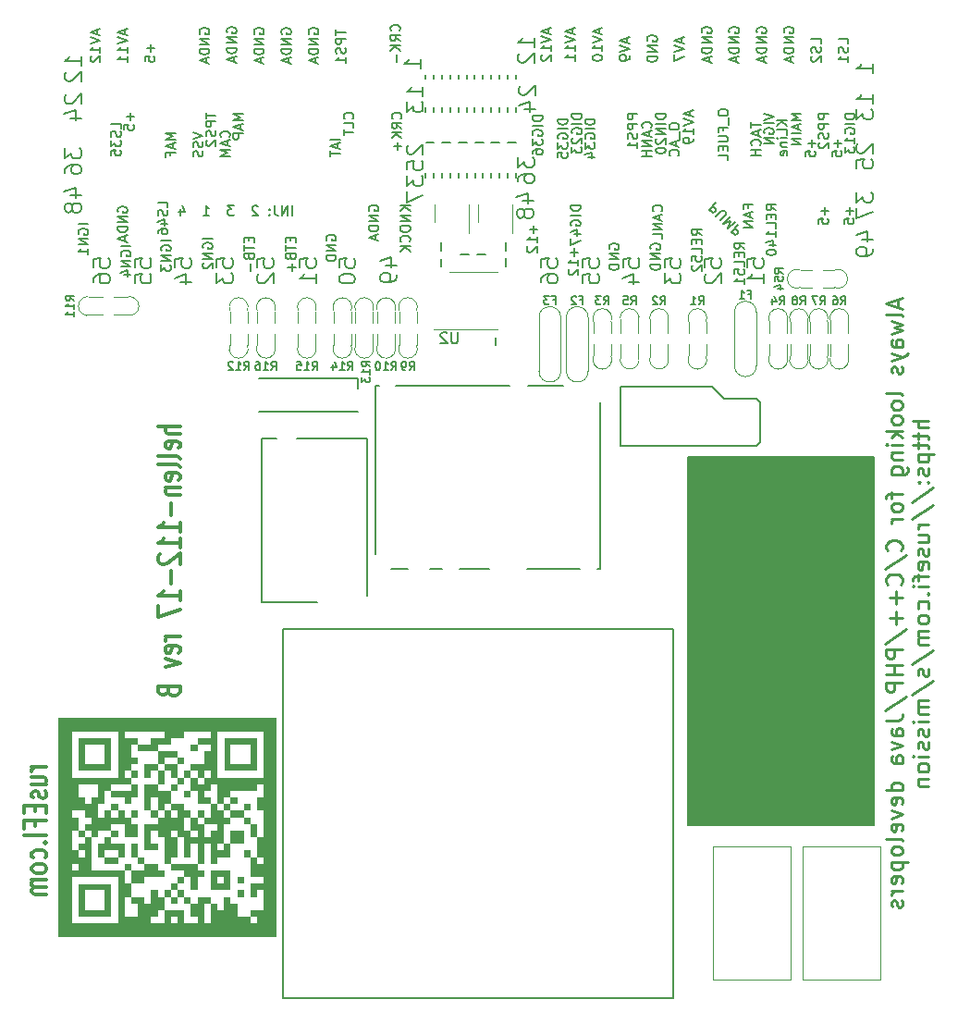
<source format=gbo>
G04 #@! TF.GenerationSoftware,KiCad,Pcbnew,7.0.9-7.0.9~ubuntu22.04.1*
G04 #@! TF.CreationDate,2023-12-01T02:47:10+00:00*
G04 #@! TF.ProjectId,hellen-112-17,68656c6c-656e-42d3-9131-322d31372e6b,B*
G04 #@! TF.SameCoordinates,Original*
G04 #@! TF.FileFunction,Legend,Bot*
G04 #@! TF.FilePolarity,Positive*
%FSLAX46Y46*%
G04 Gerber Fmt 4.6, Leading zero omitted, Abs format (unit mm)*
G04 Created by KiCad (PCBNEW 7.0.9-7.0.9~ubuntu22.04.1) date 2023-12-01 02:47:10*
%MOMM*%
%LPD*%
G01*
G04 APERTURE LIST*
%ADD10C,0.150000*%
%ADD11C,0.250000*%
%ADD12C,0.304800*%
%ADD13C,0.200000*%
%ADD14C,0.127000*%
%ADD15C,0.099060*%
%ADD16C,0.120000*%
%ADD17C,0.203200*%
G04 APERTURE END LIST*
D10*
X63100000Y54700000D02*
X80200000Y54700000D01*
X80200000Y21000000D01*
X63100000Y21000000D01*
X63100000Y54700000D01*
G36*
X63100000Y54700000D02*
G01*
X80200000Y54700000D01*
X80200000Y21000000D01*
X63100000Y21000000D01*
X63100000Y54700000D01*
G37*
X68908557Y85312970D02*
X68908557Y84798684D01*
X69808557Y85055827D02*
X68908557Y85055827D01*
X69551414Y84541542D02*
X69551414Y84112970D01*
X69808557Y84627256D02*
X68908557Y84327256D01*
X68908557Y84327256D02*
X69808557Y84027256D01*
X69722842Y83212970D02*
X69765700Y83255827D01*
X69765700Y83255827D02*
X69808557Y83384399D01*
X69808557Y83384399D02*
X69808557Y83470113D01*
X69808557Y83470113D02*
X69765700Y83598684D01*
X69765700Y83598684D02*
X69679985Y83684399D01*
X69679985Y83684399D02*
X69594271Y83727256D01*
X69594271Y83727256D02*
X69422842Y83770113D01*
X69422842Y83770113D02*
X69294271Y83770113D01*
X69294271Y83770113D02*
X69122842Y83727256D01*
X69122842Y83727256D02*
X69037128Y83684399D01*
X69037128Y83684399D02*
X68951414Y83598684D01*
X68951414Y83598684D02*
X68908557Y83470113D01*
X68908557Y83470113D02*
X68908557Y83384399D01*
X68908557Y83384399D02*
X68951414Y83255827D01*
X68951414Y83255827D02*
X68994271Y83212970D01*
X69808557Y82827256D02*
X68908557Y82827256D01*
X69337128Y82827256D02*
X69337128Y82312970D01*
X69808557Y82312970D02*
X68908557Y82312970D01*
X17808557Y84398685D02*
X18708557Y84098685D01*
X18708557Y84098685D02*
X17808557Y83798685D01*
X18665700Y83541542D02*
X18708557Y83412970D01*
X18708557Y83412970D02*
X18708557Y83198685D01*
X18708557Y83198685D02*
X18665700Y83112970D01*
X18665700Y83112970D02*
X18622842Y83070113D01*
X18622842Y83070113D02*
X18537128Y83027256D01*
X18537128Y83027256D02*
X18451414Y83027256D01*
X18451414Y83027256D02*
X18365700Y83070113D01*
X18365700Y83070113D02*
X18322842Y83112970D01*
X18322842Y83112970D02*
X18279985Y83198685D01*
X18279985Y83198685D02*
X18237128Y83370113D01*
X18237128Y83370113D02*
X18194271Y83455828D01*
X18194271Y83455828D02*
X18151414Y83498685D01*
X18151414Y83498685D02*
X18065700Y83541542D01*
X18065700Y83541542D02*
X17979985Y83541542D01*
X17979985Y83541542D02*
X17894271Y83498685D01*
X17894271Y83498685D02*
X17851414Y83455828D01*
X17851414Y83455828D02*
X17808557Y83370113D01*
X17808557Y83370113D02*
X17808557Y83155828D01*
X17808557Y83155828D02*
X17851414Y83027256D01*
X18665700Y82684399D02*
X18708557Y82555827D01*
X18708557Y82555827D02*
X18708557Y82341542D01*
X18708557Y82341542D02*
X18665700Y82255827D01*
X18665700Y82255827D02*
X18622842Y82212970D01*
X18622842Y82212970D02*
X18537128Y82170113D01*
X18537128Y82170113D02*
X18451414Y82170113D01*
X18451414Y82170113D02*
X18365700Y82212970D01*
X18365700Y82212970D02*
X18322842Y82255827D01*
X18322842Y82255827D02*
X18279985Y82341542D01*
X18279985Y82341542D02*
X18237128Y82512970D01*
X18237128Y82512970D02*
X18194271Y82598685D01*
X18194271Y82598685D02*
X18151414Y82641542D01*
X18151414Y82641542D02*
X18065700Y82684399D01*
X18065700Y82684399D02*
X17979985Y82684399D01*
X17979985Y82684399D02*
X17894271Y82641542D01*
X17894271Y82641542D02*
X17851414Y82598685D01*
X17851414Y82598685D02*
X17808557Y82512970D01*
X17808557Y82512970D02*
X17808557Y82298685D01*
X17808557Y82298685D02*
X17851414Y82170113D01*
X58508557Y86087031D02*
X57608557Y86087031D01*
X57608557Y86087031D02*
X57608557Y85744174D01*
X57608557Y85744174D02*
X57651414Y85658459D01*
X57651414Y85658459D02*
X57694271Y85615602D01*
X57694271Y85615602D02*
X57779985Y85572745D01*
X57779985Y85572745D02*
X57908557Y85572745D01*
X57908557Y85572745D02*
X57994271Y85615602D01*
X57994271Y85615602D02*
X58037128Y85658459D01*
X58037128Y85658459D02*
X58079985Y85744174D01*
X58079985Y85744174D02*
X58079985Y86087031D01*
X58508557Y85187031D02*
X57608557Y85187031D01*
X57608557Y85187031D02*
X57608557Y84844174D01*
X57608557Y84844174D02*
X57651414Y84758459D01*
X57651414Y84758459D02*
X57694271Y84715602D01*
X57694271Y84715602D02*
X57779985Y84672745D01*
X57779985Y84672745D02*
X57908557Y84672745D01*
X57908557Y84672745D02*
X57994271Y84715602D01*
X57994271Y84715602D02*
X58037128Y84758459D01*
X58037128Y84758459D02*
X58079985Y84844174D01*
X58079985Y84844174D02*
X58079985Y85187031D01*
X58465700Y84329888D02*
X58508557Y84201316D01*
X58508557Y84201316D02*
X58508557Y83987031D01*
X58508557Y83987031D02*
X58465700Y83901316D01*
X58465700Y83901316D02*
X58422842Y83858459D01*
X58422842Y83858459D02*
X58337128Y83815602D01*
X58337128Y83815602D02*
X58251414Y83815602D01*
X58251414Y83815602D02*
X58165700Y83858459D01*
X58165700Y83858459D02*
X58122842Y83901316D01*
X58122842Y83901316D02*
X58079985Y83987031D01*
X58079985Y83987031D02*
X58037128Y84158459D01*
X58037128Y84158459D02*
X57994271Y84244174D01*
X57994271Y84244174D02*
X57951414Y84287031D01*
X57951414Y84287031D02*
X57865700Y84329888D01*
X57865700Y84329888D02*
X57779985Y84329888D01*
X57779985Y84329888D02*
X57694271Y84287031D01*
X57694271Y84287031D02*
X57651414Y84244174D01*
X57651414Y84244174D02*
X57608557Y84158459D01*
X57608557Y84158459D02*
X57608557Y83944174D01*
X57608557Y83944174D02*
X57651414Y83815602D01*
X58508557Y82958459D02*
X58508557Y83472745D01*
X58508557Y83215602D02*
X57608557Y83215602D01*
X57608557Y83215602D02*
X57737128Y83301316D01*
X57737128Y83301316D02*
X57822842Y83387031D01*
X57822842Y83387031D02*
X57865700Y83472745D01*
X70108557Y86115602D02*
X71008557Y85815602D01*
X71008557Y85815602D02*
X70108557Y85515602D01*
X71008557Y85215602D02*
X70108557Y85215602D01*
X70151414Y84315602D02*
X70108557Y84401316D01*
X70108557Y84401316D02*
X70108557Y84529888D01*
X70108557Y84529888D02*
X70151414Y84658459D01*
X70151414Y84658459D02*
X70237128Y84744174D01*
X70237128Y84744174D02*
X70322842Y84787031D01*
X70322842Y84787031D02*
X70494271Y84829888D01*
X70494271Y84829888D02*
X70622842Y84829888D01*
X70622842Y84829888D02*
X70794271Y84787031D01*
X70794271Y84787031D02*
X70879985Y84744174D01*
X70879985Y84744174D02*
X70965700Y84658459D01*
X70965700Y84658459D02*
X71008557Y84529888D01*
X71008557Y84529888D02*
X71008557Y84444174D01*
X71008557Y84444174D02*
X70965700Y84315602D01*
X70965700Y84315602D02*
X70922842Y84272745D01*
X70922842Y84272745D02*
X70622842Y84272745D01*
X70622842Y84272745D02*
X70622842Y84444174D01*
X71008557Y83887031D02*
X70108557Y83887031D01*
X70108557Y83887031D02*
X71008557Y83372745D01*
X71008557Y83372745D02*
X70108557Y83372745D01*
X62551414Y93027257D02*
X62551414Y92598685D01*
X62808557Y93112971D02*
X61908557Y92812971D01*
X61908557Y92812971D02*
X62808557Y92512971D01*
X61908557Y92341542D02*
X62808557Y92041542D01*
X62808557Y92041542D02*
X61908557Y91741542D01*
X61908557Y91527256D02*
X61908557Y90927256D01*
X61908557Y90927256D02*
X62808557Y91312970D01*
X36722842Y93684399D02*
X36765700Y93727256D01*
X36765700Y93727256D02*
X36808557Y93855828D01*
X36808557Y93855828D02*
X36808557Y93941542D01*
X36808557Y93941542D02*
X36765700Y94070113D01*
X36765700Y94070113D02*
X36679985Y94155828D01*
X36679985Y94155828D02*
X36594271Y94198685D01*
X36594271Y94198685D02*
X36422842Y94241542D01*
X36422842Y94241542D02*
X36294271Y94241542D01*
X36294271Y94241542D02*
X36122842Y94198685D01*
X36122842Y94198685D02*
X36037128Y94155828D01*
X36037128Y94155828D02*
X35951414Y94070113D01*
X35951414Y94070113D02*
X35908557Y93941542D01*
X35908557Y93941542D02*
X35908557Y93855828D01*
X35908557Y93855828D02*
X35951414Y93727256D01*
X35951414Y93727256D02*
X35994271Y93684399D01*
X36808557Y92784399D02*
X36379985Y93084399D01*
X36808557Y93298685D02*
X35908557Y93298685D01*
X35908557Y93298685D02*
X35908557Y92955828D01*
X35908557Y92955828D02*
X35951414Y92870113D01*
X35951414Y92870113D02*
X35994271Y92827256D01*
X35994271Y92827256D02*
X36079985Y92784399D01*
X36079985Y92784399D02*
X36208557Y92784399D01*
X36208557Y92784399D02*
X36294271Y92827256D01*
X36294271Y92827256D02*
X36337128Y92870113D01*
X36337128Y92870113D02*
X36379985Y92955828D01*
X36379985Y92955828D02*
X36379985Y93298685D01*
X36808557Y92398685D02*
X35908557Y92398685D01*
X36808557Y91884399D02*
X36294271Y92270113D01*
X35908557Y91884399D02*
X36422842Y92398685D01*
X36465700Y91498685D02*
X36465700Y90812970D01*
X57551414Y93027257D02*
X57551414Y92598685D01*
X57808557Y93112971D02*
X56908557Y92812971D01*
X56908557Y92812971D02*
X57808557Y92512971D01*
X56908557Y92341542D02*
X57808557Y92041542D01*
X57808557Y92041542D02*
X56908557Y91741542D01*
X57808557Y91398685D02*
X57808557Y91227256D01*
X57808557Y91227256D02*
X57765700Y91141542D01*
X57765700Y91141542D02*
X57722842Y91098685D01*
X57722842Y91098685D02*
X57594271Y91012970D01*
X57594271Y91012970D02*
X57422842Y90970113D01*
X57422842Y90970113D02*
X57079985Y90970113D01*
X57079985Y90970113D02*
X56994271Y91012970D01*
X56994271Y91012970D02*
X56951414Y91055827D01*
X56951414Y91055827D02*
X56908557Y91141542D01*
X56908557Y91141542D02*
X56908557Y91312970D01*
X56908557Y91312970D02*
X56951414Y91398685D01*
X56951414Y91398685D02*
X56994271Y91441542D01*
X56994271Y91441542D02*
X57079985Y91484399D01*
X57079985Y91484399D02*
X57294271Y91484399D01*
X57294271Y91484399D02*
X57379985Y91441542D01*
X57379985Y91441542D02*
X57422842Y91398685D01*
X57422842Y91398685D02*
X57465700Y91312970D01*
X57465700Y91312970D02*
X57465700Y91141542D01*
X57465700Y91141542D02*
X57422842Y91055827D01*
X57422842Y91055827D02*
X57379985Y91012970D01*
X57379985Y91012970D02*
X57294271Y90970113D01*
X9051414Y93784400D02*
X9051414Y93355828D01*
X9308557Y93870114D02*
X8408557Y93570114D01*
X8408557Y93570114D02*
X9308557Y93270114D01*
X8408557Y93098685D02*
X9308557Y92798685D01*
X9308557Y92798685D02*
X8408557Y92498685D01*
X9308557Y91727256D02*
X9308557Y92241542D01*
X9308557Y91984399D02*
X8408557Y91984399D01*
X8408557Y91984399D02*
X8537128Y92070113D01*
X8537128Y92070113D02*
X8622842Y92155828D01*
X8622842Y92155828D02*
X8665700Y92241542D01*
X8494271Y91384399D02*
X8451414Y91341542D01*
X8451414Y91341542D02*
X8408557Y91255827D01*
X8408557Y91255827D02*
X8408557Y91041542D01*
X8408557Y91041542D02*
X8451414Y90955827D01*
X8451414Y90955827D02*
X8494271Y90912970D01*
X8494271Y90912970D02*
X8579985Y90870113D01*
X8579985Y90870113D02*
X8665700Y90870113D01*
X8665700Y90870113D02*
X8794271Y90912970D01*
X8794271Y90912970D02*
X9308557Y91427256D01*
X9308557Y91427256D02*
X9308557Y90870113D01*
X50351414Y93884400D02*
X50351414Y93455828D01*
X50608557Y93970114D02*
X49708557Y93670114D01*
X49708557Y93670114D02*
X50608557Y93370114D01*
X49708557Y93198685D02*
X50608557Y92898685D01*
X50608557Y92898685D02*
X49708557Y92598685D01*
X50608557Y91827256D02*
X50608557Y92341542D01*
X50608557Y92084399D02*
X49708557Y92084399D01*
X49708557Y92084399D02*
X49837128Y92170113D01*
X49837128Y92170113D02*
X49922842Y92255828D01*
X49922842Y92255828D02*
X49965700Y92341542D01*
X49794271Y91484399D02*
X49751414Y91441542D01*
X49751414Y91441542D02*
X49708557Y91355827D01*
X49708557Y91355827D02*
X49708557Y91141542D01*
X49708557Y91141542D02*
X49751414Y91055827D01*
X49751414Y91055827D02*
X49794271Y91012970D01*
X49794271Y91012970D02*
X49879985Y90970113D01*
X49879985Y90970113D02*
X49965700Y90970113D01*
X49965700Y90970113D02*
X50094271Y91012970D01*
X50094271Y91012970D02*
X50608557Y91527256D01*
X50608557Y91527256D02*
X50608557Y90970113D01*
X31308557Y83770113D02*
X30408557Y83770113D01*
X31051414Y83384399D02*
X31051414Y82955827D01*
X31308557Y83470113D02*
X30408557Y83170113D01*
X30408557Y83170113D02*
X31308557Y82870113D01*
X30408557Y82698684D02*
X30408557Y82184398D01*
X31308557Y82441541D02*
X30408557Y82441541D01*
X28451414Y93427256D02*
X28408557Y93512970D01*
X28408557Y93512970D02*
X28408557Y93641542D01*
X28408557Y93641542D02*
X28451414Y93770113D01*
X28451414Y93770113D02*
X28537128Y93855828D01*
X28537128Y93855828D02*
X28622842Y93898685D01*
X28622842Y93898685D02*
X28794271Y93941542D01*
X28794271Y93941542D02*
X28922842Y93941542D01*
X28922842Y93941542D02*
X29094271Y93898685D01*
X29094271Y93898685D02*
X29179985Y93855828D01*
X29179985Y93855828D02*
X29265700Y93770113D01*
X29265700Y93770113D02*
X29308557Y93641542D01*
X29308557Y93641542D02*
X29308557Y93555828D01*
X29308557Y93555828D02*
X29265700Y93427256D01*
X29265700Y93427256D02*
X29222842Y93384399D01*
X29222842Y93384399D02*
X28922842Y93384399D01*
X28922842Y93384399D02*
X28922842Y93555828D01*
X29308557Y92998685D02*
X28408557Y92998685D01*
X28408557Y92998685D02*
X29308557Y92484399D01*
X29308557Y92484399D02*
X28408557Y92484399D01*
X29308557Y92055828D02*
X28408557Y92055828D01*
X28408557Y92055828D02*
X28408557Y91841542D01*
X28408557Y91841542D02*
X28451414Y91712971D01*
X28451414Y91712971D02*
X28537128Y91627256D01*
X28537128Y91627256D02*
X28622842Y91584399D01*
X28622842Y91584399D02*
X28794271Y91541542D01*
X28794271Y91541542D02*
X28922842Y91541542D01*
X28922842Y91541542D02*
X29094271Y91584399D01*
X29094271Y91584399D02*
X29179985Y91627256D01*
X29179985Y91627256D02*
X29265700Y91712971D01*
X29265700Y91712971D02*
X29308557Y91841542D01*
X29308557Y91841542D02*
X29308557Y92055828D01*
X29051414Y91198685D02*
X29051414Y90770113D01*
X29308557Y91284399D02*
X28408557Y90984399D01*
X28408557Y90984399D02*
X29308557Y90684399D01*
X54608557Y85627256D02*
X53708557Y85627256D01*
X53708557Y85627256D02*
X53708557Y85412970D01*
X53708557Y85412970D02*
X53751414Y85284399D01*
X53751414Y85284399D02*
X53837128Y85198684D01*
X53837128Y85198684D02*
X53922842Y85155827D01*
X53922842Y85155827D02*
X54094271Y85112970D01*
X54094271Y85112970D02*
X54222842Y85112970D01*
X54222842Y85112970D02*
X54394271Y85155827D01*
X54394271Y85155827D02*
X54479985Y85198684D01*
X54479985Y85198684D02*
X54565700Y85284399D01*
X54565700Y85284399D02*
X54608557Y85412970D01*
X54608557Y85412970D02*
X54608557Y85627256D01*
X54608557Y84727256D02*
X53708557Y84727256D01*
X53751414Y83827256D02*
X53708557Y83912970D01*
X53708557Y83912970D02*
X53708557Y84041542D01*
X53708557Y84041542D02*
X53751414Y84170113D01*
X53751414Y84170113D02*
X53837128Y84255828D01*
X53837128Y84255828D02*
X53922842Y84298685D01*
X53922842Y84298685D02*
X54094271Y84341542D01*
X54094271Y84341542D02*
X54222842Y84341542D01*
X54222842Y84341542D02*
X54394271Y84298685D01*
X54394271Y84298685D02*
X54479985Y84255828D01*
X54479985Y84255828D02*
X54565700Y84170113D01*
X54565700Y84170113D02*
X54608557Y84041542D01*
X54608557Y84041542D02*
X54608557Y83955828D01*
X54608557Y83955828D02*
X54565700Y83827256D01*
X54565700Y83827256D02*
X54522842Y83784399D01*
X54522842Y83784399D02*
X54222842Y83784399D01*
X54222842Y83784399D02*
X54222842Y83955828D01*
X53708557Y83484399D02*
X53708557Y82927256D01*
X53708557Y82927256D02*
X54051414Y83227256D01*
X54051414Y83227256D02*
X54051414Y83098685D01*
X54051414Y83098685D02*
X54094271Y83012970D01*
X54094271Y83012970D02*
X54137128Y82970113D01*
X54137128Y82970113D02*
X54222842Y82927256D01*
X54222842Y82927256D02*
X54437128Y82927256D01*
X54437128Y82927256D02*
X54522842Y82970113D01*
X54522842Y82970113D02*
X54565700Y83012970D01*
X54565700Y83012970D02*
X54608557Y83098685D01*
X54608557Y83098685D02*
X54608557Y83355828D01*
X54608557Y83355828D02*
X54565700Y83441542D01*
X54565700Y83441542D02*
X54522842Y83484399D01*
X54008557Y82155827D02*
X54608557Y82155827D01*
X53665700Y82370113D02*
X54308557Y82584399D01*
X54308557Y82584399D02*
X54308557Y82027256D01*
X75308557Y92498684D02*
X75308557Y92927256D01*
X75308557Y92927256D02*
X74408557Y92927256D01*
X75265700Y92241542D02*
X75308557Y92112970D01*
X75308557Y92112970D02*
X75308557Y91898685D01*
X75308557Y91898685D02*
X75265700Y91812970D01*
X75265700Y91812970D02*
X75222842Y91770113D01*
X75222842Y91770113D02*
X75137128Y91727256D01*
X75137128Y91727256D02*
X75051414Y91727256D01*
X75051414Y91727256D02*
X74965700Y91770113D01*
X74965700Y91770113D02*
X74922842Y91812970D01*
X74922842Y91812970D02*
X74879985Y91898685D01*
X74879985Y91898685D02*
X74837128Y92070113D01*
X74837128Y92070113D02*
X74794271Y92155828D01*
X74794271Y92155828D02*
X74751414Y92198685D01*
X74751414Y92198685D02*
X74665700Y92241542D01*
X74665700Y92241542D02*
X74579985Y92241542D01*
X74579985Y92241542D02*
X74494271Y92198685D01*
X74494271Y92198685D02*
X74451414Y92155828D01*
X74451414Y92155828D02*
X74408557Y92070113D01*
X74408557Y92070113D02*
X74408557Y91855828D01*
X74408557Y91855828D02*
X74451414Y91727256D01*
X74494271Y91384399D02*
X74451414Y91341542D01*
X74451414Y91341542D02*
X74408557Y91255827D01*
X74408557Y91255827D02*
X74408557Y91041542D01*
X74408557Y91041542D02*
X74451414Y90955827D01*
X74451414Y90955827D02*
X74494271Y90912970D01*
X74494271Y90912970D02*
X74579985Y90870113D01*
X74579985Y90870113D02*
X74665700Y90870113D01*
X74665700Y90870113D02*
X74794271Y90912970D01*
X74794271Y90912970D02*
X75308557Y91427256D01*
X75308557Y91427256D02*
X75308557Y90870113D01*
X64408557Y74972745D02*
X63979985Y75272745D01*
X64408557Y75487031D02*
X63508557Y75487031D01*
X63508557Y75487031D02*
X63508557Y75144174D01*
X63508557Y75144174D02*
X63551414Y75058459D01*
X63551414Y75058459D02*
X63594271Y75015602D01*
X63594271Y75015602D02*
X63679985Y74972745D01*
X63679985Y74972745D02*
X63808557Y74972745D01*
X63808557Y74972745D02*
X63894271Y75015602D01*
X63894271Y75015602D02*
X63937128Y75058459D01*
X63937128Y75058459D02*
X63979985Y75144174D01*
X63979985Y75144174D02*
X63979985Y75487031D01*
X63937128Y74587031D02*
X63937128Y74287031D01*
X64408557Y74158459D02*
X64408557Y74587031D01*
X64408557Y74587031D02*
X63508557Y74587031D01*
X63508557Y74587031D02*
X63508557Y74158459D01*
X64408557Y73344173D02*
X64408557Y73772745D01*
X64408557Y73772745D02*
X63508557Y73772745D01*
X63508557Y72615602D02*
X63508557Y73044174D01*
X63508557Y73044174D02*
X63937128Y73087031D01*
X63937128Y73087031D02*
X63894271Y73044174D01*
X63894271Y73044174D02*
X63851414Y72958459D01*
X63851414Y72958459D02*
X63851414Y72744174D01*
X63851414Y72744174D02*
X63894271Y72658459D01*
X63894271Y72658459D02*
X63937128Y72615602D01*
X63937128Y72615602D02*
X64022842Y72572745D01*
X64022842Y72572745D02*
X64237128Y72572745D01*
X64237128Y72572745D02*
X64322842Y72615602D01*
X64322842Y72615602D02*
X64365700Y72658459D01*
X64365700Y72658459D02*
X64408557Y72744174D01*
X64408557Y72744174D02*
X64408557Y72958459D01*
X64408557Y72958459D02*
X64365700Y73044174D01*
X64365700Y73044174D02*
X64322842Y73087031D01*
X63594271Y72229888D02*
X63551414Y72187031D01*
X63551414Y72187031D02*
X63508557Y72101316D01*
X63508557Y72101316D02*
X63508557Y71887031D01*
X63508557Y71887031D02*
X63551414Y71801316D01*
X63551414Y71801316D02*
X63594271Y71758459D01*
X63594271Y71758459D02*
X63679985Y71715602D01*
X63679985Y71715602D02*
X63765700Y71715602D01*
X63765700Y71715602D02*
X63894271Y71758459D01*
X63894271Y71758459D02*
X64408557Y72272745D01*
X64408557Y72272745D02*
X64408557Y71715602D01*
X59451414Y92755827D02*
X59408557Y92841541D01*
X59408557Y92841541D02*
X59408557Y92970113D01*
X59408557Y92970113D02*
X59451414Y93098684D01*
X59451414Y93098684D02*
X59537128Y93184399D01*
X59537128Y93184399D02*
X59622842Y93227256D01*
X59622842Y93227256D02*
X59794271Y93270113D01*
X59794271Y93270113D02*
X59922842Y93270113D01*
X59922842Y93270113D02*
X60094271Y93227256D01*
X60094271Y93227256D02*
X60179985Y93184399D01*
X60179985Y93184399D02*
X60265700Y93098684D01*
X60265700Y93098684D02*
X60308557Y92970113D01*
X60308557Y92970113D02*
X60308557Y92884399D01*
X60308557Y92884399D02*
X60265700Y92755827D01*
X60265700Y92755827D02*
X60222842Y92712970D01*
X60222842Y92712970D02*
X59922842Y92712970D01*
X59922842Y92712970D02*
X59922842Y92884399D01*
X60308557Y92327256D02*
X59408557Y92327256D01*
X59408557Y92327256D02*
X60308557Y91812970D01*
X60308557Y91812970D02*
X59408557Y91812970D01*
X60308557Y91384399D02*
X59408557Y91384399D01*
X59408557Y91384399D02*
X59408557Y91170113D01*
X59408557Y91170113D02*
X59451414Y91041542D01*
X59451414Y91041542D02*
X59537128Y90955827D01*
X59537128Y90955827D02*
X59622842Y90912970D01*
X59622842Y90912970D02*
X59794271Y90870113D01*
X59794271Y90870113D02*
X59922842Y90870113D01*
X59922842Y90870113D02*
X60094271Y90912970D01*
X60094271Y90912970D02*
X60179985Y90955827D01*
X60179985Y90955827D02*
X60265700Y91041542D01*
X60265700Y91041542D02*
X60308557Y91170113D01*
X60308557Y91170113D02*
X60308557Y91384399D01*
X72208557Y85527256D02*
X71308557Y85527256D01*
X72208557Y85012970D02*
X71694271Y85398684D01*
X71308557Y85012970D02*
X71822842Y85527256D01*
X72208557Y84198684D02*
X72208557Y84627256D01*
X72208557Y84627256D02*
X71308557Y84627256D01*
X72208557Y83898685D02*
X71608557Y83898685D01*
X71308557Y83898685D02*
X71351414Y83941542D01*
X71351414Y83941542D02*
X71394271Y83898685D01*
X71394271Y83898685D02*
X71351414Y83855828D01*
X71351414Y83855828D02*
X71308557Y83898685D01*
X71308557Y83898685D02*
X71394271Y83898685D01*
X71608557Y83470114D02*
X72208557Y83470114D01*
X71694271Y83470114D02*
X71651414Y83427257D01*
X71651414Y83427257D02*
X71608557Y83341542D01*
X71608557Y83341542D02*
X71608557Y83212971D01*
X71608557Y83212971D02*
X71651414Y83127257D01*
X71651414Y83127257D02*
X71737128Y83084399D01*
X71737128Y83084399D02*
X72208557Y83084399D01*
X72165700Y82312971D02*
X72208557Y82398685D01*
X72208557Y82398685D02*
X72208557Y82570113D01*
X72208557Y82570113D02*
X72165700Y82655828D01*
X72165700Y82655828D02*
X72079985Y82698685D01*
X72079985Y82698685D02*
X71737128Y82698685D01*
X71737128Y82698685D02*
X71651414Y82655828D01*
X71651414Y82655828D02*
X71608557Y82570113D01*
X71608557Y82570113D02*
X71608557Y82398685D01*
X71608557Y82398685D02*
X71651414Y82312971D01*
X71651414Y82312971D02*
X71737128Y82270113D01*
X71737128Y82270113D02*
X71822842Y82270113D01*
X71822842Y82270113D02*
X71908557Y82698685D01*
D11*
X82344857Y69121429D02*
X82344857Y68407143D01*
X82773428Y69264286D02*
X81273428Y68764286D01*
X81273428Y68764286D02*
X82773428Y68264286D01*
X82773428Y67550001D02*
X82702000Y67692858D01*
X82702000Y67692858D02*
X82559142Y67764287D01*
X82559142Y67764287D02*
X81273428Y67764287D01*
X81773428Y67121430D02*
X82773428Y66835715D01*
X82773428Y66835715D02*
X82059142Y66550001D01*
X82059142Y66550001D02*
X82773428Y66264287D01*
X82773428Y66264287D02*
X81773428Y65978573D01*
X82773428Y64764286D02*
X81987714Y64764286D01*
X81987714Y64764286D02*
X81844857Y64835715D01*
X81844857Y64835715D02*
X81773428Y64978572D01*
X81773428Y64978572D02*
X81773428Y65264286D01*
X81773428Y65264286D02*
X81844857Y65407144D01*
X82702000Y64764286D02*
X82773428Y64907144D01*
X82773428Y64907144D02*
X82773428Y65264286D01*
X82773428Y65264286D02*
X82702000Y65407144D01*
X82702000Y65407144D02*
X82559142Y65478572D01*
X82559142Y65478572D02*
X82416285Y65478572D01*
X82416285Y65478572D02*
X82273428Y65407144D01*
X82273428Y65407144D02*
X82202000Y65264286D01*
X82202000Y65264286D02*
X82202000Y64907144D01*
X82202000Y64907144D02*
X82130571Y64764286D01*
X81773428Y64192858D02*
X82773428Y63835715D01*
X81773428Y63478572D02*
X82773428Y63835715D01*
X82773428Y63835715D02*
X83130571Y63978572D01*
X83130571Y63978572D02*
X83202000Y64050001D01*
X83202000Y64050001D02*
X83273428Y64192858D01*
X82702000Y62978572D02*
X82773428Y62835715D01*
X82773428Y62835715D02*
X82773428Y62550001D01*
X82773428Y62550001D02*
X82702000Y62407144D01*
X82702000Y62407144D02*
X82559142Y62335715D01*
X82559142Y62335715D02*
X82487714Y62335715D01*
X82487714Y62335715D02*
X82344857Y62407144D01*
X82344857Y62407144D02*
X82273428Y62550001D01*
X82273428Y62550001D02*
X82273428Y62764286D01*
X82273428Y62764286D02*
X82202000Y62907144D01*
X82202000Y62907144D02*
X82059142Y62978572D01*
X82059142Y62978572D02*
X81987714Y62978572D01*
X81987714Y62978572D02*
X81844857Y62907144D01*
X81844857Y62907144D02*
X81773428Y62764286D01*
X81773428Y62764286D02*
X81773428Y62550001D01*
X81773428Y62550001D02*
X81844857Y62407144D01*
X82773428Y60335715D02*
X82702000Y60478572D01*
X82702000Y60478572D02*
X82559142Y60550001D01*
X82559142Y60550001D02*
X81273428Y60550001D01*
X82773428Y59550001D02*
X82702000Y59692858D01*
X82702000Y59692858D02*
X82630571Y59764287D01*
X82630571Y59764287D02*
X82487714Y59835715D01*
X82487714Y59835715D02*
X82059142Y59835715D01*
X82059142Y59835715D02*
X81916285Y59764287D01*
X81916285Y59764287D02*
X81844857Y59692858D01*
X81844857Y59692858D02*
X81773428Y59550001D01*
X81773428Y59550001D02*
X81773428Y59335715D01*
X81773428Y59335715D02*
X81844857Y59192858D01*
X81844857Y59192858D02*
X81916285Y59121429D01*
X81916285Y59121429D02*
X82059142Y59050001D01*
X82059142Y59050001D02*
X82487714Y59050001D01*
X82487714Y59050001D02*
X82630571Y59121429D01*
X82630571Y59121429D02*
X82702000Y59192858D01*
X82702000Y59192858D02*
X82773428Y59335715D01*
X82773428Y59335715D02*
X82773428Y59550001D01*
X82773428Y58192858D02*
X82702000Y58335715D01*
X82702000Y58335715D02*
X82630571Y58407144D01*
X82630571Y58407144D02*
X82487714Y58478572D01*
X82487714Y58478572D02*
X82059142Y58478572D01*
X82059142Y58478572D02*
X81916285Y58407144D01*
X81916285Y58407144D02*
X81844857Y58335715D01*
X81844857Y58335715D02*
X81773428Y58192858D01*
X81773428Y58192858D02*
X81773428Y57978572D01*
X81773428Y57978572D02*
X81844857Y57835715D01*
X81844857Y57835715D02*
X81916285Y57764286D01*
X81916285Y57764286D02*
X82059142Y57692858D01*
X82059142Y57692858D02*
X82487714Y57692858D01*
X82487714Y57692858D02*
X82630571Y57764286D01*
X82630571Y57764286D02*
X82702000Y57835715D01*
X82702000Y57835715D02*
X82773428Y57978572D01*
X82773428Y57978572D02*
X82773428Y58192858D01*
X82773428Y57050001D02*
X81273428Y57050001D01*
X82202000Y56907143D02*
X82773428Y56478572D01*
X81773428Y56478572D02*
X82344857Y57050001D01*
X82773428Y55835715D02*
X81773428Y55835715D01*
X81273428Y55835715D02*
X81344857Y55907143D01*
X81344857Y55907143D02*
X81416285Y55835715D01*
X81416285Y55835715D02*
X81344857Y55764286D01*
X81344857Y55764286D02*
X81273428Y55835715D01*
X81273428Y55835715D02*
X81416285Y55835715D01*
X81773428Y55121429D02*
X82773428Y55121429D01*
X81916285Y55121429D02*
X81844857Y55050000D01*
X81844857Y55050000D02*
X81773428Y54907143D01*
X81773428Y54907143D02*
X81773428Y54692857D01*
X81773428Y54692857D02*
X81844857Y54550000D01*
X81844857Y54550000D02*
X81987714Y54478571D01*
X81987714Y54478571D02*
X82773428Y54478571D01*
X81773428Y53121428D02*
X82987714Y53121428D01*
X82987714Y53121428D02*
X83130571Y53192857D01*
X83130571Y53192857D02*
X83202000Y53264286D01*
X83202000Y53264286D02*
X83273428Y53407143D01*
X83273428Y53407143D02*
X83273428Y53621428D01*
X83273428Y53621428D02*
X83202000Y53764286D01*
X82702000Y53121428D02*
X82773428Y53264286D01*
X82773428Y53264286D02*
X82773428Y53550000D01*
X82773428Y53550000D02*
X82702000Y53692857D01*
X82702000Y53692857D02*
X82630571Y53764286D01*
X82630571Y53764286D02*
X82487714Y53835714D01*
X82487714Y53835714D02*
X82059142Y53835714D01*
X82059142Y53835714D02*
X81916285Y53764286D01*
X81916285Y53764286D02*
X81844857Y53692857D01*
X81844857Y53692857D02*
X81773428Y53550000D01*
X81773428Y53550000D02*
X81773428Y53264286D01*
X81773428Y53264286D02*
X81844857Y53121428D01*
X81773428Y51478571D02*
X81773428Y50907143D01*
X82773428Y51264286D02*
X81487714Y51264286D01*
X81487714Y51264286D02*
X81344857Y51192857D01*
X81344857Y51192857D02*
X81273428Y51050000D01*
X81273428Y51050000D02*
X81273428Y50907143D01*
X82773428Y50192857D02*
X82702000Y50335714D01*
X82702000Y50335714D02*
X82630571Y50407143D01*
X82630571Y50407143D02*
X82487714Y50478571D01*
X82487714Y50478571D02*
X82059142Y50478571D01*
X82059142Y50478571D02*
X81916285Y50407143D01*
X81916285Y50407143D02*
X81844857Y50335714D01*
X81844857Y50335714D02*
X81773428Y50192857D01*
X81773428Y50192857D02*
X81773428Y49978571D01*
X81773428Y49978571D02*
X81844857Y49835714D01*
X81844857Y49835714D02*
X81916285Y49764285D01*
X81916285Y49764285D02*
X82059142Y49692857D01*
X82059142Y49692857D02*
X82487714Y49692857D01*
X82487714Y49692857D02*
X82630571Y49764285D01*
X82630571Y49764285D02*
X82702000Y49835714D01*
X82702000Y49835714D02*
X82773428Y49978571D01*
X82773428Y49978571D02*
X82773428Y50192857D01*
X82773428Y49050000D02*
X81773428Y49050000D01*
X82059142Y49050000D02*
X81916285Y48978571D01*
X81916285Y48978571D02*
X81844857Y48907142D01*
X81844857Y48907142D02*
X81773428Y48764285D01*
X81773428Y48764285D02*
X81773428Y48621428D01*
X82630571Y46121429D02*
X82702000Y46192857D01*
X82702000Y46192857D02*
X82773428Y46407143D01*
X82773428Y46407143D02*
X82773428Y46550000D01*
X82773428Y46550000D02*
X82702000Y46764286D01*
X82702000Y46764286D02*
X82559142Y46907143D01*
X82559142Y46907143D02*
X82416285Y46978572D01*
X82416285Y46978572D02*
X82130571Y47050000D01*
X82130571Y47050000D02*
X81916285Y47050000D01*
X81916285Y47050000D02*
X81630571Y46978572D01*
X81630571Y46978572D02*
X81487714Y46907143D01*
X81487714Y46907143D02*
X81344857Y46764286D01*
X81344857Y46764286D02*
X81273428Y46550000D01*
X81273428Y46550000D02*
X81273428Y46407143D01*
X81273428Y46407143D02*
X81344857Y46192857D01*
X81344857Y46192857D02*
X81416285Y46121429D01*
X81202000Y44407143D02*
X83130571Y45692857D01*
X82630571Y43050000D02*
X82702000Y43121428D01*
X82702000Y43121428D02*
X82773428Y43335714D01*
X82773428Y43335714D02*
X82773428Y43478571D01*
X82773428Y43478571D02*
X82702000Y43692857D01*
X82702000Y43692857D02*
X82559142Y43835714D01*
X82559142Y43835714D02*
X82416285Y43907143D01*
X82416285Y43907143D02*
X82130571Y43978571D01*
X82130571Y43978571D02*
X81916285Y43978571D01*
X81916285Y43978571D02*
X81630571Y43907143D01*
X81630571Y43907143D02*
X81487714Y43835714D01*
X81487714Y43835714D02*
X81344857Y43692857D01*
X81344857Y43692857D02*
X81273428Y43478571D01*
X81273428Y43478571D02*
X81273428Y43335714D01*
X81273428Y43335714D02*
X81344857Y43121428D01*
X81344857Y43121428D02*
X81416285Y43050000D01*
X82202000Y42407143D02*
X82202000Y41264285D01*
X82773428Y41835714D02*
X81630571Y41835714D01*
X82202000Y40550000D02*
X82202000Y39407142D01*
X82773428Y39978571D02*
X81630571Y39978571D01*
X81202000Y37621428D02*
X83130571Y38907142D01*
X82773428Y37121428D02*
X81273428Y37121428D01*
X81273428Y37121428D02*
X81273428Y36549999D01*
X81273428Y36549999D02*
X81344857Y36407142D01*
X81344857Y36407142D02*
X81416285Y36335713D01*
X81416285Y36335713D02*
X81559142Y36264285D01*
X81559142Y36264285D02*
X81773428Y36264285D01*
X81773428Y36264285D02*
X81916285Y36335713D01*
X81916285Y36335713D02*
X81987714Y36407142D01*
X81987714Y36407142D02*
X82059142Y36549999D01*
X82059142Y36549999D02*
X82059142Y37121428D01*
X82773428Y35621428D02*
X81273428Y35621428D01*
X81987714Y35621428D02*
X81987714Y34764285D01*
X82773428Y34764285D02*
X81273428Y34764285D01*
X82773428Y34049999D02*
X81273428Y34049999D01*
X81273428Y34049999D02*
X81273428Y33478570D01*
X81273428Y33478570D02*
X81344857Y33335713D01*
X81344857Y33335713D02*
X81416285Y33264284D01*
X81416285Y33264284D02*
X81559142Y33192856D01*
X81559142Y33192856D02*
X81773428Y33192856D01*
X81773428Y33192856D02*
X81916285Y33264284D01*
X81916285Y33264284D02*
X81987714Y33335713D01*
X81987714Y33335713D02*
X82059142Y33478570D01*
X82059142Y33478570D02*
X82059142Y34049999D01*
X81202000Y31478570D02*
X83130571Y32764284D01*
X81273428Y30549998D02*
X82344857Y30549998D01*
X82344857Y30549998D02*
X82559142Y30621427D01*
X82559142Y30621427D02*
X82702000Y30764284D01*
X82702000Y30764284D02*
X82773428Y30978570D01*
X82773428Y30978570D02*
X82773428Y31121427D01*
X82773428Y29192855D02*
X81987714Y29192855D01*
X81987714Y29192855D02*
X81844857Y29264284D01*
X81844857Y29264284D02*
X81773428Y29407141D01*
X81773428Y29407141D02*
X81773428Y29692855D01*
X81773428Y29692855D02*
X81844857Y29835713D01*
X82702000Y29192855D02*
X82773428Y29335713D01*
X82773428Y29335713D02*
X82773428Y29692855D01*
X82773428Y29692855D02*
X82702000Y29835713D01*
X82702000Y29835713D02*
X82559142Y29907141D01*
X82559142Y29907141D02*
X82416285Y29907141D01*
X82416285Y29907141D02*
X82273428Y29835713D01*
X82273428Y29835713D02*
X82202000Y29692855D01*
X82202000Y29692855D02*
X82202000Y29335713D01*
X82202000Y29335713D02*
X82130571Y29192855D01*
X81773428Y28621427D02*
X82773428Y28264284D01*
X82773428Y28264284D02*
X81773428Y27907141D01*
X82773428Y26692855D02*
X81987714Y26692855D01*
X81987714Y26692855D02*
X81844857Y26764284D01*
X81844857Y26764284D02*
X81773428Y26907141D01*
X81773428Y26907141D02*
X81773428Y27192855D01*
X81773428Y27192855D02*
X81844857Y27335713D01*
X82702000Y26692855D02*
X82773428Y26835713D01*
X82773428Y26835713D02*
X82773428Y27192855D01*
X82773428Y27192855D02*
X82702000Y27335713D01*
X82702000Y27335713D02*
X82559142Y27407141D01*
X82559142Y27407141D02*
X82416285Y27407141D01*
X82416285Y27407141D02*
X82273428Y27335713D01*
X82273428Y27335713D02*
X82202000Y27192855D01*
X82202000Y27192855D02*
X82202000Y26835713D01*
X82202000Y26835713D02*
X82130571Y26692855D01*
X82773428Y24192855D02*
X81273428Y24192855D01*
X82702000Y24192855D02*
X82773428Y24335713D01*
X82773428Y24335713D02*
X82773428Y24621427D01*
X82773428Y24621427D02*
X82702000Y24764284D01*
X82702000Y24764284D02*
X82630571Y24835713D01*
X82630571Y24835713D02*
X82487714Y24907141D01*
X82487714Y24907141D02*
X82059142Y24907141D01*
X82059142Y24907141D02*
X81916285Y24835713D01*
X81916285Y24835713D02*
X81844857Y24764284D01*
X81844857Y24764284D02*
X81773428Y24621427D01*
X81773428Y24621427D02*
X81773428Y24335713D01*
X81773428Y24335713D02*
X81844857Y24192855D01*
X82702000Y22907141D02*
X82773428Y23049998D01*
X82773428Y23049998D02*
X82773428Y23335712D01*
X82773428Y23335712D02*
X82702000Y23478570D01*
X82702000Y23478570D02*
X82559142Y23549998D01*
X82559142Y23549998D02*
X81987714Y23549998D01*
X81987714Y23549998D02*
X81844857Y23478570D01*
X81844857Y23478570D02*
X81773428Y23335712D01*
X81773428Y23335712D02*
X81773428Y23049998D01*
X81773428Y23049998D02*
X81844857Y22907141D01*
X81844857Y22907141D02*
X81987714Y22835712D01*
X81987714Y22835712D02*
X82130571Y22835712D01*
X82130571Y22835712D02*
X82273428Y23549998D01*
X81773428Y22335713D02*
X82773428Y21978570D01*
X82773428Y21978570D02*
X81773428Y21621427D01*
X82702000Y20478570D02*
X82773428Y20621427D01*
X82773428Y20621427D02*
X82773428Y20907141D01*
X82773428Y20907141D02*
X82702000Y21049999D01*
X82702000Y21049999D02*
X82559142Y21121427D01*
X82559142Y21121427D02*
X81987714Y21121427D01*
X81987714Y21121427D02*
X81844857Y21049999D01*
X81844857Y21049999D02*
X81773428Y20907141D01*
X81773428Y20907141D02*
X81773428Y20621427D01*
X81773428Y20621427D02*
X81844857Y20478570D01*
X81844857Y20478570D02*
X81987714Y20407141D01*
X81987714Y20407141D02*
X82130571Y20407141D01*
X82130571Y20407141D02*
X82273428Y21121427D01*
X82773428Y19549999D02*
X82702000Y19692856D01*
X82702000Y19692856D02*
X82559142Y19764285D01*
X82559142Y19764285D02*
X81273428Y19764285D01*
X82773428Y18764285D02*
X82702000Y18907142D01*
X82702000Y18907142D02*
X82630571Y18978571D01*
X82630571Y18978571D02*
X82487714Y19049999D01*
X82487714Y19049999D02*
X82059142Y19049999D01*
X82059142Y19049999D02*
X81916285Y18978571D01*
X81916285Y18978571D02*
X81844857Y18907142D01*
X81844857Y18907142D02*
X81773428Y18764285D01*
X81773428Y18764285D02*
X81773428Y18549999D01*
X81773428Y18549999D02*
X81844857Y18407142D01*
X81844857Y18407142D02*
X81916285Y18335713D01*
X81916285Y18335713D02*
X82059142Y18264285D01*
X82059142Y18264285D02*
X82487714Y18264285D01*
X82487714Y18264285D02*
X82630571Y18335713D01*
X82630571Y18335713D02*
X82702000Y18407142D01*
X82702000Y18407142D02*
X82773428Y18549999D01*
X82773428Y18549999D02*
X82773428Y18764285D01*
X81773428Y17621428D02*
X83273428Y17621428D01*
X81844857Y17621428D02*
X81773428Y17478570D01*
X81773428Y17478570D02*
X81773428Y17192856D01*
X81773428Y17192856D02*
X81844857Y17049999D01*
X81844857Y17049999D02*
X81916285Y16978570D01*
X81916285Y16978570D02*
X82059142Y16907142D01*
X82059142Y16907142D02*
X82487714Y16907142D01*
X82487714Y16907142D02*
X82630571Y16978570D01*
X82630571Y16978570D02*
X82702000Y17049999D01*
X82702000Y17049999D02*
X82773428Y17192856D01*
X82773428Y17192856D02*
X82773428Y17478570D01*
X82773428Y17478570D02*
X82702000Y17621428D01*
X82702000Y15692856D02*
X82773428Y15835713D01*
X82773428Y15835713D02*
X82773428Y16121427D01*
X82773428Y16121427D02*
X82702000Y16264285D01*
X82702000Y16264285D02*
X82559142Y16335713D01*
X82559142Y16335713D02*
X81987714Y16335713D01*
X81987714Y16335713D02*
X81844857Y16264285D01*
X81844857Y16264285D02*
X81773428Y16121427D01*
X81773428Y16121427D02*
X81773428Y15835713D01*
X81773428Y15835713D02*
X81844857Y15692856D01*
X81844857Y15692856D02*
X81987714Y15621427D01*
X81987714Y15621427D02*
X82130571Y15621427D01*
X82130571Y15621427D02*
X82273428Y16335713D01*
X82773428Y14978571D02*
X81773428Y14978571D01*
X82059142Y14978571D02*
X81916285Y14907142D01*
X81916285Y14907142D02*
X81844857Y14835713D01*
X81844857Y14835713D02*
X81773428Y14692856D01*
X81773428Y14692856D02*
X81773428Y14549999D01*
X82702000Y14121428D02*
X82773428Y13978571D01*
X82773428Y13978571D02*
X82773428Y13692857D01*
X82773428Y13692857D02*
X82702000Y13550000D01*
X82702000Y13550000D02*
X82559142Y13478571D01*
X82559142Y13478571D02*
X82487714Y13478571D01*
X82487714Y13478571D02*
X82344857Y13550000D01*
X82344857Y13550000D02*
X82273428Y13692857D01*
X82273428Y13692857D02*
X82273428Y13907142D01*
X82273428Y13907142D02*
X82202000Y14050000D01*
X82202000Y14050000D02*
X82059142Y14121428D01*
X82059142Y14121428D02*
X81987714Y14121428D01*
X81987714Y14121428D02*
X81844857Y14050000D01*
X81844857Y14050000D02*
X81773428Y13907142D01*
X81773428Y13907142D02*
X81773428Y13692857D01*
X81773428Y13692857D02*
X81844857Y13550000D01*
X85188428Y58014289D02*
X83688428Y58014289D01*
X85188428Y57371431D02*
X84402714Y57371431D01*
X84402714Y57371431D02*
X84259857Y57442860D01*
X84259857Y57442860D02*
X84188428Y57585717D01*
X84188428Y57585717D02*
X84188428Y57800003D01*
X84188428Y57800003D02*
X84259857Y57942860D01*
X84259857Y57942860D02*
X84331285Y58014289D01*
X84188428Y56871431D02*
X84188428Y56300003D01*
X83688428Y56657146D02*
X84974142Y56657146D01*
X84974142Y56657146D02*
X85117000Y56585717D01*
X85117000Y56585717D02*
X85188428Y56442860D01*
X85188428Y56442860D02*
X85188428Y56300003D01*
X84188428Y56014288D02*
X84188428Y55442860D01*
X83688428Y55800003D02*
X84974142Y55800003D01*
X84974142Y55800003D02*
X85117000Y55728574D01*
X85117000Y55728574D02*
X85188428Y55585717D01*
X85188428Y55585717D02*
X85188428Y55442860D01*
X84188428Y54942860D02*
X85688428Y54942860D01*
X84259857Y54942860D02*
X84188428Y54800002D01*
X84188428Y54800002D02*
X84188428Y54514288D01*
X84188428Y54514288D02*
X84259857Y54371431D01*
X84259857Y54371431D02*
X84331285Y54300002D01*
X84331285Y54300002D02*
X84474142Y54228574D01*
X84474142Y54228574D02*
X84902714Y54228574D01*
X84902714Y54228574D02*
X85045571Y54300002D01*
X85045571Y54300002D02*
X85117000Y54371431D01*
X85117000Y54371431D02*
X85188428Y54514288D01*
X85188428Y54514288D02*
X85188428Y54800002D01*
X85188428Y54800002D02*
X85117000Y54942860D01*
X85117000Y53657145D02*
X85188428Y53514288D01*
X85188428Y53514288D02*
X85188428Y53228574D01*
X85188428Y53228574D02*
X85117000Y53085717D01*
X85117000Y53085717D02*
X84974142Y53014288D01*
X84974142Y53014288D02*
X84902714Y53014288D01*
X84902714Y53014288D02*
X84759857Y53085717D01*
X84759857Y53085717D02*
X84688428Y53228574D01*
X84688428Y53228574D02*
X84688428Y53442859D01*
X84688428Y53442859D02*
X84617000Y53585717D01*
X84617000Y53585717D02*
X84474142Y53657145D01*
X84474142Y53657145D02*
X84402714Y53657145D01*
X84402714Y53657145D02*
X84259857Y53585717D01*
X84259857Y53585717D02*
X84188428Y53442859D01*
X84188428Y53442859D02*
X84188428Y53228574D01*
X84188428Y53228574D02*
X84259857Y53085717D01*
X85045571Y52371431D02*
X85117000Y52300002D01*
X85117000Y52300002D02*
X85188428Y52371431D01*
X85188428Y52371431D02*
X85117000Y52442859D01*
X85117000Y52442859D02*
X85045571Y52371431D01*
X85045571Y52371431D02*
X85188428Y52371431D01*
X84259857Y52371431D02*
X84331285Y52300002D01*
X84331285Y52300002D02*
X84402714Y52371431D01*
X84402714Y52371431D02*
X84331285Y52442859D01*
X84331285Y52442859D02*
X84259857Y52371431D01*
X84259857Y52371431D02*
X84402714Y52371431D01*
X83617000Y50585716D02*
X85545571Y51871430D01*
X83617000Y49014287D02*
X85545571Y50300001D01*
X85188428Y48514287D02*
X84188428Y48514287D01*
X84474142Y48514287D02*
X84331285Y48442858D01*
X84331285Y48442858D02*
X84259857Y48371429D01*
X84259857Y48371429D02*
X84188428Y48228572D01*
X84188428Y48228572D02*
X84188428Y48085715D01*
X84188428Y46942858D02*
X85188428Y46942858D01*
X84188428Y47585716D02*
X84974142Y47585716D01*
X84974142Y47585716D02*
X85117000Y47514287D01*
X85117000Y47514287D02*
X85188428Y47371430D01*
X85188428Y47371430D02*
X85188428Y47157144D01*
X85188428Y47157144D02*
X85117000Y47014287D01*
X85117000Y47014287D02*
X85045571Y46942858D01*
X85117000Y46300001D02*
X85188428Y46157144D01*
X85188428Y46157144D02*
X85188428Y45871430D01*
X85188428Y45871430D02*
X85117000Y45728573D01*
X85117000Y45728573D02*
X84974142Y45657144D01*
X84974142Y45657144D02*
X84902714Y45657144D01*
X84902714Y45657144D02*
X84759857Y45728573D01*
X84759857Y45728573D02*
X84688428Y45871430D01*
X84688428Y45871430D02*
X84688428Y46085715D01*
X84688428Y46085715D02*
X84617000Y46228573D01*
X84617000Y46228573D02*
X84474142Y46300001D01*
X84474142Y46300001D02*
X84402714Y46300001D01*
X84402714Y46300001D02*
X84259857Y46228573D01*
X84259857Y46228573D02*
X84188428Y46085715D01*
X84188428Y46085715D02*
X84188428Y45871430D01*
X84188428Y45871430D02*
X84259857Y45728573D01*
X85117000Y44442858D02*
X85188428Y44585715D01*
X85188428Y44585715D02*
X85188428Y44871429D01*
X85188428Y44871429D02*
X85117000Y45014287D01*
X85117000Y45014287D02*
X84974142Y45085715D01*
X84974142Y45085715D02*
X84402714Y45085715D01*
X84402714Y45085715D02*
X84259857Y45014287D01*
X84259857Y45014287D02*
X84188428Y44871429D01*
X84188428Y44871429D02*
X84188428Y44585715D01*
X84188428Y44585715D02*
X84259857Y44442858D01*
X84259857Y44442858D02*
X84402714Y44371429D01*
X84402714Y44371429D02*
X84545571Y44371429D01*
X84545571Y44371429D02*
X84688428Y45085715D01*
X84188428Y43942858D02*
X84188428Y43371430D01*
X85188428Y43728573D02*
X83902714Y43728573D01*
X83902714Y43728573D02*
X83759857Y43657144D01*
X83759857Y43657144D02*
X83688428Y43514287D01*
X83688428Y43514287D02*
X83688428Y43371430D01*
X85188428Y42871430D02*
X84188428Y42871430D01*
X83688428Y42871430D02*
X83759857Y42942858D01*
X83759857Y42942858D02*
X83831285Y42871430D01*
X83831285Y42871430D02*
X83759857Y42800001D01*
X83759857Y42800001D02*
X83688428Y42871430D01*
X83688428Y42871430D02*
X83831285Y42871430D01*
X85045571Y42157144D02*
X85117000Y42085715D01*
X85117000Y42085715D02*
X85188428Y42157144D01*
X85188428Y42157144D02*
X85117000Y42228572D01*
X85117000Y42228572D02*
X85045571Y42157144D01*
X85045571Y42157144D02*
X85188428Y42157144D01*
X85117000Y40800000D02*
X85188428Y40942858D01*
X85188428Y40942858D02*
X85188428Y41228572D01*
X85188428Y41228572D02*
X85117000Y41371429D01*
X85117000Y41371429D02*
X85045571Y41442858D01*
X85045571Y41442858D02*
X84902714Y41514286D01*
X84902714Y41514286D02*
X84474142Y41514286D01*
X84474142Y41514286D02*
X84331285Y41442858D01*
X84331285Y41442858D02*
X84259857Y41371429D01*
X84259857Y41371429D02*
X84188428Y41228572D01*
X84188428Y41228572D02*
X84188428Y40942858D01*
X84188428Y40942858D02*
X84259857Y40800000D01*
X85188428Y39942858D02*
X85117000Y40085715D01*
X85117000Y40085715D02*
X85045571Y40157144D01*
X85045571Y40157144D02*
X84902714Y40228572D01*
X84902714Y40228572D02*
X84474142Y40228572D01*
X84474142Y40228572D02*
X84331285Y40157144D01*
X84331285Y40157144D02*
X84259857Y40085715D01*
X84259857Y40085715D02*
X84188428Y39942858D01*
X84188428Y39942858D02*
X84188428Y39728572D01*
X84188428Y39728572D02*
X84259857Y39585715D01*
X84259857Y39585715D02*
X84331285Y39514286D01*
X84331285Y39514286D02*
X84474142Y39442858D01*
X84474142Y39442858D02*
X84902714Y39442858D01*
X84902714Y39442858D02*
X85045571Y39514286D01*
X85045571Y39514286D02*
X85117000Y39585715D01*
X85117000Y39585715D02*
X85188428Y39728572D01*
X85188428Y39728572D02*
X85188428Y39942858D01*
X85188428Y38800001D02*
X84188428Y38800001D01*
X84331285Y38800001D02*
X84259857Y38728572D01*
X84259857Y38728572D02*
X84188428Y38585715D01*
X84188428Y38585715D02*
X84188428Y38371429D01*
X84188428Y38371429D02*
X84259857Y38228572D01*
X84259857Y38228572D02*
X84402714Y38157143D01*
X84402714Y38157143D02*
X85188428Y38157143D01*
X84402714Y38157143D02*
X84259857Y38085715D01*
X84259857Y38085715D02*
X84188428Y37942858D01*
X84188428Y37942858D02*
X84188428Y37728572D01*
X84188428Y37728572D02*
X84259857Y37585715D01*
X84259857Y37585715D02*
X84402714Y37514286D01*
X84402714Y37514286D02*
X85188428Y37514286D01*
X83617000Y35728572D02*
X85545571Y37014286D01*
X85117000Y35300000D02*
X85188428Y35157143D01*
X85188428Y35157143D02*
X85188428Y34871429D01*
X85188428Y34871429D02*
X85117000Y34728572D01*
X85117000Y34728572D02*
X84974142Y34657143D01*
X84974142Y34657143D02*
X84902714Y34657143D01*
X84902714Y34657143D02*
X84759857Y34728572D01*
X84759857Y34728572D02*
X84688428Y34871429D01*
X84688428Y34871429D02*
X84688428Y35085714D01*
X84688428Y35085714D02*
X84617000Y35228572D01*
X84617000Y35228572D02*
X84474142Y35300000D01*
X84474142Y35300000D02*
X84402714Y35300000D01*
X84402714Y35300000D02*
X84259857Y35228572D01*
X84259857Y35228572D02*
X84188428Y35085714D01*
X84188428Y35085714D02*
X84188428Y34871429D01*
X84188428Y34871429D02*
X84259857Y34728572D01*
X83617000Y32942857D02*
X85545571Y34228571D01*
X85188428Y32442857D02*
X84188428Y32442857D01*
X84331285Y32442857D02*
X84259857Y32371428D01*
X84259857Y32371428D02*
X84188428Y32228571D01*
X84188428Y32228571D02*
X84188428Y32014285D01*
X84188428Y32014285D02*
X84259857Y31871428D01*
X84259857Y31871428D02*
X84402714Y31799999D01*
X84402714Y31799999D02*
X85188428Y31799999D01*
X84402714Y31799999D02*
X84259857Y31728571D01*
X84259857Y31728571D02*
X84188428Y31585714D01*
X84188428Y31585714D02*
X84188428Y31371428D01*
X84188428Y31371428D02*
X84259857Y31228571D01*
X84259857Y31228571D02*
X84402714Y31157142D01*
X84402714Y31157142D02*
X85188428Y31157142D01*
X85188428Y30442857D02*
X84188428Y30442857D01*
X83688428Y30442857D02*
X83759857Y30514285D01*
X83759857Y30514285D02*
X83831285Y30442857D01*
X83831285Y30442857D02*
X83759857Y30371428D01*
X83759857Y30371428D02*
X83688428Y30442857D01*
X83688428Y30442857D02*
X83831285Y30442857D01*
X85117000Y29799999D02*
X85188428Y29657142D01*
X85188428Y29657142D02*
X85188428Y29371428D01*
X85188428Y29371428D02*
X85117000Y29228571D01*
X85117000Y29228571D02*
X84974142Y29157142D01*
X84974142Y29157142D02*
X84902714Y29157142D01*
X84902714Y29157142D02*
X84759857Y29228571D01*
X84759857Y29228571D02*
X84688428Y29371428D01*
X84688428Y29371428D02*
X84688428Y29585713D01*
X84688428Y29585713D02*
X84617000Y29728571D01*
X84617000Y29728571D02*
X84474142Y29799999D01*
X84474142Y29799999D02*
X84402714Y29799999D01*
X84402714Y29799999D02*
X84259857Y29728571D01*
X84259857Y29728571D02*
X84188428Y29585713D01*
X84188428Y29585713D02*
X84188428Y29371428D01*
X84188428Y29371428D02*
X84259857Y29228571D01*
X85117000Y28585713D02*
X85188428Y28442856D01*
X85188428Y28442856D02*
X85188428Y28157142D01*
X85188428Y28157142D02*
X85117000Y28014285D01*
X85117000Y28014285D02*
X84974142Y27942856D01*
X84974142Y27942856D02*
X84902714Y27942856D01*
X84902714Y27942856D02*
X84759857Y28014285D01*
X84759857Y28014285D02*
X84688428Y28157142D01*
X84688428Y28157142D02*
X84688428Y28371427D01*
X84688428Y28371427D02*
X84617000Y28514285D01*
X84617000Y28514285D02*
X84474142Y28585713D01*
X84474142Y28585713D02*
X84402714Y28585713D01*
X84402714Y28585713D02*
X84259857Y28514285D01*
X84259857Y28514285D02*
X84188428Y28371427D01*
X84188428Y28371427D02*
X84188428Y28157142D01*
X84188428Y28157142D02*
X84259857Y28014285D01*
X85188428Y27299999D02*
X84188428Y27299999D01*
X83688428Y27299999D02*
X83759857Y27371427D01*
X83759857Y27371427D02*
X83831285Y27299999D01*
X83831285Y27299999D02*
X83759857Y27228570D01*
X83759857Y27228570D02*
X83688428Y27299999D01*
X83688428Y27299999D02*
X83831285Y27299999D01*
X85188428Y26371427D02*
X85117000Y26514284D01*
X85117000Y26514284D02*
X85045571Y26585713D01*
X85045571Y26585713D02*
X84902714Y26657141D01*
X84902714Y26657141D02*
X84474142Y26657141D01*
X84474142Y26657141D02*
X84331285Y26585713D01*
X84331285Y26585713D02*
X84259857Y26514284D01*
X84259857Y26514284D02*
X84188428Y26371427D01*
X84188428Y26371427D02*
X84188428Y26157141D01*
X84188428Y26157141D02*
X84259857Y26014284D01*
X84259857Y26014284D02*
X84331285Y25942855D01*
X84331285Y25942855D02*
X84474142Y25871427D01*
X84474142Y25871427D02*
X84902714Y25871427D01*
X84902714Y25871427D02*
X85045571Y25942855D01*
X85045571Y25942855D02*
X85117000Y26014284D01*
X85117000Y26014284D02*
X85188428Y26157141D01*
X85188428Y26157141D02*
X85188428Y26371427D01*
X84188428Y25228570D02*
X85188428Y25228570D01*
X84331285Y25228570D02*
X84259857Y25157141D01*
X84259857Y25157141D02*
X84188428Y25014284D01*
X84188428Y25014284D02*
X84188428Y24799998D01*
X84188428Y24799998D02*
X84259857Y24657141D01*
X84259857Y24657141D02*
X84402714Y24585712D01*
X84402714Y24585712D02*
X85188428Y24585712D01*
D10*
X68308557Y73772745D02*
X67879985Y74072745D01*
X68308557Y74287031D02*
X67408557Y74287031D01*
X67408557Y74287031D02*
X67408557Y73944174D01*
X67408557Y73944174D02*
X67451414Y73858459D01*
X67451414Y73858459D02*
X67494271Y73815602D01*
X67494271Y73815602D02*
X67579985Y73772745D01*
X67579985Y73772745D02*
X67708557Y73772745D01*
X67708557Y73772745D02*
X67794271Y73815602D01*
X67794271Y73815602D02*
X67837128Y73858459D01*
X67837128Y73858459D02*
X67879985Y73944174D01*
X67879985Y73944174D02*
X67879985Y74287031D01*
X67837128Y73387031D02*
X67837128Y73087031D01*
X68308557Y72958459D02*
X68308557Y73387031D01*
X68308557Y73387031D02*
X67408557Y73387031D01*
X67408557Y73387031D02*
X67408557Y72958459D01*
X68308557Y72144173D02*
X68308557Y72572745D01*
X68308557Y72572745D02*
X67408557Y72572745D01*
X67408557Y71415602D02*
X67408557Y71844174D01*
X67408557Y71844174D02*
X67837128Y71887031D01*
X67837128Y71887031D02*
X67794271Y71844174D01*
X67794271Y71844174D02*
X67751414Y71758459D01*
X67751414Y71758459D02*
X67751414Y71544174D01*
X67751414Y71544174D02*
X67794271Y71458459D01*
X67794271Y71458459D02*
X67837128Y71415602D01*
X67837128Y71415602D02*
X67922842Y71372745D01*
X67922842Y71372745D02*
X68137128Y71372745D01*
X68137128Y71372745D02*
X68222842Y71415602D01*
X68222842Y71415602D02*
X68265700Y71458459D01*
X68265700Y71458459D02*
X68308557Y71544174D01*
X68308557Y71544174D02*
X68308557Y71758459D01*
X68308557Y71758459D02*
X68265700Y71844174D01*
X68265700Y71844174D02*
X68222842Y71887031D01*
X68308557Y70515602D02*
X68308557Y71029888D01*
X68308557Y70772745D02*
X67408557Y70772745D01*
X67408557Y70772745D02*
X67537128Y70858459D01*
X67537128Y70858459D02*
X67622842Y70944174D01*
X67622842Y70944174D02*
X67665700Y71029888D01*
X53308557Y77687031D02*
X52408557Y77687031D01*
X52408557Y77687031D02*
X52408557Y77472745D01*
X52408557Y77472745D02*
X52451414Y77344174D01*
X52451414Y77344174D02*
X52537128Y77258459D01*
X52537128Y77258459D02*
X52622842Y77215602D01*
X52622842Y77215602D02*
X52794271Y77172745D01*
X52794271Y77172745D02*
X52922842Y77172745D01*
X52922842Y77172745D02*
X53094271Y77215602D01*
X53094271Y77215602D02*
X53179985Y77258459D01*
X53179985Y77258459D02*
X53265700Y77344174D01*
X53265700Y77344174D02*
X53308557Y77472745D01*
X53308557Y77472745D02*
X53308557Y77687031D01*
X53308557Y76787031D02*
X52408557Y76787031D01*
X52451414Y75887031D02*
X52408557Y75972745D01*
X52408557Y75972745D02*
X52408557Y76101317D01*
X52408557Y76101317D02*
X52451414Y76229888D01*
X52451414Y76229888D02*
X52537128Y76315603D01*
X52537128Y76315603D02*
X52622842Y76358460D01*
X52622842Y76358460D02*
X52794271Y76401317D01*
X52794271Y76401317D02*
X52922842Y76401317D01*
X52922842Y76401317D02*
X53094271Y76358460D01*
X53094271Y76358460D02*
X53179985Y76315603D01*
X53179985Y76315603D02*
X53265700Y76229888D01*
X53265700Y76229888D02*
X53308557Y76101317D01*
X53308557Y76101317D02*
X53308557Y76015603D01*
X53308557Y76015603D02*
X53265700Y75887031D01*
X53265700Y75887031D02*
X53222842Y75844174D01*
X53222842Y75844174D02*
X52922842Y75844174D01*
X52922842Y75844174D02*
X52922842Y76015603D01*
X52708557Y75072745D02*
X53308557Y75072745D01*
X52365700Y75287031D02*
X53008557Y75501317D01*
X53008557Y75501317D02*
X53008557Y74944174D01*
X52408557Y74687031D02*
X52408557Y74087031D01*
X52408557Y74087031D02*
X53308557Y74472745D01*
X16208557Y84355828D02*
X15308557Y84355828D01*
X15308557Y84355828D02*
X15951414Y84055828D01*
X15951414Y84055828D02*
X15308557Y83755828D01*
X15308557Y83755828D02*
X16208557Y83755828D01*
X15951414Y83370114D02*
X15951414Y82941542D01*
X16208557Y83455828D02*
X15308557Y83155828D01*
X15308557Y83155828D02*
X16208557Y82855828D01*
X15737128Y82255828D02*
X15737128Y82555828D01*
X16208557Y82555828D02*
X15308557Y82555828D01*
X15308557Y82555828D02*
X15308557Y82127256D01*
X20951414Y93527256D02*
X20908557Y93612970D01*
X20908557Y93612970D02*
X20908557Y93741542D01*
X20908557Y93741542D02*
X20951414Y93870113D01*
X20951414Y93870113D02*
X21037128Y93955828D01*
X21037128Y93955828D02*
X21122842Y93998685D01*
X21122842Y93998685D02*
X21294271Y94041542D01*
X21294271Y94041542D02*
X21422842Y94041542D01*
X21422842Y94041542D02*
X21594271Y93998685D01*
X21594271Y93998685D02*
X21679985Y93955828D01*
X21679985Y93955828D02*
X21765700Y93870113D01*
X21765700Y93870113D02*
X21808557Y93741542D01*
X21808557Y93741542D02*
X21808557Y93655828D01*
X21808557Y93655828D02*
X21765700Y93527256D01*
X21765700Y93527256D02*
X21722842Y93484399D01*
X21722842Y93484399D02*
X21422842Y93484399D01*
X21422842Y93484399D02*
X21422842Y93655828D01*
X21808557Y93098685D02*
X20908557Y93098685D01*
X20908557Y93098685D02*
X21808557Y92584399D01*
X21808557Y92584399D02*
X20908557Y92584399D01*
X21808557Y92155828D02*
X20908557Y92155828D01*
X20908557Y92155828D02*
X20908557Y91941542D01*
X20908557Y91941542D02*
X20951414Y91812971D01*
X20951414Y91812971D02*
X21037128Y91727256D01*
X21037128Y91727256D02*
X21122842Y91684399D01*
X21122842Y91684399D02*
X21294271Y91641542D01*
X21294271Y91641542D02*
X21422842Y91641542D01*
X21422842Y91641542D02*
X21594271Y91684399D01*
X21594271Y91684399D02*
X21679985Y91727256D01*
X21679985Y91727256D02*
X21765700Y91812971D01*
X21765700Y91812971D02*
X21808557Y91941542D01*
X21808557Y91941542D02*
X21808557Y92155828D01*
X21551414Y91298685D02*
X21551414Y90870113D01*
X21808557Y91384399D02*
X20908557Y91084399D01*
X20908557Y91084399D02*
X21808557Y90784399D01*
X32422842Y85672745D02*
X32465700Y85715602D01*
X32465700Y85715602D02*
X32508557Y85844174D01*
X32508557Y85844174D02*
X32508557Y85929888D01*
X32508557Y85929888D02*
X32465700Y86058459D01*
X32465700Y86058459D02*
X32379985Y86144174D01*
X32379985Y86144174D02*
X32294271Y86187031D01*
X32294271Y86187031D02*
X32122842Y86229888D01*
X32122842Y86229888D02*
X31994271Y86229888D01*
X31994271Y86229888D02*
X31822842Y86187031D01*
X31822842Y86187031D02*
X31737128Y86144174D01*
X31737128Y86144174D02*
X31651414Y86058459D01*
X31651414Y86058459D02*
X31608557Y85929888D01*
X31608557Y85929888D02*
X31608557Y85844174D01*
X31608557Y85844174D02*
X31651414Y85715602D01*
X31651414Y85715602D02*
X31694271Y85672745D01*
X32508557Y84858459D02*
X32508557Y85287031D01*
X32508557Y85287031D02*
X31608557Y85287031D01*
X31608557Y84687031D02*
X31608557Y84172745D01*
X32508557Y84429888D02*
X31608557Y84429888D01*
X11551414Y93784400D02*
X11551414Y93355828D01*
X11808557Y93870114D02*
X10908557Y93570114D01*
X10908557Y93570114D02*
X11808557Y93270114D01*
X10908557Y93098685D02*
X11808557Y92798685D01*
X11808557Y92798685D02*
X10908557Y92498685D01*
X11808557Y91727256D02*
X11808557Y92241542D01*
X11808557Y91984399D02*
X10908557Y91984399D01*
X10908557Y91984399D02*
X11037128Y92070113D01*
X11037128Y92070113D02*
X11122842Y92155828D01*
X11122842Y92155828D02*
X11165700Y92241542D01*
X11808557Y90870113D02*
X11808557Y91384399D01*
X11808557Y91127256D02*
X10908557Y91127256D01*
X10908557Y91127256D02*
X11037128Y91212970D01*
X11037128Y91212970D02*
X11122842Y91298685D01*
X11122842Y91298685D02*
X11165700Y91384399D01*
X30051414Y74515602D02*
X30008557Y74601316D01*
X30008557Y74601316D02*
X30008557Y74729888D01*
X30008557Y74729888D02*
X30051414Y74858459D01*
X30051414Y74858459D02*
X30137128Y74944174D01*
X30137128Y74944174D02*
X30222842Y74987031D01*
X30222842Y74987031D02*
X30394271Y75029888D01*
X30394271Y75029888D02*
X30522842Y75029888D01*
X30522842Y75029888D02*
X30694271Y74987031D01*
X30694271Y74987031D02*
X30779985Y74944174D01*
X30779985Y74944174D02*
X30865700Y74858459D01*
X30865700Y74858459D02*
X30908557Y74729888D01*
X30908557Y74729888D02*
X30908557Y74644174D01*
X30908557Y74644174D02*
X30865700Y74515602D01*
X30865700Y74515602D02*
X30822842Y74472745D01*
X30822842Y74472745D02*
X30522842Y74472745D01*
X30522842Y74472745D02*
X30522842Y74644174D01*
X30908557Y74087031D02*
X30008557Y74087031D01*
X30008557Y74087031D02*
X30908557Y73572745D01*
X30908557Y73572745D02*
X30008557Y73572745D01*
X30908557Y73144174D02*
X30008557Y73144174D01*
X30008557Y73144174D02*
X30008557Y72929888D01*
X30008557Y72929888D02*
X30051414Y72801317D01*
X30051414Y72801317D02*
X30137128Y72715602D01*
X30137128Y72715602D02*
X30222842Y72672745D01*
X30222842Y72672745D02*
X30394271Y72629888D01*
X30394271Y72629888D02*
X30522842Y72629888D01*
X30522842Y72629888D02*
X30694271Y72672745D01*
X30694271Y72672745D02*
X30779985Y72715602D01*
X30779985Y72715602D02*
X30865700Y72801317D01*
X30865700Y72801317D02*
X30908557Y72929888D01*
X30908557Y72929888D02*
X30908557Y73144174D01*
X55951414Y73715602D02*
X55908557Y73801316D01*
X55908557Y73801316D02*
X55908557Y73929888D01*
X55908557Y73929888D02*
X55951414Y74058459D01*
X55951414Y74058459D02*
X56037128Y74144174D01*
X56037128Y74144174D02*
X56122842Y74187031D01*
X56122842Y74187031D02*
X56294271Y74229888D01*
X56294271Y74229888D02*
X56422842Y74229888D01*
X56422842Y74229888D02*
X56594271Y74187031D01*
X56594271Y74187031D02*
X56679985Y74144174D01*
X56679985Y74144174D02*
X56765700Y74058459D01*
X56765700Y74058459D02*
X56808557Y73929888D01*
X56808557Y73929888D02*
X56808557Y73844174D01*
X56808557Y73844174D02*
X56765700Y73715602D01*
X56765700Y73715602D02*
X56722842Y73672745D01*
X56722842Y73672745D02*
X56422842Y73672745D01*
X56422842Y73672745D02*
X56422842Y73844174D01*
X56808557Y73287031D02*
X55908557Y73287031D01*
X55908557Y73287031D02*
X56808557Y72772745D01*
X56808557Y72772745D02*
X55908557Y72772745D01*
X56808557Y72344174D02*
X55908557Y72344174D01*
X55908557Y72344174D02*
X55908557Y72129888D01*
X55908557Y72129888D02*
X55951414Y72001317D01*
X55951414Y72001317D02*
X56037128Y71915602D01*
X56037128Y71915602D02*
X56122842Y71872745D01*
X56122842Y71872745D02*
X56294271Y71829888D01*
X56294271Y71829888D02*
X56422842Y71829888D01*
X56422842Y71829888D02*
X56594271Y71872745D01*
X56594271Y71872745D02*
X56679985Y71915602D01*
X56679985Y71915602D02*
X56765700Y72001317D01*
X56765700Y72001317D02*
X56808557Y72129888D01*
X56808557Y72129888D02*
X56808557Y72344174D01*
X61108557Y86087031D02*
X60208557Y86087031D01*
X60208557Y86087031D02*
X60208557Y85872745D01*
X60208557Y85872745D02*
X60251414Y85744174D01*
X60251414Y85744174D02*
X60337128Y85658459D01*
X60337128Y85658459D02*
X60422842Y85615602D01*
X60422842Y85615602D02*
X60594271Y85572745D01*
X60594271Y85572745D02*
X60722842Y85572745D01*
X60722842Y85572745D02*
X60894271Y85615602D01*
X60894271Y85615602D02*
X60979985Y85658459D01*
X60979985Y85658459D02*
X61065700Y85744174D01*
X61065700Y85744174D02*
X61108557Y85872745D01*
X61108557Y85872745D02*
X61108557Y86087031D01*
X61108557Y85187031D02*
X60208557Y85187031D01*
X61108557Y84758460D02*
X60208557Y84758460D01*
X60208557Y84758460D02*
X61108557Y84244174D01*
X61108557Y84244174D02*
X60208557Y84244174D01*
X60294271Y83858460D02*
X60251414Y83815603D01*
X60251414Y83815603D02*
X60208557Y83729888D01*
X60208557Y83729888D02*
X60208557Y83515603D01*
X60208557Y83515603D02*
X60251414Y83429888D01*
X60251414Y83429888D02*
X60294271Y83387031D01*
X60294271Y83387031D02*
X60379985Y83344174D01*
X60379985Y83344174D02*
X60465700Y83344174D01*
X60465700Y83344174D02*
X60594271Y83387031D01*
X60594271Y83387031D02*
X61108557Y83901317D01*
X61108557Y83901317D02*
X61108557Y83344174D01*
X60208557Y82787031D02*
X60208557Y82701317D01*
X60208557Y82701317D02*
X60251414Y82615603D01*
X60251414Y82615603D02*
X60294271Y82572745D01*
X60294271Y82572745D02*
X60379985Y82529888D01*
X60379985Y82529888D02*
X60551414Y82487031D01*
X60551414Y82487031D02*
X60765700Y82487031D01*
X60765700Y82487031D02*
X60937128Y82529888D01*
X60937128Y82529888D02*
X61022842Y82572745D01*
X61022842Y82572745D02*
X61065700Y82615603D01*
X61065700Y82615603D02*
X61108557Y82701317D01*
X61108557Y82701317D02*
X61108557Y82787031D01*
X61108557Y82787031D02*
X61065700Y82872745D01*
X61065700Y82872745D02*
X61022842Y82915603D01*
X61022842Y82915603D02*
X60937128Y82958460D01*
X60937128Y82958460D02*
X60765700Y83001317D01*
X60765700Y83001317D02*
X60551414Y83001317D01*
X60551414Y83001317D02*
X60379985Y82958460D01*
X60379985Y82958460D02*
X60294271Y82915603D01*
X60294271Y82915603D02*
X60251414Y82872745D01*
X60251414Y82872745D02*
X60208557Y82787031D01*
X21122842Y83970113D02*
X21165700Y84012970D01*
X21165700Y84012970D02*
X21208557Y84141542D01*
X21208557Y84141542D02*
X21208557Y84227256D01*
X21208557Y84227256D02*
X21165700Y84355827D01*
X21165700Y84355827D02*
X21079985Y84441542D01*
X21079985Y84441542D02*
X20994271Y84484399D01*
X20994271Y84484399D02*
X20822842Y84527256D01*
X20822842Y84527256D02*
X20694271Y84527256D01*
X20694271Y84527256D02*
X20522842Y84484399D01*
X20522842Y84484399D02*
X20437128Y84441542D01*
X20437128Y84441542D02*
X20351414Y84355827D01*
X20351414Y84355827D02*
X20308557Y84227256D01*
X20308557Y84227256D02*
X20308557Y84141542D01*
X20308557Y84141542D02*
X20351414Y84012970D01*
X20351414Y84012970D02*
X20394271Y83970113D01*
X20951414Y83627256D02*
X20951414Y83198684D01*
X21208557Y83712970D02*
X20308557Y83412970D01*
X20308557Y83412970D02*
X21208557Y83112970D01*
X21208557Y82812970D02*
X20308557Y82812970D01*
X20308557Y82812970D02*
X20951414Y82512970D01*
X20951414Y82512970D02*
X20308557Y82212970D01*
X20308557Y82212970D02*
X21208557Y82212970D01*
X65710196Y77967591D02*
X65073800Y77331195D01*
X65073800Y77331195D02*
X65316237Y77088758D01*
X65316237Y77088758D02*
X65407150Y77058454D01*
X65407150Y77058454D02*
X65467759Y77058454D01*
X65467759Y77058454D02*
X65558673Y77088758D01*
X65558673Y77088758D02*
X65649587Y77179672D01*
X65649587Y77179672D02*
X65679891Y77270586D01*
X65679891Y77270586D02*
X65679891Y77331195D01*
X65679891Y77331195D02*
X65649587Y77422109D01*
X65649587Y77422109D02*
X65407150Y77664545D01*
X65710196Y76694799D02*
X66225374Y77209977D01*
X66225374Y77209977D02*
X66316288Y77240281D01*
X66316288Y77240281D02*
X66376897Y77240281D01*
X66376897Y77240281D02*
X66467810Y77209977D01*
X66467810Y77209977D02*
X66589029Y77088758D01*
X66589029Y77088758D02*
X66619333Y76997845D01*
X66619333Y76997845D02*
X66619333Y76937235D01*
X66619333Y76937235D02*
X66589029Y76846322D01*
X66589029Y76846322D02*
X66073851Y76331144D01*
X67013293Y76664494D02*
X66376897Y76028098D01*
X66376897Y76028098D02*
X67043597Y76270535D01*
X67043597Y76270535D02*
X66801161Y75603834D01*
X66801161Y75603834D02*
X67437557Y76240230D01*
X67740602Y75937185D02*
X67104206Y75300789D01*
X67104206Y75300789D02*
X67346643Y75058352D01*
X67346643Y75058352D02*
X67437556Y75028048D01*
X67437556Y75028048D02*
X67498166Y75028048D01*
X67498166Y75028048D02*
X67589079Y75058352D01*
X67589079Y75058352D02*
X67679993Y75149266D01*
X67679993Y75149266D02*
X67710298Y75240180D01*
X67710298Y75240180D02*
X67710298Y75300789D01*
X67710298Y75300789D02*
X67679993Y75391702D01*
X67679993Y75391702D02*
X67437556Y75634139D01*
X8208557Y75987031D02*
X7308557Y75987031D01*
X7351414Y75087031D02*
X7308557Y75172745D01*
X7308557Y75172745D02*
X7308557Y75301317D01*
X7308557Y75301317D02*
X7351414Y75429888D01*
X7351414Y75429888D02*
X7437128Y75515603D01*
X7437128Y75515603D02*
X7522842Y75558460D01*
X7522842Y75558460D02*
X7694271Y75601317D01*
X7694271Y75601317D02*
X7822842Y75601317D01*
X7822842Y75601317D02*
X7994271Y75558460D01*
X7994271Y75558460D02*
X8079985Y75515603D01*
X8079985Y75515603D02*
X8165700Y75429888D01*
X8165700Y75429888D02*
X8208557Y75301317D01*
X8208557Y75301317D02*
X8208557Y75215603D01*
X8208557Y75215603D02*
X8165700Y75087031D01*
X8165700Y75087031D02*
X8122842Y75044174D01*
X8122842Y75044174D02*
X7822842Y75044174D01*
X7822842Y75044174D02*
X7822842Y75215603D01*
X8208557Y74658460D02*
X7308557Y74658460D01*
X7308557Y74658460D02*
X8208557Y74144174D01*
X8208557Y74144174D02*
X7308557Y74144174D01*
X8208557Y73244174D02*
X8208557Y73758460D01*
X8208557Y73501317D02*
X7308557Y73501317D01*
X7308557Y73501317D02*
X7437128Y73587031D01*
X7437128Y73587031D02*
X7522842Y73672746D01*
X7522842Y73672746D02*
X7565700Y73758460D01*
X23451414Y93427256D02*
X23408557Y93512970D01*
X23408557Y93512970D02*
X23408557Y93641542D01*
X23408557Y93641542D02*
X23451414Y93770113D01*
X23451414Y93770113D02*
X23537128Y93855828D01*
X23537128Y93855828D02*
X23622842Y93898685D01*
X23622842Y93898685D02*
X23794271Y93941542D01*
X23794271Y93941542D02*
X23922842Y93941542D01*
X23922842Y93941542D02*
X24094271Y93898685D01*
X24094271Y93898685D02*
X24179985Y93855828D01*
X24179985Y93855828D02*
X24265700Y93770113D01*
X24265700Y93770113D02*
X24308557Y93641542D01*
X24308557Y93641542D02*
X24308557Y93555828D01*
X24308557Y93555828D02*
X24265700Y93427256D01*
X24265700Y93427256D02*
X24222842Y93384399D01*
X24222842Y93384399D02*
X23922842Y93384399D01*
X23922842Y93384399D02*
X23922842Y93555828D01*
X24308557Y92998685D02*
X23408557Y92998685D01*
X23408557Y92998685D02*
X24308557Y92484399D01*
X24308557Y92484399D02*
X23408557Y92484399D01*
X24308557Y92055828D02*
X23408557Y92055828D01*
X23408557Y92055828D02*
X23408557Y91841542D01*
X23408557Y91841542D02*
X23451414Y91712971D01*
X23451414Y91712971D02*
X23537128Y91627256D01*
X23537128Y91627256D02*
X23622842Y91584399D01*
X23622842Y91584399D02*
X23794271Y91541542D01*
X23794271Y91541542D02*
X23922842Y91541542D01*
X23922842Y91541542D02*
X24094271Y91584399D01*
X24094271Y91584399D02*
X24179985Y91627256D01*
X24179985Y91627256D02*
X24265700Y91712971D01*
X24265700Y91712971D02*
X24308557Y91841542D01*
X24308557Y91841542D02*
X24308557Y92055828D01*
X24051414Y91198685D02*
X24051414Y90770113D01*
X24308557Y91284399D02*
X23408557Y90984399D01*
X23408557Y90984399D02*
X24308557Y90684399D01*
X64451414Y93527256D02*
X64408557Y93612970D01*
X64408557Y93612970D02*
X64408557Y93741542D01*
X64408557Y93741542D02*
X64451414Y93870113D01*
X64451414Y93870113D02*
X64537128Y93955828D01*
X64537128Y93955828D02*
X64622842Y93998685D01*
X64622842Y93998685D02*
X64794271Y94041542D01*
X64794271Y94041542D02*
X64922842Y94041542D01*
X64922842Y94041542D02*
X65094271Y93998685D01*
X65094271Y93998685D02*
X65179985Y93955828D01*
X65179985Y93955828D02*
X65265700Y93870113D01*
X65265700Y93870113D02*
X65308557Y93741542D01*
X65308557Y93741542D02*
X65308557Y93655828D01*
X65308557Y93655828D02*
X65265700Y93527256D01*
X65265700Y93527256D02*
X65222842Y93484399D01*
X65222842Y93484399D02*
X64922842Y93484399D01*
X64922842Y93484399D02*
X64922842Y93655828D01*
X65308557Y93098685D02*
X64408557Y93098685D01*
X64408557Y93098685D02*
X65308557Y92584399D01*
X65308557Y92584399D02*
X64408557Y92584399D01*
X65308557Y92155828D02*
X64408557Y92155828D01*
X64408557Y92155828D02*
X64408557Y91941542D01*
X64408557Y91941542D02*
X64451414Y91812971D01*
X64451414Y91812971D02*
X64537128Y91727256D01*
X64537128Y91727256D02*
X64622842Y91684399D01*
X64622842Y91684399D02*
X64794271Y91641542D01*
X64794271Y91641542D02*
X64922842Y91641542D01*
X64922842Y91641542D02*
X65094271Y91684399D01*
X65094271Y91684399D02*
X65179985Y91727256D01*
X65179985Y91727256D02*
X65265700Y91812971D01*
X65265700Y91812971D02*
X65308557Y91941542D01*
X65308557Y91941542D02*
X65308557Y92155828D01*
X65051414Y91298685D02*
X65051414Y90870113D01*
X65308557Y91384399D02*
X64408557Y91084399D01*
X64408557Y91084399D02*
X65308557Y90784399D01*
X10951414Y77115602D02*
X10908557Y77201316D01*
X10908557Y77201316D02*
X10908557Y77329888D01*
X10908557Y77329888D02*
X10951414Y77458459D01*
X10951414Y77458459D02*
X11037128Y77544174D01*
X11037128Y77544174D02*
X11122842Y77587031D01*
X11122842Y77587031D02*
X11294271Y77629888D01*
X11294271Y77629888D02*
X11422842Y77629888D01*
X11422842Y77629888D02*
X11594271Y77587031D01*
X11594271Y77587031D02*
X11679985Y77544174D01*
X11679985Y77544174D02*
X11765700Y77458459D01*
X11765700Y77458459D02*
X11808557Y77329888D01*
X11808557Y77329888D02*
X11808557Y77244174D01*
X11808557Y77244174D02*
X11765700Y77115602D01*
X11765700Y77115602D02*
X11722842Y77072745D01*
X11722842Y77072745D02*
X11422842Y77072745D01*
X11422842Y77072745D02*
X11422842Y77244174D01*
X11808557Y76687031D02*
X10908557Y76687031D01*
X10908557Y76687031D02*
X11808557Y76172745D01*
X11808557Y76172745D02*
X10908557Y76172745D01*
X11808557Y75744174D02*
X10908557Y75744174D01*
X10908557Y75744174D02*
X10908557Y75529888D01*
X10908557Y75529888D02*
X10951414Y75401317D01*
X10951414Y75401317D02*
X11037128Y75315602D01*
X11037128Y75315602D02*
X11122842Y75272745D01*
X11122842Y75272745D02*
X11294271Y75229888D01*
X11294271Y75229888D02*
X11422842Y75229888D01*
X11422842Y75229888D02*
X11594271Y75272745D01*
X11594271Y75272745D02*
X11679985Y75315602D01*
X11679985Y75315602D02*
X11765700Y75401317D01*
X11765700Y75401317D02*
X11808557Y75529888D01*
X11808557Y75529888D02*
X11808557Y75744174D01*
X11551414Y74887031D02*
X11551414Y74458459D01*
X11808557Y74972745D02*
X10908557Y74672745D01*
X10908557Y74672745D02*
X11808557Y74372745D01*
X22937128Y74787031D02*
X22937128Y74487031D01*
X23408557Y74358459D02*
X23408557Y74787031D01*
X23408557Y74787031D02*
X22508557Y74787031D01*
X22508557Y74787031D02*
X22508557Y74358459D01*
X22508557Y74101316D02*
X22508557Y73587030D01*
X23408557Y73844173D02*
X22508557Y73844173D01*
X22937128Y72987031D02*
X22979985Y72858459D01*
X22979985Y72858459D02*
X23022842Y72815602D01*
X23022842Y72815602D02*
X23108557Y72772745D01*
X23108557Y72772745D02*
X23237128Y72772745D01*
X23237128Y72772745D02*
X23322842Y72815602D01*
X23322842Y72815602D02*
X23365700Y72858459D01*
X23365700Y72858459D02*
X23408557Y72944174D01*
X23408557Y72944174D02*
X23408557Y73287031D01*
X23408557Y73287031D02*
X22508557Y73287031D01*
X22508557Y73287031D02*
X22508557Y72987031D01*
X22508557Y72987031D02*
X22551414Y72901316D01*
X22551414Y72901316D02*
X22594271Y72858459D01*
X22594271Y72858459D02*
X22679985Y72815602D01*
X22679985Y72815602D02*
X22765700Y72815602D01*
X22765700Y72815602D02*
X22851414Y72858459D01*
X22851414Y72858459D02*
X22894271Y72901316D01*
X22894271Y72901316D02*
X22937128Y72987031D01*
X22937128Y72987031D02*
X22937128Y73287031D01*
X23065700Y72387031D02*
X23065700Y71701316D01*
X19008557Y86215602D02*
X19008557Y85701316D01*
X19908557Y85958459D02*
X19008557Y85958459D01*
X19908557Y85401317D02*
X19008557Y85401317D01*
X19008557Y85401317D02*
X19008557Y85058460D01*
X19008557Y85058460D02*
X19051414Y84972745D01*
X19051414Y84972745D02*
X19094271Y84929888D01*
X19094271Y84929888D02*
X19179985Y84887031D01*
X19179985Y84887031D02*
X19308557Y84887031D01*
X19308557Y84887031D02*
X19394271Y84929888D01*
X19394271Y84929888D02*
X19437128Y84972745D01*
X19437128Y84972745D02*
X19479985Y85058460D01*
X19479985Y85058460D02*
X19479985Y85401317D01*
X19865700Y84544174D02*
X19908557Y84415602D01*
X19908557Y84415602D02*
X19908557Y84201317D01*
X19908557Y84201317D02*
X19865700Y84115602D01*
X19865700Y84115602D02*
X19822842Y84072745D01*
X19822842Y84072745D02*
X19737128Y84029888D01*
X19737128Y84029888D02*
X19651414Y84029888D01*
X19651414Y84029888D02*
X19565700Y84072745D01*
X19565700Y84072745D02*
X19522842Y84115602D01*
X19522842Y84115602D02*
X19479985Y84201317D01*
X19479985Y84201317D02*
X19437128Y84372745D01*
X19437128Y84372745D02*
X19394271Y84458460D01*
X19394271Y84458460D02*
X19351414Y84501317D01*
X19351414Y84501317D02*
X19265700Y84544174D01*
X19265700Y84544174D02*
X19179985Y84544174D01*
X19179985Y84544174D02*
X19094271Y84501317D01*
X19094271Y84501317D02*
X19051414Y84458460D01*
X19051414Y84458460D02*
X19008557Y84372745D01*
X19008557Y84372745D02*
X19008557Y84158460D01*
X19008557Y84158460D02*
X19051414Y84029888D01*
X19094271Y83687031D02*
X19051414Y83644174D01*
X19051414Y83644174D02*
X19008557Y83558459D01*
X19008557Y83558459D02*
X19008557Y83344174D01*
X19008557Y83344174D02*
X19051414Y83258459D01*
X19051414Y83258459D02*
X19094271Y83215602D01*
X19094271Y83215602D02*
X19179985Y83172745D01*
X19179985Y83172745D02*
X19265700Y83172745D01*
X19265700Y83172745D02*
X19394271Y83215602D01*
X19394271Y83215602D02*
X19908557Y83729888D01*
X19908557Y83729888D02*
X19908557Y83172745D01*
X66951414Y93527256D02*
X66908557Y93612970D01*
X66908557Y93612970D02*
X66908557Y93741542D01*
X66908557Y93741542D02*
X66951414Y93870113D01*
X66951414Y93870113D02*
X67037128Y93955828D01*
X67037128Y93955828D02*
X67122842Y93998685D01*
X67122842Y93998685D02*
X67294271Y94041542D01*
X67294271Y94041542D02*
X67422842Y94041542D01*
X67422842Y94041542D02*
X67594271Y93998685D01*
X67594271Y93998685D02*
X67679985Y93955828D01*
X67679985Y93955828D02*
X67765700Y93870113D01*
X67765700Y93870113D02*
X67808557Y93741542D01*
X67808557Y93741542D02*
X67808557Y93655828D01*
X67808557Y93655828D02*
X67765700Y93527256D01*
X67765700Y93527256D02*
X67722842Y93484399D01*
X67722842Y93484399D02*
X67422842Y93484399D01*
X67422842Y93484399D02*
X67422842Y93655828D01*
X67808557Y93098685D02*
X66908557Y93098685D01*
X66908557Y93098685D02*
X67808557Y92584399D01*
X67808557Y92584399D02*
X66908557Y92584399D01*
X67808557Y92155828D02*
X66908557Y92155828D01*
X66908557Y92155828D02*
X66908557Y91941542D01*
X66908557Y91941542D02*
X66951414Y91812971D01*
X66951414Y91812971D02*
X67037128Y91727256D01*
X67037128Y91727256D02*
X67122842Y91684399D01*
X67122842Y91684399D02*
X67294271Y91641542D01*
X67294271Y91641542D02*
X67422842Y91641542D01*
X67422842Y91641542D02*
X67594271Y91684399D01*
X67594271Y91684399D02*
X67679985Y91727256D01*
X67679985Y91727256D02*
X67765700Y91812971D01*
X67765700Y91812971D02*
X67808557Y91941542D01*
X67808557Y91941542D02*
X67808557Y92155828D01*
X67551414Y91298685D02*
X67551414Y90870113D01*
X67808557Y91384399D02*
X66908557Y91084399D01*
X66908557Y91084399D02*
X67808557Y90784399D01*
X55051414Y93884400D02*
X55051414Y93455828D01*
X55308557Y93970114D02*
X54408557Y93670114D01*
X54408557Y93670114D02*
X55308557Y93370114D01*
X54408557Y93198685D02*
X55308557Y92898685D01*
X55308557Y92898685D02*
X54408557Y92598685D01*
X55308557Y91827256D02*
X55308557Y92341542D01*
X55308557Y92084399D02*
X54408557Y92084399D01*
X54408557Y92084399D02*
X54537128Y92170113D01*
X54537128Y92170113D02*
X54622842Y92255828D01*
X54622842Y92255828D02*
X54665700Y92341542D01*
X54408557Y91270113D02*
X54408557Y91184399D01*
X54408557Y91184399D02*
X54451414Y91098685D01*
X54451414Y91098685D02*
X54494271Y91055827D01*
X54494271Y91055827D02*
X54579985Y91012970D01*
X54579985Y91012970D02*
X54751414Y90970113D01*
X54751414Y90970113D02*
X54965700Y90970113D01*
X54965700Y90970113D02*
X55137128Y91012970D01*
X55137128Y91012970D02*
X55222842Y91055827D01*
X55222842Y91055827D02*
X55265700Y91098685D01*
X55265700Y91098685D02*
X55308557Y91184399D01*
X55308557Y91184399D02*
X55308557Y91270113D01*
X55308557Y91270113D02*
X55265700Y91355827D01*
X55265700Y91355827D02*
X55222842Y91398685D01*
X55222842Y91398685D02*
X55137128Y91441542D01*
X55137128Y91441542D02*
X54965700Y91484399D01*
X54965700Y91484399D02*
X54751414Y91484399D01*
X54751414Y91484399D02*
X54579985Y91441542D01*
X54579985Y91441542D02*
X54494271Y91398685D01*
X54494271Y91398685D02*
X54451414Y91355827D01*
X54451414Y91355827D02*
X54408557Y91270113D01*
X30908557Y93812970D02*
X30908557Y93298684D01*
X31808557Y93555827D02*
X30908557Y93555827D01*
X31808557Y92998685D02*
X30908557Y92998685D01*
X30908557Y92998685D02*
X30908557Y92655828D01*
X30908557Y92655828D02*
X30951414Y92570113D01*
X30951414Y92570113D02*
X30994271Y92527256D01*
X30994271Y92527256D02*
X31079985Y92484399D01*
X31079985Y92484399D02*
X31208557Y92484399D01*
X31208557Y92484399D02*
X31294271Y92527256D01*
X31294271Y92527256D02*
X31337128Y92570113D01*
X31337128Y92570113D02*
X31379985Y92655828D01*
X31379985Y92655828D02*
X31379985Y92998685D01*
X31765700Y92141542D02*
X31808557Y92012970D01*
X31808557Y92012970D02*
X31808557Y91798685D01*
X31808557Y91798685D02*
X31765700Y91712970D01*
X31765700Y91712970D02*
X31722842Y91670113D01*
X31722842Y91670113D02*
X31637128Y91627256D01*
X31637128Y91627256D02*
X31551414Y91627256D01*
X31551414Y91627256D02*
X31465700Y91670113D01*
X31465700Y91670113D02*
X31422842Y91712970D01*
X31422842Y91712970D02*
X31379985Y91798685D01*
X31379985Y91798685D02*
X31337128Y91970113D01*
X31337128Y91970113D02*
X31294271Y92055828D01*
X31294271Y92055828D02*
X31251414Y92098685D01*
X31251414Y92098685D02*
X31165700Y92141542D01*
X31165700Y92141542D02*
X31079985Y92141542D01*
X31079985Y92141542D02*
X30994271Y92098685D01*
X30994271Y92098685D02*
X30951414Y92055828D01*
X30951414Y92055828D02*
X30908557Y91970113D01*
X30908557Y91970113D02*
X30908557Y91755828D01*
X30908557Y91755828D02*
X30951414Y91627256D01*
X31808557Y90770113D02*
X31808557Y91284399D01*
X31808557Y91027256D02*
X30908557Y91027256D01*
X30908557Y91027256D02*
X31037128Y91112970D01*
X31037128Y91112970D02*
X31122842Y91198685D01*
X31122842Y91198685D02*
X31165700Y91284399D01*
X15808557Y74487031D02*
X14908557Y74487031D01*
X14951414Y73587031D02*
X14908557Y73672745D01*
X14908557Y73672745D02*
X14908557Y73801317D01*
X14908557Y73801317D02*
X14951414Y73929888D01*
X14951414Y73929888D02*
X15037128Y74015603D01*
X15037128Y74015603D02*
X15122842Y74058460D01*
X15122842Y74058460D02*
X15294271Y74101317D01*
X15294271Y74101317D02*
X15422842Y74101317D01*
X15422842Y74101317D02*
X15594271Y74058460D01*
X15594271Y74058460D02*
X15679985Y74015603D01*
X15679985Y74015603D02*
X15765700Y73929888D01*
X15765700Y73929888D02*
X15808557Y73801317D01*
X15808557Y73801317D02*
X15808557Y73715603D01*
X15808557Y73715603D02*
X15765700Y73587031D01*
X15765700Y73587031D02*
X15722842Y73544174D01*
X15722842Y73544174D02*
X15422842Y73544174D01*
X15422842Y73544174D02*
X15422842Y73715603D01*
X15808557Y73158460D02*
X14908557Y73158460D01*
X14908557Y73158460D02*
X15808557Y72644174D01*
X15808557Y72644174D02*
X14908557Y72644174D01*
X14908557Y72301317D02*
X14908557Y71744174D01*
X14908557Y71744174D02*
X15251414Y72044174D01*
X15251414Y72044174D02*
X15251414Y71915603D01*
X15251414Y71915603D02*
X15294271Y71829888D01*
X15294271Y71829888D02*
X15337128Y71787031D01*
X15337128Y71787031D02*
X15422842Y71744174D01*
X15422842Y71744174D02*
X15637128Y71744174D01*
X15637128Y71744174D02*
X15722842Y71787031D01*
X15722842Y71787031D02*
X15765700Y71829888D01*
X15765700Y71829888D02*
X15808557Y71915603D01*
X15808557Y71915603D02*
X15808557Y72172746D01*
X15808557Y72172746D02*
X15765700Y72258460D01*
X15765700Y72258460D02*
X15722842Y72301317D01*
X59722842Y84827256D02*
X59765700Y84870113D01*
X59765700Y84870113D02*
X59808557Y84998685D01*
X59808557Y84998685D02*
X59808557Y85084399D01*
X59808557Y85084399D02*
X59765700Y85212970D01*
X59765700Y85212970D02*
X59679985Y85298685D01*
X59679985Y85298685D02*
X59594271Y85341542D01*
X59594271Y85341542D02*
X59422842Y85384399D01*
X59422842Y85384399D02*
X59294271Y85384399D01*
X59294271Y85384399D02*
X59122842Y85341542D01*
X59122842Y85341542D02*
X59037128Y85298685D01*
X59037128Y85298685D02*
X58951414Y85212970D01*
X58951414Y85212970D02*
X58908557Y85084399D01*
X58908557Y85084399D02*
X58908557Y84998685D01*
X58908557Y84998685D02*
X58951414Y84870113D01*
X58951414Y84870113D02*
X58994271Y84827256D01*
X59551414Y84484399D02*
X59551414Y84055827D01*
X59808557Y84570113D02*
X58908557Y84270113D01*
X58908557Y84270113D02*
X59808557Y83970113D01*
X59808557Y83670113D02*
X58908557Y83670113D01*
X58908557Y83670113D02*
X59808557Y83155827D01*
X59808557Y83155827D02*
X58908557Y83155827D01*
X59808557Y82727256D02*
X58908557Y82727256D01*
X59337128Y82727256D02*
X59337128Y82212970D01*
X59808557Y82212970D02*
X58908557Y82212970D01*
X75665700Y77587031D02*
X75665700Y76901316D01*
X76008557Y77244174D02*
X75322842Y77244174D01*
X75108557Y76044173D02*
X75108557Y76472745D01*
X75108557Y76472745D02*
X75537128Y76515602D01*
X75537128Y76515602D02*
X75494271Y76472745D01*
X75494271Y76472745D02*
X75451414Y76387030D01*
X75451414Y76387030D02*
X75451414Y76172745D01*
X75451414Y76172745D02*
X75494271Y76087030D01*
X75494271Y76087030D02*
X75537128Y76044173D01*
X75537128Y76044173D02*
X75622842Y76001316D01*
X75622842Y76001316D02*
X75837128Y76001316D01*
X75837128Y76001316D02*
X75922842Y76044173D01*
X75922842Y76044173D02*
X75965700Y76087030D01*
X75965700Y76087030D02*
X76008557Y76172745D01*
X76008557Y76172745D02*
X76008557Y76387030D01*
X76008557Y76387030D02*
X75965700Y76472745D01*
X75965700Y76472745D02*
X75922842Y76515602D01*
X12065700Y86187031D02*
X12065700Y85501316D01*
X12408557Y85844174D02*
X11722842Y85844174D01*
X11508557Y84644173D02*
X11508557Y85072745D01*
X11508557Y85072745D02*
X11937128Y85115602D01*
X11937128Y85115602D02*
X11894271Y85072745D01*
X11894271Y85072745D02*
X11851414Y84987030D01*
X11851414Y84987030D02*
X11851414Y84772745D01*
X11851414Y84772745D02*
X11894271Y84687030D01*
X11894271Y84687030D02*
X11937128Y84644173D01*
X11937128Y84644173D02*
X12022842Y84601316D01*
X12022842Y84601316D02*
X12237128Y84601316D01*
X12237128Y84601316D02*
X12322842Y84644173D01*
X12322842Y84644173D02*
X12365700Y84687030D01*
X12365700Y84687030D02*
X12408557Y84772745D01*
X12408557Y84772745D02*
X12408557Y84987030D01*
X12408557Y84987030D02*
X12365700Y85072745D01*
X12365700Y85072745D02*
X12322842Y85115602D01*
X73508557Y86087031D02*
X72608557Y86087031D01*
X72608557Y86087031D02*
X73251414Y85787031D01*
X73251414Y85787031D02*
X72608557Y85487031D01*
X72608557Y85487031D02*
X73508557Y85487031D01*
X73251414Y85101317D02*
X73251414Y84672745D01*
X73508557Y85187031D02*
X72608557Y84887031D01*
X72608557Y84887031D02*
X73508557Y84587031D01*
X73508557Y84287031D02*
X72608557Y84287031D01*
X73508557Y83858460D02*
X72608557Y83858460D01*
X72608557Y83858460D02*
X73508557Y83344174D01*
X73508557Y83344174D02*
X72608557Y83344174D01*
X60722842Y77172745D02*
X60765700Y77215602D01*
X60765700Y77215602D02*
X60808557Y77344174D01*
X60808557Y77344174D02*
X60808557Y77429888D01*
X60808557Y77429888D02*
X60765700Y77558459D01*
X60765700Y77558459D02*
X60679985Y77644174D01*
X60679985Y77644174D02*
X60594271Y77687031D01*
X60594271Y77687031D02*
X60422842Y77729888D01*
X60422842Y77729888D02*
X60294271Y77729888D01*
X60294271Y77729888D02*
X60122842Y77687031D01*
X60122842Y77687031D02*
X60037128Y77644174D01*
X60037128Y77644174D02*
X59951414Y77558459D01*
X59951414Y77558459D02*
X59908557Y77429888D01*
X59908557Y77429888D02*
X59908557Y77344174D01*
X59908557Y77344174D02*
X59951414Y77215602D01*
X59951414Y77215602D02*
X59994271Y77172745D01*
X60551414Y76829888D02*
X60551414Y76401316D01*
X60808557Y76915602D02*
X59908557Y76615602D01*
X59908557Y76615602D02*
X60808557Y76315602D01*
X60808557Y76015602D02*
X59908557Y76015602D01*
X59908557Y76015602D02*
X60808557Y75501316D01*
X60808557Y75501316D02*
X59908557Y75501316D01*
X60808557Y74644173D02*
X60808557Y75072745D01*
X60808557Y75072745D02*
X59908557Y75072745D01*
X77965700Y77587031D02*
X77965700Y76901316D01*
X78308557Y77244174D02*
X77622842Y77244174D01*
X77408557Y76044173D02*
X77408557Y76472745D01*
X77408557Y76472745D02*
X77837128Y76515602D01*
X77837128Y76515602D02*
X77794271Y76472745D01*
X77794271Y76472745D02*
X77751414Y76387030D01*
X77751414Y76387030D02*
X77751414Y76172745D01*
X77751414Y76172745D02*
X77794271Y76087030D01*
X77794271Y76087030D02*
X77837128Y76044173D01*
X77837128Y76044173D02*
X77922842Y76001316D01*
X77922842Y76001316D02*
X78137128Y76001316D01*
X78137128Y76001316D02*
X78222842Y76044173D01*
X78222842Y76044173D02*
X78265700Y76087030D01*
X78265700Y76087030D02*
X78308557Y76172745D01*
X78308557Y76172745D02*
X78308557Y76387030D01*
X78308557Y76387030D02*
X78265700Y76472745D01*
X78265700Y76472745D02*
X78222842Y76515602D01*
X52108557Y85627256D02*
X51208557Y85627256D01*
X51208557Y85627256D02*
X51208557Y85412970D01*
X51208557Y85412970D02*
X51251414Y85284399D01*
X51251414Y85284399D02*
X51337128Y85198684D01*
X51337128Y85198684D02*
X51422842Y85155827D01*
X51422842Y85155827D02*
X51594271Y85112970D01*
X51594271Y85112970D02*
X51722842Y85112970D01*
X51722842Y85112970D02*
X51894271Y85155827D01*
X51894271Y85155827D02*
X51979985Y85198684D01*
X51979985Y85198684D02*
X52065700Y85284399D01*
X52065700Y85284399D02*
X52108557Y85412970D01*
X52108557Y85412970D02*
X52108557Y85627256D01*
X52108557Y84727256D02*
X51208557Y84727256D01*
X51251414Y83827256D02*
X51208557Y83912970D01*
X51208557Y83912970D02*
X51208557Y84041542D01*
X51208557Y84041542D02*
X51251414Y84170113D01*
X51251414Y84170113D02*
X51337128Y84255828D01*
X51337128Y84255828D02*
X51422842Y84298685D01*
X51422842Y84298685D02*
X51594271Y84341542D01*
X51594271Y84341542D02*
X51722842Y84341542D01*
X51722842Y84341542D02*
X51894271Y84298685D01*
X51894271Y84298685D02*
X51979985Y84255828D01*
X51979985Y84255828D02*
X52065700Y84170113D01*
X52065700Y84170113D02*
X52108557Y84041542D01*
X52108557Y84041542D02*
X52108557Y83955828D01*
X52108557Y83955828D02*
X52065700Y83827256D01*
X52065700Y83827256D02*
X52022842Y83784399D01*
X52022842Y83784399D02*
X51722842Y83784399D01*
X51722842Y83784399D02*
X51722842Y83955828D01*
X51208557Y83484399D02*
X51208557Y82927256D01*
X51208557Y82927256D02*
X51551414Y83227256D01*
X51551414Y83227256D02*
X51551414Y83098685D01*
X51551414Y83098685D02*
X51594271Y83012970D01*
X51594271Y83012970D02*
X51637128Y82970113D01*
X51637128Y82970113D02*
X51722842Y82927256D01*
X51722842Y82927256D02*
X51937128Y82927256D01*
X51937128Y82927256D02*
X52022842Y82970113D01*
X52022842Y82970113D02*
X52065700Y83012970D01*
X52065700Y83012970D02*
X52108557Y83098685D01*
X52108557Y83098685D02*
X52108557Y83355828D01*
X52108557Y83355828D02*
X52065700Y83441542D01*
X52065700Y83441542D02*
X52022842Y83484399D01*
X51208557Y82112970D02*
X51208557Y82541542D01*
X51208557Y82541542D02*
X51637128Y82584399D01*
X51637128Y82584399D02*
X51594271Y82541542D01*
X51594271Y82541542D02*
X51551414Y82455827D01*
X51551414Y82455827D02*
X51551414Y82241542D01*
X51551414Y82241542D02*
X51594271Y82155827D01*
X51594271Y82155827D02*
X51637128Y82112970D01*
X51637128Y82112970D02*
X51722842Y82070113D01*
X51722842Y82070113D02*
X51937128Y82070113D01*
X51937128Y82070113D02*
X52022842Y82112970D01*
X52022842Y82112970D02*
X52065700Y82155827D01*
X52065700Y82155827D02*
X52108557Y82241542D01*
X52108557Y82241542D02*
X52108557Y82455827D01*
X52108557Y82455827D02*
X52065700Y82541542D01*
X52065700Y82541542D02*
X52022842Y82584399D01*
X25951414Y93427256D02*
X25908557Y93512970D01*
X25908557Y93512970D02*
X25908557Y93641542D01*
X25908557Y93641542D02*
X25951414Y93770113D01*
X25951414Y93770113D02*
X26037128Y93855828D01*
X26037128Y93855828D02*
X26122842Y93898685D01*
X26122842Y93898685D02*
X26294271Y93941542D01*
X26294271Y93941542D02*
X26422842Y93941542D01*
X26422842Y93941542D02*
X26594271Y93898685D01*
X26594271Y93898685D02*
X26679985Y93855828D01*
X26679985Y93855828D02*
X26765700Y93770113D01*
X26765700Y93770113D02*
X26808557Y93641542D01*
X26808557Y93641542D02*
X26808557Y93555828D01*
X26808557Y93555828D02*
X26765700Y93427256D01*
X26765700Y93427256D02*
X26722842Y93384399D01*
X26722842Y93384399D02*
X26422842Y93384399D01*
X26422842Y93384399D02*
X26422842Y93555828D01*
X26808557Y92998685D02*
X25908557Y92998685D01*
X25908557Y92998685D02*
X26808557Y92484399D01*
X26808557Y92484399D02*
X25908557Y92484399D01*
X26808557Y92055828D02*
X25908557Y92055828D01*
X25908557Y92055828D02*
X25908557Y91841542D01*
X25908557Y91841542D02*
X25951414Y91712971D01*
X25951414Y91712971D02*
X26037128Y91627256D01*
X26037128Y91627256D02*
X26122842Y91584399D01*
X26122842Y91584399D02*
X26294271Y91541542D01*
X26294271Y91541542D02*
X26422842Y91541542D01*
X26422842Y91541542D02*
X26594271Y91584399D01*
X26594271Y91584399D02*
X26679985Y91627256D01*
X26679985Y91627256D02*
X26765700Y91712971D01*
X26765700Y91712971D02*
X26808557Y91841542D01*
X26808557Y91841542D02*
X26808557Y92055828D01*
X26551414Y91198685D02*
X26551414Y90770113D01*
X26808557Y91284399D02*
X25908557Y90984399D01*
X25908557Y90984399D02*
X26808557Y90684399D01*
X61408557Y85012970D02*
X61408557Y84841542D01*
X61408557Y84841542D02*
X61451414Y84755827D01*
X61451414Y84755827D02*
X61537128Y84670113D01*
X61537128Y84670113D02*
X61708557Y84627256D01*
X61708557Y84627256D02*
X62008557Y84627256D01*
X62008557Y84627256D02*
X62179985Y84670113D01*
X62179985Y84670113D02*
X62265700Y84755827D01*
X62265700Y84755827D02*
X62308557Y84841542D01*
X62308557Y84841542D02*
X62308557Y85012970D01*
X62308557Y85012970D02*
X62265700Y85098684D01*
X62265700Y85098684D02*
X62179985Y85184399D01*
X62179985Y85184399D02*
X62008557Y85227256D01*
X62008557Y85227256D02*
X61708557Y85227256D01*
X61708557Y85227256D02*
X61537128Y85184399D01*
X61537128Y85184399D02*
X61451414Y85098684D01*
X61451414Y85098684D02*
X61408557Y85012970D01*
X62394271Y84455827D02*
X62394271Y83770113D01*
X62051414Y83598685D02*
X62051414Y83170113D01*
X62308557Y83684399D02*
X61408557Y83384399D01*
X61408557Y83384399D02*
X62308557Y83084399D01*
X62222842Y82270113D02*
X62265700Y82312970D01*
X62265700Y82312970D02*
X62308557Y82441542D01*
X62308557Y82441542D02*
X62308557Y82527256D01*
X62308557Y82527256D02*
X62265700Y82655827D01*
X62265700Y82655827D02*
X62179985Y82741542D01*
X62179985Y82741542D02*
X62094271Y82784399D01*
X62094271Y82784399D02*
X61922842Y82827256D01*
X61922842Y82827256D02*
X61794271Y82827256D01*
X61794271Y82827256D02*
X61622842Y82784399D01*
X61622842Y82784399D02*
X61537128Y82741542D01*
X61537128Y82741542D02*
X61451414Y82655827D01*
X61451414Y82655827D02*
X61408557Y82527256D01*
X61408557Y82527256D02*
X61408557Y82441542D01*
X61408557Y82441542D02*
X61451414Y82312970D01*
X61451414Y82312970D02*
X61494271Y82270113D01*
X78408557Y86087031D02*
X77508557Y86087031D01*
X77508557Y86087031D02*
X77508557Y85872745D01*
X77508557Y85872745D02*
X77551414Y85744174D01*
X77551414Y85744174D02*
X77637128Y85658459D01*
X77637128Y85658459D02*
X77722842Y85615602D01*
X77722842Y85615602D02*
X77894271Y85572745D01*
X77894271Y85572745D02*
X78022842Y85572745D01*
X78022842Y85572745D02*
X78194271Y85615602D01*
X78194271Y85615602D02*
X78279985Y85658459D01*
X78279985Y85658459D02*
X78365700Y85744174D01*
X78365700Y85744174D02*
X78408557Y85872745D01*
X78408557Y85872745D02*
X78408557Y86087031D01*
X78408557Y85187031D02*
X77508557Y85187031D01*
X77551414Y84287031D02*
X77508557Y84372745D01*
X77508557Y84372745D02*
X77508557Y84501317D01*
X77508557Y84501317D02*
X77551414Y84629888D01*
X77551414Y84629888D02*
X77637128Y84715603D01*
X77637128Y84715603D02*
X77722842Y84758460D01*
X77722842Y84758460D02*
X77894271Y84801317D01*
X77894271Y84801317D02*
X78022842Y84801317D01*
X78022842Y84801317D02*
X78194271Y84758460D01*
X78194271Y84758460D02*
X78279985Y84715603D01*
X78279985Y84715603D02*
X78365700Y84629888D01*
X78365700Y84629888D02*
X78408557Y84501317D01*
X78408557Y84501317D02*
X78408557Y84415603D01*
X78408557Y84415603D02*
X78365700Y84287031D01*
X78365700Y84287031D02*
X78322842Y84244174D01*
X78322842Y84244174D02*
X78022842Y84244174D01*
X78022842Y84244174D02*
X78022842Y84415603D01*
X78408557Y83387031D02*
X78408557Y83901317D01*
X78408557Y83644174D02*
X77508557Y83644174D01*
X77508557Y83644174D02*
X77637128Y83729888D01*
X77637128Y83729888D02*
X77722842Y83815603D01*
X77722842Y83815603D02*
X77765700Y83901317D01*
X77508557Y83087031D02*
X77508557Y82529888D01*
X77508557Y82529888D02*
X77851414Y82829888D01*
X77851414Y82829888D02*
X77851414Y82701317D01*
X77851414Y82701317D02*
X77894271Y82615602D01*
X77894271Y82615602D02*
X77937128Y82572745D01*
X77937128Y82572745D02*
X78022842Y82529888D01*
X78022842Y82529888D02*
X78237128Y82529888D01*
X78237128Y82529888D02*
X78322842Y82572745D01*
X78322842Y82572745D02*
X78365700Y82615602D01*
X78365700Y82615602D02*
X78408557Y82701317D01*
X78408557Y82701317D02*
X78408557Y82958460D01*
X78408557Y82958460D02*
X78365700Y83044174D01*
X78365700Y83044174D02*
X78322842Y83087031D01*
X68637128Y77487031D02*
X68637128Y77787031D01*
X69108557Y77787031D02*
X68208557Y77787031D01*
X68208557Y77787031D02*
X68208557Y77358459D01*
X68851414Y77058459D02*
X68851414Y76629887D01*
X69108557Y77144173D02*
X68208557Y76844173D01*
X68208557Y76844173D02*
X69108557Y76544173D01*
X69108557Y76244173D02*
X68208557Y76244173D01*
X68208557Y76244173D02*
X69108557Y75729887D01*
X69108557Y75729887D02*
X68208557Y75729887D01*
X59751414Y73715602D02*
X59708557Y73801316D01*
X59708557Y73801316D02*
X59708557Y73929888D01*
X59708557Y73929888D02*
X59751414Y74058459D01*
X59751414Y74058459D02*
X59837128Y74144174D01*
X59837128Y74144174D02*
X59922842Y74187031D01*
X59922842Y74187031D02*
X60094271Y74229888D01*
X60094271Y74229888D02*
X60222842Y74229888D01*
X60222842Y74229888D02*
X60394271Y74187031D01*
X60394271Y74187031D02*
X60479985Y74144174D01*
X60479985Y74144174D02*
X60565700Y74058459D01*
X60565700Y74058459D02*
X60608557Y73929888D01*
X60608557Y73929888D02*
X60608557Y73844174D01*
X60608557Y73844174D02*
X60565700Y73715602D01*
X60565700Y73715602D02*
X60522842Y73672745D01*
X60522842Y73672745D02*
X60222842Y73672745D01*
X60222842Y73672745D02*
X60222842Y73844174D01*
X60608557Y73287031D02*
X59708557Y73287031D01*
X59708557Y73287031D02*
X60608557Y72772745D01*
X60608557Y72772745D02*
X59708557Y72772745D01*
X60608557Y72344174D02*
X59708557Y72344174D01*
X59708557Y72344174D02*
X59708557Y72129888D01*
X59708557Y72129888D02*
X59751414Y72001317D01*
X59751414Y72001317D02*
X59837128Y71915602D01*
X59837128Y71915602D02*
X59922842Y71872745D01*
X59922842Y71872745D02*
X60094271Y71829888D01*
X60094271Y71829888D02*
X60222842Y71829888D01*
X60222842Y71829888D02*
X60394271Y71872745D01*
X60394271Y71872745D02*
X60479985Y71915602D01*
X60479985Y71915602D02*
X60565700Y72001317D01*
X60565700Y72001317D02*
X60608557Y72129888D01*
X60608557Y72129888D02*
X60608557Y72344174D01*
X77808557Y92498684D02*
X77808557Y92927256D01*
X77808557Y92927256D02*
X76908557Y92927256D01*
X77765700Y92241542D02*
X77808557Y92112970D01*
X77808557Y92112970D02*
X77808557Y91898685D01*
X77808557Y91898685D02*
X77765700Y91812970D01*
X77765700Y91812970D02*
X77722842Y91770113D01*
X77722842Y91770113D02*
X77637128Y91727256D01*
X77637128Y91727256D02*
X77551414Y91727256D01*
X77551414Y91727256D02*
X77465700Y91770113D01*
X77465700Y91770113D02*
X77422842Y91812970D01*
X77422842Y91812970D02*
X77379985Y91898685D01*
X77379985Y91898685D02*
X77337128Y92070113D01*
X77337128Y92070113D02*
X77294271Y92155828D01*
X77294271Y92155828D02*
X77251414Y92198685D01*
X77251414Y92198685D02*
X77165700Y92241542D01*
X77165700Y92241542D02*
X77079985Y92241542D01*
X77079985Y92241542D02*
X76994271Y92198685D01*
X76994271Y92198685D02*
X76951414Y92155828D01*
X76951414Y92155828D02*
X76908557Y92070113D01*
X76908557Y92070113D02*
X76908557Y91855828D01*
X76908557Y91855828D02*
X76951414Y91727256D01*
X77808557Y90870113D02*
X77808557Y91384399D01*
X77808557Y91127256D02*
X76908557Y91127256D01*
X76908557Y91127256D02*
X77037128Y91212970D01*
X77037128Y91212970D02*
X77122842Y91298685D01*
X77122842Y91298685D02*
X77165700Y91384399D01*
X52765700Y73787031D02*
X52765700Y73101316D01*
X53108557Y73444174D02*
X52422842Y73444174D01*
X53108557Y72201316D02*
X53108557Y72715602D01*
X53108557Y72458459D02*
X52208557Y72458459D01*
X52208557Y72458459D02*
X52337128Y72544173D01*
X52337128Y72544173D02*
X52422842Y72629888D01*
X52422842Y72629888D02*
X52465700Y72715602D01*
X52294271Y71858459D02*
X52251414Y71815602D01*
X52251414Y71815602D02*
X52208557Y71729887D01*
X52208557Y71729887D02*
X52208557Y71515602D01*
X52208557Y71515602D02*
X52251414Y71429887D01*
X52251414Y71429887D02*
X52294271Y71387030D01*
X52294271Y71387030D02*
X52379985Y71344173D01*
X52379985Y71344173D02*
X52465700Y71344173D01*
X52465700Y71344173D02*
X52594271Y71387030D01*
X52594271Y71387030D02*
X53108557Y71901316D01*
X53108557Y71901316D02*
X53108557Y71344173D01*
X33951414Y77215602D02*
X33908557Y77301316D01*
X33908557Y77301316D02*
X33908557Y77429888D01*
X33908557Y77429888D02*
X33951414Y77558459D01*
X33951414Y77558459D02*
X34037128Y77644174D01*
X34037128Y77644174D02*
X34122842Y77687031D01*
X34122842Y77687031D02*
X34294271Y77729888D01*
X34294271Y77729888D02*
X34422842Y77729888D01*
X34422842Y77729888D02*
X34594271Y77687031D01*
X34594271Y77687031D02*
X34679985Y77644174D01*
X34679985Y77644174D02*
X34765700Y77558459D01*
X34765700Y77558459D02*
X34808557Y77429888D01*
X34808557Y77429888D02*
X34808557Y77344174D01*
X34808557Y77344174D02*
X34765700Y77215602D01*
X34765700Y77215602D02*
X34722842Y77172745D01*
X34722842Y77172745D02*
X34422842Y77172745D01*
X34422842Y77172745D02*
X34422842Y77344174D01*
X34808557Y76787031D02*
X33908557Y76787031D01*
X33908557Y76787031D02*
X34808557Y76272745D01*
X34808557Y76272745D02*
X33908557Y76272745D01*
X34808557Y75844174D02*
X33908557Y75844174D01*
X33908557Y75844174D02*
X33908557Y75629888D01*
X33908557Y75629888D02*
X33951414Y75501317D01*
X33951414Y75501317D02*
X34037128Y75415602D01*
X34037128Y75415602D02*
X34122842Y75372745D01*
X34122842Y75372745D02*
X34294271Y75329888D01*
X34294271Y75329888D02*
X34422842Y75329888D01*
X34422842Y75329888D02*
X34594271Y75372745D01*
X34594271Y75372745D02*
X34679985Y75415602D01*
X34679985Y75415602D02*
X34765700Y75501317D01*
X34765700Y75501317D02*
X34808557Y75629888D01*
X34808557Y75629888D02*
X34808557Y75844174D01*
X34551414Y74987031D02*
X34551414Y74558459D01*
X34808557Y75072745D02*
X33908557Y74772745D01*
X33908557Y74772745D02*
X34808557Y74472745D01*
X12108557Y73987031D02*
X11208557Y73987031D01*
X11251414Y73087031D02*
X11208557Y73172745D01*
X11208557Y73172745D02*
X11208557Y73301317D01*
X11208557Y73301317D02*
X11251414Y73429888D01*
X11251414Y73429888D02*
X11337128Y73515603D01*
X11337128Y73515603D02*
X11422842Y73558460D01*
X11422842Y73558460D02*
X11594271Y73601317D01*
X11594271Y73601317D02*
X11722842Y73601317D01*
X11722842Y73601317D02*
X11894271Y73558460D01*
X11894271Y73558460D02*
X11979985Y73515603D01*
X11979985Y73515603D02*
X12065700Y73429888D01*
X12065700Y73429888D02*
X12108557Y73301317D01*
X12108557Y73301317D02*
X12108557Y73215603D01*
X12108557Y73215603D02*
X12065700Y73087031D01*
X12065700Y73087031D02*
X12022842Y73044174D01*
X12022842Y73044174D02*
X11722842Y73044174D01*
X11722842Y73044174D02*
X11722842Y73215603D01*
X12108557Y72658460D02*
X11208557Y72658460D01*
X11208557Y72658460D02*
X12108557Y72144174D01*
X12108557Y72144174D02*
X11208557Y72144174D01*
X11508557Y71329888D02*
X12108557Y71329888D01*
X11165700Y71544174D02*
X11808557Y71758460D01*
X11808557Y71758460D02*
X11808557Y71201317D01*
X13965700Y92455828D02*
X13965700Y91770113D01*
X14308557Y92112971D02*
X13622842Y92112971D01*
X13408557Y90912970D02*
X13408557Y91341542D01*
X13408557Y91341542D02*
X13837128Y91384399D01*
X13837128Y91384399D02*
X13794271Y91341542D01*
X13794271Y91341542D02*
X13751414Y91255827D01*
X13751414Y91255827D02*
X13751414Y91041542D01*
X13751414Y91041542D02*
X13794271Y90955827D01*
X13794271Y90955827D02*
X13837128Y90912970D01*
X13837128Y90912970D02*
X13922842Y90870113D01*
X13922842Y90870113D02*
X14137128Y90870113D01*
X14137128Y90870113D02*
X14222842Y90912970D01*
X14222842Y90912970D02*
X14265700Y90955827D01*
X14265700Y90955827D02*
X14308557Y91041542D01*
X14308557Y91041542D02*
X14308557Y91255827D01*
X14308557Y91255827D02*
X14265700Y91341542D01*
X14265700Y91341542D02*
X14222842Y91384399D01*
D12*
X16624191Y57464573D02*
X14592191Y57464573D01*
X16624191Y56811430D02*
X15559810Y56811430D01*
X15559810Y56811430D02*
X15366287Y56884002D01*
X15366287Y56884002D02*
X15269525Y57029145D01*
X15269525Y57029145D02*
X15269525Y57246859D01*
X15269525Y57246859D02*
X15366287Y57392002D01*
X15366287Y57392002D02*
X15463049Y57464573D01*
X16527430Y55505145D02*
X16624191Y55650288D01*
X16624191Y55650288D02*
X16624191Y55940573D01*
X16624191Y55940573D02*
X16527430Y56085716D01*
X16527430Y56085716D02*
X16333906Y56158288D01*
X16333906Y56158288D02*
X15559810Y56158288D01*
X15559810Y56158288D02*
X15366287Y56085716D01*
X15366287Y56085716D02*
X15269525Y55940573D01*
X15269525Y55940573D02*
X15269525Y55650288D01*
X15269525Y55650288D02*
X15366287Y55505145D01*
X15366287Y55505145D02*
X15559810Y55432573D01*
X15559810Y55432573D02*
X15753334Y55432573D01*
X15753334Y55432573D02*
X15946858Y56158288D01*
X16624191Y54561716D02*
X16527430Y54706859D01*
X16527430Y54706859D02*
X16333906Y54779430D01*
X16333906Y54779430D02*
X14592191Y54779430D01*
X16624191Y53763430D02*
X16527430Y53908573D01*
X16527430Y53908573D02*
X16333906Y53981144D01*
X16333906Y53981144D02*
X14592191Y53981144D01*
X16527430Y52602287D02*
X16624191Y52747430D01*
X16624191Y52747430D02*
X16624191Y53037715D01*
X16624191Y53037715D02*
X16527430Y53182858D01*
X16527430Y53182858D02*
X16333906Y53255430D01*
X16333906Y53255430D02*
X15559810Y53255430D01*
X15559810Y53255430D02*
X15366287Y53182858D01*
X15366287Y53182858D02*
X15269525Y53037715D01*
X15269525Y53037715D02*
X15269525Y52747430D01*
X15269525Y52747430D02*
X15366287Y52602287D01*
X15366287Y52602287D02*
X15559810Y52529715D01*
X15559810Y52529715D02*
X15753334Y52529715D01*
X15753334Y52529715D02*
X15946858Y53255430D01*
X15269525Y51876572D02*
X16624191Y51876572D01*
X15463049Y51876572D02*
X15366287Y51804001D01*
X15366287Y51804001D02*
X15269525Y51658858D01*
X15269525Y51658858D02*
X15269525Y51441144D01*
X15269525Y51441144D02*
X15366287Y51296001D01*
X15366287Y51296001D02*
X15559810Y51223429D01*
X15559810Y51223429D02*
X16624191Y51223429D01*
X15850096Y50497715D02*
X15850096Y49336572D01*
X16624191Y47812573D02*
X16624191Y48683430D01*
X16624191Y48248001D02*
X14592191Y48248001D01*
X14592191Y48248001D02*
X14882477Y48393144D01*
X14882477Y48393144D02*
X15076001Y48538287D01*
X15076001Y48538287D02*
X15172763Y48683430D01*
X16624191Y46361144D02*
X16624191Y47232001D01*
X16624191Y46796572D02*
X14592191Y46796572D01*
X14592191Y46796572D02*
X14882477Y46941715D01*
X14882477Y46941715D02*
X15076001Y47086858D01*
X15076001Y47086858D02*
X15172763Y47232001D01*
X14785715Y45780572D02*
X14688953Y45708000D01*
X14688953Y45708000D02*
X14592191Y45562857D01*
X14592191Y45562857D02*
X14592191Y45200000D01*
X14592191Y45200000D02*
X14688953Y45054857D01*
X14688953Y45054857D02*
X14785715Y44982286D01*
X14785715Y44982286D02*
X14979239Y44909715D01*
X14979239Y44909715D02*
X15172763Y44909715D01*
X15172763Y44909715D02*
X15463049Y44982286D01*
X15463049Y44982286D02*
X16624191Y45853143D01*
X16624191Y45853143D02*
X16624191Y44909715D01*
X15850096Y44256571D02*
X15850096Y43095428D01*
X16624191Y41571429D02*
X16624191Y42442286D01*
X16624191Y42006857D02*
X14592191Y42006857D01*
X14592191Y42006857D02*
X14882477Y42152000D01*
X14882477Y42152000D02*
X15076001Y42297143D01*
X15076001Y42297143D02*
X15172763Y42442286D01*
X14592191Y41063428D02*
X14592191Y40047428D01*
X14592191Y40047428D02*
X16624191Y40700571D01*
X16624191Y38305713D02*
X15269525Y38305713D01*
X15656572Y38305713D02*
X15463049Y38233142D01*
X15463049Y38233142D02*
X15366287Y38160570D01*
X15366287Y38160570D02*
X15269525Y38015428D01*
X15269525Y38015428D02*
X15269525Y37870285D01*
X16527430Y36781713D02*
X16624191Y36926856D01*
X16624191Y36926856D02*
X16624191Y37217141D01*
X16624191Y37217141D02*
X16527430Y37362284D01*
X16527430Y37362284D02*
X16333906Y37434856D01*
X16333906Y37434856D02*
X15559810Y37434856D01*
X15559810Y37434856D02*
X15366287Y37362284D01*
X15366287Y37362284D02*
X15269525Y37217141D01*
X15269525Y37217141D02*
X15269525Y36926856D01*
X15269525Y36926856D02*
X15366287Y36781713D01*
X15366287Y36781713D02*
X15559810Y36709141D01*
X15559810Y36709141D02*
X15753334Y36709141D01*
X15753334Y36709141D02*
X15946858Y37434856D01*
X15269525Y36201141D02*
X16624191Y35838284D01*
X16624191Y35838284D02*
X15269525Y35475427D01*
X15559810Y33225712D02*
X15656572Y33007998D01*
X15656572Y33007998D02*
X15753334Y32935427D01*
X15753334Y32935427D02*
X15946858Y32862855D01*
X15946858Y32862855D02*
X16237144Y32862855D01*
X16237144Y32862855D02*
X16430668Y32935427D01*
X16430668Y32935427D02*
X16527430Y33007998D01*
X16527430Y33007998D02*
X16624191Y33153141D01*
X16624191Y33153141D02*
X16624191Y33733712D01*
X16624191Y33733712D02*
X14592191Y33733712D01*
X14592191Y33733712D02*
X14592191Y33225712D01*
X14592191Y33225712D02*
X14688953Y33080569D01*
X14688953Y33080569D02*
X14785715Y33007998D01*
X14785715Y33007998D02*
X14979239Y32935427D01*
X14979239Y32935427D02*
X15172763Y32935427D01*
X15172763Y32935427D02*
X15366287Y33007998D01*
X15366287Y33007998D02*
X15463049Y33080569D01*
X15463049Y33080569D02*
X15559810Y33225712D01*
X15559810Y33225712D02*
X15559810Y33733712D01*
D10*
X49808557Y85927256D02*
X48908557Y85927256D01*
X48908557Y85927256D02*
X48908557Y85712970D01*
X48908557Y85712970D02*
X48951414Y85584399D01*
X48951414Y85584399D02*
X49037128Y85498684D01*
X49037128Y85498684D02*
X49122842Y85455827D01*
X49122842Y85455827D02*
X49294271Y85412970D01*
X49294271Y85412970D02*
X49422842Y85412970D01*
X49422842Y85412970D02*
X49594271Y85455827D01*
X49594271Y85455827D02*
X49679985Y85498684D01*
X49679985Y85498684D02*
X49765700Y85584399D01*
X49765700Y85584399D02*
X49808557Y85712970D01*
X49808557Y85712970D02*
X49808557Y85927256D01*
X49808557Y85027256D02*
X48908557Y85027256D01*
X48951414Y84127256D02*
X48908557Y84212970D01*
X48908557Y84212970D02*
X48908557Y84341542D01*
X48908557Y84341542D02*
X48951414Y84470113D01*
X48951414Y84470113D02*
X49037128Y84555828D01*
X49037128Y84555828D02*
X49122842Y84598685D01*
X49122842Y84598685D02*
X49294271Y84641542D01*
X49294271Y84641542D02*
X49422842Y84641542D01*
X49422842Y84641542D02*
X49594271Y84598685D01*
X49594271Y84598685D02*
X49679985Y84555828D01*
X49679985Y84555828D02*
X49765700Y84470113D01*
X49765700Y84470113D02*
X49808557Y84341542D01*
X49808557Y84341542D02*
X49808557Y84255828D01*
X49808557Y84255828D02*
X49765700Y84127256D01*
X49765700Y84127256D02*
X49722842Y84084399D01*
X49722842Y84084399D02*
X49422842Y84084399D01*
X49422842Y84084399D02*
X49422842Y84255828D01*
X48908557Y83784399D02*
X48908557Y83227256D01*
X48908557Y83227256D02*
X49251414Y83527256D01*
X49251414Y83527256D02*
X49251414Y83398685D01*
X49251414Y83398685D02*
X49294271Y83312970D01*
X49294271Y83312970D02*
X49337128Y83270113D01*
X49337128Y83270113D02*
X49422842Y83227256D01*
X49422842Y83227256D02*
X49637128Y83227256D01*
X49637128Y83227256D02*
X49722842Y83270113D01*
X49722842Y83270113D02*
X49765700Y83312970D01*
X49765700Y83312970D02*
X49808557Y83398685D01*
X49808557Y83398685D02*
X49808557Y83655828D01*
X49808557Y83655828D02*
X49765700Y83741542D01*
X49765700Y83741542D02*
X49722842Y83784399D01*
X48908557Y82455827D02*
X48908557Y82627256D01*
X48908557Y82627256D02*
X48951414Y82712970D01*
X48951414Y82712970D02*
X48994271Y82755827D01*
X48994271Y82755827D02*
X49122842Y82841542D01*
X49122842Y82841542D02*
X49294271Y82884399D01*
X49294271Y82884399D02*
X49637128Y82884399D01*
X49637128Y82884399D02*
X49722842Y82841542D01*
X49722842Y82841542D02*
X49765700Y82798685D01*
X49765700Y82798685D02*
X49808557Y82712970D01*
X49808557Y82712970D02*
X49808557Y82541542D01*
X49808557Y82541542D02*
X49765700Y82455827D01*
X49765700Y82455827D02*
X49722842Y82412970D01*
X49722842Y82412970D02*
X49637128Y82370113D01*
X49637128Y82370113D02*
X49422842Y82370113D01*
X49422842Y82370113D02*
X49337128Y82412970D01*
X49337128Y82412970D02*
X49294271Y82455827D01*
X49294271Y82455827D02*
X49251414Y82541542D01*
X49251414Y82541542D02*
X49251414Y82712970D01*
X49251414Y82712970D02*
X49294271Y82798685D01*
X49294271Y82798685D02*
X49337128Y82841542D01*
X49337128Y82841542D02*
X49422842Y82884399D01*
D12*
X4424191Y26342000D02*
X3069525Y26342000D01*
X3456572Y26342000D02*
X3263049Y26269429D01*
X3263049Y26269429D02*
X3166287Y26196857D01*
X3166287Y26196857D02*
X3069525Y26051715D01*
X3069525Y26051715D02*
X3069525Y25906572D01*
X3069525Y24745428D02*
X4424191Y24745428D01*
X3069525Y25398571D02*
X4133906Y25398571D01*
X4133906Y25398571D02*
X4327430Y25326000D01*
X4327430Y25326000D02*
X4424191Y25180857D01*
X4424191Y25180857D02*
X4424191Y24963143D01*
X4424191Y24963143D02*
X4327430Y24818000D01*
X4327430Y24818000D02*
X4230668Y24745428D01*
X4327430Y24092286D02*
X4424191Y23947143D01*
X4424191Y23947143D02*
X4424191Y23656857D01*
X4424191Y23656857D02*
X4327430Y23511714D01*
X4327430Y23511714D02*
X4133906Y23439143D01*
X4133906Y23439143D02*
X4037144Y23439143D01*
X4037144Y23439143D02*
X3843620Y23511714D01*
X3843620Y23511714D02*
X3746858Y23656857D01*
X3746858Y23656857D02*
X3746858Y23874571D01*
X3746858Y23874571D02*
X3650096Y24019714D01*
X3650096Y24019714D02*
X3456572Y24092286D01*
X3456572Y24092286D02*
X3359810Y24092286D01*
X3359810Y24092286D02*
X3166287Y24019714D01*
X3166287Y24019714D02*
X3069525Y23874571D01*
X3069525Y23874571D02*
X3069525Y23656857D01*
X3069525Y23656857D02*
X3166287Y23511714D01*
X3359810Y22786000D02*
X3359810Y22278000D01*
X4424191Y22060286D02*
X4424191Y22786000D01*
X4424191Y22786000D02*
X2392191Y22786000D01*
X2392191Y22786000D02*
X2392191Y22060286D01*
X3359810Y20899143D02*
X3359810Y21407143D01*
X4424191Y21407143D02*
X2392191Y21407143D01*
X2392191Y21407143D02*
X2392191Y20681429D01*
X4424191Y20100857D02*
X2392191Y20100857D01*
X4230668Y19375143D02*
X4327430Y19302572D01*
X4327430Y19302572D02*
X4424191Y19375143D01*
X4424191Y19375143D02*
X4327430Y19447715D01*
X4327430Y19447715D02*
X4230668Y19375143D01*
X4230668Y19375143D02*
X4424191Y19375143D01*
X4327430Y17996286D02*
X4424191Y18141429D01*
X4424191Y18141429D02*
X4424191Y18431715D01*
X4424191Y18431715D02*
X4327430Y18576858D01*
X4327430Y18576858D02*
X4230668Y18649429D01*
X4230668Y18649429D02*
X4037144Y18722001D01*
X4037144Y18722001D02*
X3456572Y18722001D01*
X3456572Y18722001D02*
X3263049Y18649429D01*
X3263049Y18649429D02*
X3166287Y18576858D01*
X3166287Y18576858D02*
X3069525Y18431715D01*
X3069525Y18431715D02*
X3069525Y18141429D01*
X3069525Y18141429D02*
X3166287Y17996286D01*
X4424191Y17125429D02*
X4327430Y17270572D01*
X4327430Y17270572D02*
X4230668Y17343143D01*
X4230668Y17343143D02*
X4037144Y17415715D01*
X4037144Y17415715D02*
X3456572Y17415715D01*
X3456572Y17415715D02*
X3263049Y17343143D01*
X3263049Y17343143D02*
X3166287Y17270572D01*
X3166287Y17270572D02*
X3069525Y17125429D01*
X3069525Y17125429D02*
X3069525Y16907715D01*
X3069525Y16907715D02*
X3166287Y16762572D01*
X3166287Y16762572D02*
X3263049Y16690000D01*
X3263049Y16690000D02*
X3456572Y16617429D01*
X3456572Y16617429D02*
X4037144Y16617429D01*
X4037144Y16617429D02*
X4230668Y16690000D01*
X4230668Y16690000D02*
X4327430Y16762572D01*
X4327430Y16762572D02*
X4424191Y16907715D01*
X4424191Y16907715D02*
X4424191Y17125429D01*
X4424191Y15964286D02*
X3069525Y15964286D01*
X3263049Y15964286D02*
X3166287Y15891715D01*
X3166287Y15891715D02*
X3069525Y15746572D01*
X3069525Y15746572D02*
X3069525Y15528858D01*
X3069525Y15528858D02*
X3166287Y15383715D01*
X3166287Y15383715D02*
X3359810Y15311143D01*
X3359810Y15311143D02*
X4424191Y15311143D01*
X3359810Y15311143D02*
X3166287Y15238572D01*
X3166287Y15238572D02*
X3069525Y15093429D01*
X3069525Y15093429D02*
X3069525Y14875715D01*
X3069525Y14875715D02*
X3166287Y14730572D01*
X3166287Y14730572D02*
X3359810Y14658001D01*
X3359810Y14658001D02*
X4424191Y14658001D01*
D10*
X26737128Y74787031D02*
X26737128Y74487031D01*
X27208557Y74358459D02*
X27208557Y74787031D01*
X27208557Y74787031D02*
X26308557Y74787031D01*
X26308557Y74787031D02*
X26308557Y74358459D01*
X26308557Y74101316D02*
X26308557Y73587030D01*
X27208557Y73844173D02*
X26308557Y73844173D01*
X26737128Y72987031D02*
X26779985Y72858459D01*
X26779985Y72858459D02*
X26822842Y72815602D01*
X26822842Y72815602D02*
X26908557Y72772745D01*
X26908557Y72772745D02*
X27037128Y72772745D01*
X27037128Y72772745D02*
X27122842Y72815602D01*
X27122842Y72815602D02*
X27165700Y72858459D01*
X27165700Y72858459D02*
X27208557Y72944174D01*
X27208557Y72944174D02*
X27208557Y73287031D01*
X27208557Y73287031D02*
X26308557Y73287031D01*
X26308557Y73287031D02*
X26308557Y72987031D01*
X26308557Y72987031D02*
X26351414Y72901316D01*
X26351414Y72901316D02*
X26394271Y72858459D01*
X26394271Y72858459D02*
X26479985Y72815602D01*
X26479985Y72815602D02*
X26565700Y72815602D01*
X26565700Y72815602D02*
X26651414Y72858459D01*
X26651414Y72858459D02*
X26694271Y72901316D01*
X26694271Y72901316D02*
X26737128Y72987031D01*
X26737128Y72987031D02*
X26737128Y73287031D01*
X26865700Y72387031D02*
X26865700Y71701316D01*
X27208557Y72044174D02*
X26522842Y72044174D01*
X36822842Y85672745D02*
X36865700Y85715602D01*
X36865700Y85715602D02*
X36908557Y85844174D01*
X36908557Y85844174D02*
X36908557Y85929888D01*
X36908557Y85929888D02*
X36865700Y86058459D01*
X36865700Y86058459D02*
X36779985Y86144174D01*
X36779985Y86144174D02*
X36694271Y86187031D01*
X36694271Y86187031D02*
X36522842Y86229888D01*
X36522842Y86229888D02*
X36394271Y86229888D01*
X36394271Y86229888D02*
X36222842Y86187031D01*
X36222842Y86187031D02*
X36137128Y86144174D01*
X36137128Y86144174D02*
X36051414Y86058459D01*
X36051414Y86058459D02*
X36008557Y85929888D01*
X36008557Y85929888D02*
X36008557Y85844174D01*
X36008557Y85844174D02*
X36051414Y85715602D01*
X36051414Y85715602D02*
X36094271Y85672745D01*
X36908557Y84772745D02*
X36479985Y85072745D01*
X36908557Y85287031D02*
X36008557Y85287031D01*
X36008557Y85287031D02*
X36008557Y84944174D01*
X36008557Y84944174D02*
X36051414Y84858459D01*
X36051414Y84858459D02*
X36094271Y84815602D01*
X36094271Y84815602D02*
X36179985Y84772745D01*
X36179985Y84772745D02*
X36308557Y84772745D01*
X36308557Y84772745D02*
X36394271Y84815602D01*
X36394271Y84815602D02*
X36437128Y84858459D01*
X36437128Y84858459D02*
X36479985Y84944174D01*
X36479985Y84944174D02*
X36479985Y85287031D01*
X36908557Y84387031D02*
X36008557Y84387031D01*
X36908557Y83872745D02*
X36394271Y84258459D01*
X36008557Y83872745D02*
X36522842Y84387031D01*
X36565700Y83487031D02*
X36565700Y82801316D01*
X36908557Y83144174D02*
X36222842Y83144174D01*
X71208557Y77272745D02*
X70779985Y77572745D01*
X71208557Y77787031D02*
X70308557Y77787031D01*
X70308557Y77787031D02*
X70308557Y77444174D01*
X70308557Y77444174D02*
X70351414Y77358459D01*
X70351414Y77358459D02*
X70394271Y77315602D01*
X70394271Y77315602D02*
X70479985Y77272745D01*
X70479985Y77272745D02*
X70608557Y77272745D01*
X70608557Y77272745D02*
X70694271Y77315602D01*
X70694271Y77315602D02*
X70737128Y77358459D01*
X70737128Y77358459D02*
X70779985Y77444174D01*
X70779985Y77444174D02*
X70779985Y77787031D01*
X70737128Y76887031D02*
X70737128Y76587031D01*
X71208557Y76458459D02*
X71208557Y76887031D01*
X71208557Y76887031D02*
X70308557Y76887031D01*
X70308557Y76887031D02*
X70308557Y76458459D01*
X71208557Y75644173D02*
X71208557Y76072745D01*
X71208557Y76072745D02*
X70308557Y76072745D01*
X71208557Y74872745D02*
X71208557Y75387031D01*
X71208557Y75129888D02*
X70308557Y75129888D01*
X70308557Y75129888D02*
X70437128Y75215602D01*
X70437128Y75215602D02*
X70522842Y75301317D01*
X70522842Y75301317D02*
X70565700Y75387031D01*
X70608557Y74101316D02*
X71208557Y74101316D01*
X70265700Y74315602D02*
X70908557Y74529888D01*
X70908557Y74529888D02*
X70908557Y73972745D01*
X70308557Y73458459D02*
X70308557Y73372745D01*
X70308557Y73372745D02*
X70351414Y73287031D01*
X70351414Y73287031D02*
X70394271Y73244173D01*
X70394271Y73244173D02*
X70479985Y73201316D01*
X70479985Y73201316D02*
X70651414Y73158459D01*
X70651414Y73158459D02*
X70865700Y73158459D01*
X70865700Y73158459D02*
X71037128Y73201316D01*
X71037128Y73201316D02*
X71122842Y73244173D01*
X71122842Y73244173D02*
X71165700Y73287031D01*
X71165700Y73287031D02*
X71208557Y73372745D01*
X71208557Y73372745D02*
X71208557Y73458459D01*
X71208557Y73458459D02*
X71165700Y73544173D01*
X71165700Y73544173D02*
X71122842Y73587031D01*
X71122842Y73587031D02*
X71037128Y73629888D01*
X71037128Y73629888D02*
X70865700Y73672745D01*
X70865700Y73672745D02*
X70651414Y73672745D01*
X70651414Y73672745D02*
X70479985Y73629888D01*
X70479985Y73629888D02*
X70394271Y73587031D01*
X70394271Y73587031D02*
X70351414Y73544173D01*
X70351414Y73544173D02*
X70308557Y73458459D01*
X65908557Y86298684D02*
X65908557Y86127256D01*
X65908557Y86127256D02*
X65951414Y86041541D01*
X65951414Y86041541D02*
X66037128Y85955827D01*
X66037128Y85955827D02*
X66208557Y85912970D01*
X66208557Y85912970D02*
X66508557Y85912970D01*
X66508557Y85912970D02*
X66679985Y85955827D01*
X66679985Y85955827D02*
X66765700Y86041541D01*
X66765700Y86041541D02*
X66808557Y86127256D01*
X66808557Y86127256D02*
X66808557Y86298684D01*
X66808557Y86298684D02*
X66765700Y86384398D01*
X66765700Y86384398D02*
X66679985Y86470113D01*
X66679985Y86470113D02*
X66508557Y86512970D01*
X66508557Y86512970D02*
X66208557Y86512970D01*
X66208557Y86512970D02*
X66037128Y86470113D01*
X66037128Y86470113D02*
X65951414Y86384398D01*
X65951414Y86384398D02*
X65908557Y86298684D01*
X66894271Y85741541D02*
X66894271Y85055827D01*
X66337128Y84541542D02*
X66337128Y84841542D01*
X66808557Y84841542D02*
X65908557Y84841542D01*
X65908557Y84841542D02*
X65908557Y84412970D01*
X65908557Y84070113D02*
X66637128Y84070113D01*
X66637128Y84070113D02*
X66722842Y84027256D01*
X66722842Y84027256D02*
X66765700Y83984398D01*
X66765700Y83984398D02*
X66808557Y83898684D01*
X66808557Y83898684D02*
X66808557Y83727256D01*
X66808557Y83727256D02*
X66765700Y83641541D01*
X66765700Y83641541D02*
X66722842Y83598684D01*
X66722842Y83598684D02*
X66637128Y83555827D01*
X66637128Y83555827D02*
X65908557Y83555827D01*
X66337128Y83127256D02*
X66337128Y82827256D01*
X66808557Y82698684D02*
X66808557Y83127256D01*
X66808557Y83127256D02*
X65908557Y83127256D01*
X65908557Y83127256D02*
X65908557Y82698684D01*
X66808557Y81884398D02*
X66808557Y82312970D01*
X66808557Y82312970D02*
X65908557Y82312970D01*
X19608557Y74687031D02*
X18708557Y74687031D01*
X18751414Y73787031D02*
X18708557Y73872745D01*
X18708557Y73872745D02*
X18708557Y74001317D01*
X18708557Y74001317D02*
X18751414Y74129888D01*
X18751414Y74129888D02*
X18837128Y74215603D01*
X18837128Y74215603D02*
X18922842Y74258460D01*
X18922842Y74258460D02*
X19094271Y74301317D01*
X19094271Y74301317D02*
X19222842Y74301317D01*
X19222842Y74301317D02*
X19394271Y74258460D01*
X19394271Y74258460D02*
X19479985Y74215603D01*
X19479985Y74215603D02*
X19565700Y74129888D01*
X19565700Y74129888D02*
X19608557Y74001317D01*
X19608557Y74001317D02*
X19608557Y73915603D01*
X19608557Y73915603D02*
X19565700Y73787031D01*
X19565700Y73787031D02*
X19522842Y73744174D01*
X19522842Y73744174D02*
X19222842Y73744174D01*
X19222842Y73744174D02*
X19222842Y73915603D01*
X19608557Y73358460D02*
X18708557Y73358460D01*
X18708557Y73358460D02*
X19608557Y72844174D01*
X19608557Y72844174D02*
X18708557Y72844174D01*
X18794271Y72458460D02*
X18751414Y72415603D01*
X18751414Y72415603D02*
X18708557Y72329888D01*
X18708557Y72329888D02*
X18708557Y72115603D01*
X18708557Y72115603D02*
X18751414Y72029888D01*
X18751414Y72029888D02*
X18794271Y71987031D01*
X18794271Y71987031D02*
X18879985Y71944174D01*
X18879985Y71944174D02*
X18965700Y71944174D01*
X18965700Y71944174D02*
X19094271Y71987031D01*
X19094271Y71987031D02*
X19608557Y72501317D01*
X19608557Y72501317D02*
X19608557Y71944174D01*
X18451414Y93427256D02*
X18408557Y93512970D01*
X18408557Y93512970D02*
X18408557Y93641542D01*
X18408557Y93641542D02*
X18451414Y93770113D01*
X18451414Y93770113D02*
X18537128Y93855828D01*
X18537128Y93855828D02*
X18622842Y93898685D01*
X18622842Y93898685D02*
X18794271Y93941542D01*
X18794271Y93941542D02*
X18922842Y93941542D01*
X18922842Y93941542D02*
X19094271Y93898685D01*
X19094271Y93898685D02*
X19179985Y93855828D01*
X19179985Y93855828D02*
X19265700Y93770113D01*
X19265700Y93770113D02*
X19308557Y93641542D01*
X19308557Y93641542D02*
X19308557Y93555828D01*
X19308557Y93555828D02*
X19265700Y93427256D01*
X19265700Y93427256D02*
X19222842Y93384399D01*
X19222842Y93384399D02*
X18922842Y93384399D01*
X18922842Y93384399D02*
X18922842Y93555828D01*
X19308557Y92998685D02*
X18408557Y92998685D01*
X18408557Y92998685D02*
X19308557Y92484399D01*
X19308557Y92484399D02*
X18408557Y92484399D01*
X19308557Y92055828D02*
X18408557Y92055828D01*
X18408557Y92055828D02*
X18408557Y91841542D01*
X18408557Y91841542D02*
X18451414Y91712971D01*
X18451414Y91712971D02*
X18537128Y91627256D01*
X18537128Y91627256D02*
X18622842Y91584399D01*
X18622842Y91584399D02*
X18794271Y91541542D01*
X18794271Y91541542D02*
X18922842Y91541542D01*
X18922842Y91541542D02*
X19094271Y91584399D01*
X19094271Y91584399D02*
X19179985Y91627256D01*
X19179985Y91627256D02*
X19265700Y91712971D01*
X19265700Y91712971D02*
X19308557Y91841542D01*
X19308557Y91841542D02*
X19308557Y92055828D01*
X19051414Y91198685D02*
X19051414Y90770113D01*
X19308557Y91284399D02*
X18408557Y90984399D01*
X18408557Y90984399D02*
X19308557Y90684399D01*
X74465700Y83755828D02*
X74465700Y83070113D01*
X74808557Y83412971D02*
X74122842Y83412971D01*
X73908557Y82212970D02*
X73908557Y82641542D01*
X73908557Y82641542D02*
X74337128Y82684399D01*
X74337128Y82684399D02*
X74294271Y82641542D01*
X74294271Y82641542D02*
X74251414Y82555827D01*
X74251414Y82555827D02*
X74251414Y82341542D01*
X74251414Y82341542D02*
X74294271Y82255827D01*
X74294271Y82255827D02*
X74337128Y82212970D01*
X74337128Y82212970D02*
X74422842Y82170113D01*
X74422842Y82170113D02*
X74637128Y82170113D01*
X74637128Y82170113D02*
X74722842Y82212970D01*
X74722842Y82212970D02*
X74765700Y82255827D01*
X74765700Y82255827D02*
X74808557Y82341542D01*
X74808557Y82341542D02*
X74808557Y82555827D01*
X74808557Y82555827D02*
X74765700Y82641542D01*
X74765700Y82641542D02*
X74722842Y82684399D01*
X22408557Y86087031D02*
X21508557Y86087031D01*
X21508557Y86087031D02*
X22151414Y85787031D01*
X22151414Y85787031D02*
X21508557Y85487031D01*
X21508557Y85487031D02*
X22408557Y85487031D01*
X22151414Y85101317D02*
X22151414Y84672745D01*
X22408557Y85187031D02*
X21508557Y84887031D01*
X21508557Y84887031D02*
X22408557Y84587031D01*
X22408557Y84287031D02*
X21508557Y84287031D01*
X21508557Y84287031D02*
X21508557Y83944174D01*
X21508557Y83944174D02*
X21551414Y83858459D01*
X21551414Y83858459D02*
X21594271Y83815602D01*
X21594271Y83815602D02*
X21679985Y83772745D01*
X21679985Y83772745D02*
X21808557Y83772745D01*
X21808557Y83772745D02*
X21894271Y83815602D01*
X21894271Y83815602D02*
X21937128Y83858459D01*
X21937128Y83858459D02*
X21979985Y83944174D01*
X21979985Y83944174D02*
X21979985Y84287031D01*
X26887030Y76791443D02*
X26887030Y77691443D01*
X26458459Y76791443D02*
X26458459Y77691443D01*
X26458459Y77691443D02*
X25944173Y76791443D01*
X25944173Y76791443D02*
X25944173Y77691443D01*
X25258459Y77691443D02*
X25258459Y77048586D01*
X25258459Y77048586D02*
X25301316Y76920015D01*
X25301316Y76920015D02*
X25387030Y76834300D01*
X25387030Y76834300D02*
X25515602Y76791443D01*
X25515602Y76791443D02*
X25601316Y76791443D01*
X24829888Y76877158D02*
X24787031Y76834300D01*
X24787031Y76834300D02*
X24829888Y76791443D01*
X24829888Y76791443D02*
X24872745Y76834300D01*
X24872745Y76834300D02*
X24829888Y76877158D01*
X24829888Y76877158D02*
X24829888Y76791443D01*
X24829888Y77348586D02*
X24787031Y77305729D01*
X24787031Y77305729D02*
X24829888Y77262872D01*
X24829888Y77262872D02*
X24872745Y77305729D01*
X24872745Y77305729D02*
X24829888Y77348586D01*
X24829888Y77348586D02*
X24829888Y77262872D01*
X23758460Y77605729D02*
X23715603Y77648586D01*
X23715603Y77648586D02*
X23629889Y77691443D01*
X23629889Y77691443D02*
X23415603Y77691443D01*
X23415603Y77691443D02*
X23329889Y77648586D01*
X23329889Y77648586D02*
X23287031Y77605729D01*
X23287031Y77605729D02*
X23244174Y77520015D01*
X23244174Y77520015D02*
X23244174Y77434300D01*
X23244174Y77434300D02*
X23287031Y77305729D01*
X23287031Y77305729D02*
X23801317Y76791443D01*
X23801317Y76791443D02*
X23244174Y76791443D01*
X21572746Y77691443D02*
X21015603Y77691443D01*
X21015603Y77691443D02*
X21315603Y77348586D01*
X21315603Y77348586D02*
X21187032Y77348586D01*
X21187032Y77348586D02*
X21101318Y77305729D01*
X21101318Y77305729D02*
X21058460Y77262872D01*
X21058460Y77262872D02*
X21015603Y77177158D01*
X21015603Y77177158D02*
X21015603Y76962872D01*
X21015603Y76962872D02*
X21058460Y76877158D01*
X21058460Y76877158D02*
X21101318Y76834300D01*
X21101318Y76834300D02*
X21187032Y76791443D01*
X21187032Y76791443D02*
X21444175Y76791443D01*
X21444175Y76791443D02*
X21529889Y76834300D01*
X21529889Y76834300D02*
X21572746Y76877158D01*
X18787032Y76791443D02*
X19301318Y76791443D01*
X19044175Y76791443D02*
X19044175Y77691443D01*
X19044175Y77691443D02*
X19129889Y77562872D01*
X19129889Y77562872D02*
X19215604Y77477158D01*
X19215604Y77477158D02*
X19301318Y77434300D01*
X16644176Y77391443D02*
X16644176Y76791443D01*
X16858461Y77734300D02*
X17072747Y77091443D01*
X17072747Y77091443D02*
X16515604Y77091443D01*
X53408557Y86087031D02*
X52508557Y86087031D01*
X52508557Y86087031D02*
X52508557Y85872745D01*
X52508557Y85872745D02*
X52551414Y85744174D01*
X52551414Y85744174D02*
X52637128Y85658459D01*
X52637128Y85658459D02*
X52722842Y85615602D01*
X52722842Y85615602D02*
X52894271Y85572745D01*
X52894271Y85572745D02*
X53022842Y85572745D01*
X53022842Y85572745D02*
X53194271Y85615602D01*
X53194271Y85615602D02*
X53279985Y85658459D01*
X53279985Y85658459D02*
X53365700Y85744174D01*
X53365700Y85744174D02*
X53408557Y85872745D01*
X53408557Y85872745D02*
X53408557Y86087031D01*
X53408557Y85187031D02*
X52508557Y85187031D01*
X52551414Y84287031D02*
X52508557Y84372745D01*
X52508557Y84372745D02*
X52508557Y84501317D01*
X52508557Y84501317D02*
X52551414Y84629888D01*
X52551414Y84629888D02*
X52637128Y84715603D01*
X52637128Y84715603D02*
X52722842Y84758460D01*
X52722842Y84758460D02*
X52894271Y84801317D01*
X52894271Y84801317D02*
X53022842Y84801317D01*
X53022842Y84801317D02*
X53194271Y84758460D01*
X53194271Y84758460D02*
X53279985Y84715603D01*
X53279985Y84715603D02*
X53365700Y84629888D01*
X53365700Y84629888D02*
X53408557Y84501317D01*
X53408557Y84501317D02*
X53408557Y84415603D01*
X53408557Y84415603D02*
X53365700Y84287031D01*
X53365700Y84287031D02*
X53322842Y84244174D01*
X53322842Y84244174D02*
X53022842Y84244174D01*
X53022842Y84244174D02*
X53022842Y84415603D01*
X52594271Y83901317D02*
X52551414Y83858460D01*
X52551414Y83858460D02*
X52508557Y83772745D01*
X52508557Y83772745D02*
X52508557Y83558460D01*
X52508557Y83558460D02*
X52551414Y83472745D01*
X52551414Y83472745D02*
X52594271Y83429888D01*
X52594271Y83429888D02*
X52679985Y83387031D01*
X52679985Y83387031D02*
X52765700Y83387031D01*
X52765700Y83387031D02*
X52894271Y83429888D01*
X52894271Y83429888D02*
X53408557Y83944174D01*
X53408557Y83944174D02*
X53408557Y83387031D01*
X52508557Y83087031D02*
X52508557Y82529888D01*
X52508557Y82529888D02*
X52851414Y82829888D01*
X52851414Y82829888D02*
X52851414Y82701317D01*
X52851414Y82701317D02*
X52894271Y82615602D01*
X52894271Y82615602D02*
X52937128Y82572745D01*
X52937128Y82572745D02*
X53022842Y82529888D01*
X53022842Y82529888D02*
X53237128Y82529888D01*
X53237128Y82529888D02*
X53322842Y82572745D01*
X53322842Y82572745D02*
X53365700Y82615602D01*
X53365700Y82615602D02*
X53408557Y82701317D01*
X53408557Y82701317D02*
X53408557Y82958460D01*
X53408557Y82958460D02*
X53365700Y83044174D01*
X53365700Y83044174D02*
X53322842Y83087031D01*
X48965700Y75887031D02*
X48965700Y75201316D01*
X49308557Y75544174D02*
X48622842Y75544174D01*
X49308557Y74301316D02*
X49308557Y74815602D01*
X49308557Y74558459D02*
X48408557Y74558459D01*
X48408557Y74558459D02*
X48537128Y74644173D01*
X48537128Y74644173D02*
X48622842Y74729888D01*
X48622842Y74729888D02*
X48665700Y74815602D01*
X48494271Y73958459D02*
X48451414Y73915602D01*
X48451414Y73915602D02*
X48408557Y73829887D01*
X48408557Y73829887D02*
X48408557Y73615602D01*
X48408557Y73615602D02*
X48451414Y73529887D01*
X48451414Y73529887D02*
X48494271Y73487030D01*
X48494271Y73487030D02*
X48579985Y73444173D01*
X48579985Y73444173D02*
X48665700Y73444173D01*
X48665700Y73444173D02*
X48794271Y73487030D01*
X48794271Y73487030D02*
X49308557Y74001316D01*
X49308557Y74001316D02*
X49308557Y73444173D01*
X52551414Y93884400D02*
X52551414Y93455828D01*
X52808557Y93970114D02*
X51908557Y93670114D01*
X51908557Y93670114D02*
X52808557Y93370114D01*
X51908557Y93198685D02*
X52808557Y92898685D01*
X52808557Y92898685D02*
X51908557Y92598685D01*
X52808557Y91827256D02*
X52808557Y92341542D01*
X52808557Y92084399D02*
X51908557Y92084399D01*
X51908557Y92084399D02*
X52037128Y92170113D01*
X52037128Y92170113D02*
X52122842Y92255828D01*
X52122842Y92255828D02*
X52165700Y92341542D01*
X52808557Y90970113D02*
X52808557Y91484399D01*
X52808557Y91227256D02*
X51908557Y91227256D01*
X51908557Y91227256D02*
X52037128Y91312970D01*
X52037128Y91312970D02*
X52122842Y91398685D01*
X52122842Y91398685D02*
X52165700Y91484399D01*
X37708557Y77687031D02*
X36808557Y77687031D01*
X37708557Y77172745D02*
X37194271Y77558459D01*
X36808557Y77172745D02*
X37322842Y77687031D01*
X37708557Y76787031D02*
X36808557Y76787031D01*
X36808557Y76787031D02*
X37708557Y76272745D01*
X37708557Y76272745D02*
X36808557Y76272745D01*
X36808557Y75672745D02*
X36808557Y75501317D01*
X36808557Y75501317D02*
X36851414Y75415602D01*
X36851414Y75415602D02*
X36937128Y75329888D01*
X36937128Y75329888D02*
X37108557Y75287031D01*
X37108557Y75287031D02*
X37408557Y75287031D01*
X37408557Y75287031D02*
X37579985Y75329888D01*
X37579985Y75329888D02*
X37665700Y75415602D01*
X37665700Y75415602D02*
X37708557Y75501317D01*
X37708557Y75501317D02*
X37708557Y75672745D01*
X37708557Y75672745D02*
X37665700Y75758459D01*
X37665700Y75758459D02*
X37579985Y75844174D01*
X37579985Y75844174D02*
X37408557Y75887031D01*
X37408557Y75887031D02*
X37108557Y75887031D01*
X37108557Y75887031D02*
X36937128Y75844174D01*
X36937128Y75844174D02*
X36851414Y75758459D01*
X36851414Y75758459D02*
X36808557Y75672745D01*
X37622842Y74387031D02*
X37665700Y74429888D01*
X37665700Y74429888D02*
X37708557Y74558460D01*
X37708557Y74558460D02*
X37708557Y74644174D01*
X37708557Y74644174D02*
X37665700Y74772745D01*
X37665700Y74772745D02*
X37579985Y74858460D01*
X37579985Y74858460D02*
X37494271Y74901317D01*
X37494271Y74901317D02*
X37322842Y74944174D01*
X37322842Y74944174D02*
X37194271Y74944174D01*
X37194271Y74944174D02*
X37022842Y74901317D01*
X37022842Y74901317D02*
X36937128Y74858460D01*
X36937128Y74858460D02*
X36851414Y74772745D01*
X36851414Y74772745D02*
X36808557Y74644174D01*
X36808557Y74644174D02*
X36808557Y74558460D01*
X36808557Y74558460D02*
X36851414Y74429888D01*
X36851414Y74429888D02*
X36894271Y74387031D01*
X37708557Y74001317D02*
X36808557Y74001317D01*
X37708557Y73487031D02*
X37194271Y73872745D01*
X36808557Y73487031D02*
X37322842Y74001317D01*
X11208557Y84755827D02*
X11208557Y85184399D01*
X11208557Y85184399D02*
X10308557Y85184399D01*
X11165700Y84498685D02*
X11208557Y84370113D01*
X11208557Y84370113D02*
X11208557Y84155828D01*
X11208557Y84155828D02*
X11165700Y84070113D01*
X11165700Y84070113D02*
X11122842Y84027256D01*
X11122842Y84027256D02*
X11037128Y83984399D01*
X11037128Y83984399D02*
X10951414Y83984399D01*
X10951414Y83984399D02*
X10865700Y84027256D01*
X10865700Y84027256D02*
X10822842Y84070113D01*
X10822842Y84070113D02*
X10779985Y84155828D01*
X10779985Y84155828D02*
X10737128Y84327256D01*
X10737128Y84327256D02*
X10694271Y84412971D01*
X10694271Y84412971D02*
X10651414Y84455828D01*
X10651414Y84455828D02*
X10565700Y84498685D01*
X10565700Y84498685D02*
X10479985Y84498685D01*
X10479985Y84498685D02*
X10394271Y84455828D01*
X10394271Y84455828D02*
X10351414Y84412971D01*
X10351414Y84412971D02*
X10308557Y84327256D01*
X10308557Y84327256D02*
X10308557Y84112971D01*
X10308557Y84112971D02*
X10351414Y83984399D01*
X10308557Y83684399D02*
X10308557Y83127256D01*
X10308557Y83127256D02*
X10651414Y83427256D01*
X10651414Y83427256D02*
X10651414Y83298685D01*
X10651414Y83298685D02*
X10694271Y83212970D01*
X10694271Y83212970D02*
X10737128Y83170113D01*
X10737128Y83170113D02*
X10822842Y83127256D01*
X10822842Y83127256D02*
X11037128Y83127256D01*
X11037128Y83127256D02*
X11122842Y83170113D01*
X11122842Y83170113D02*
X11165700Y83212970D01*
X11165700Y83212970D02*
X11208557Y83298685D01*
X11208557Y83298685D02*
X11208557Y83555828D01*
X11208557Y83555828D02*
X11165700Y83641542D01*
X11165700Y83641542D02*
X11122842Y83684399D01*
X10308557Y82312970D02*
X10308557Y82741542D01*
X10308557Y82741542D02*
X10737128Y82784399D01*
X10737128Y82784399D02*
X10694271Y82741542D01*
X10694271Y82741542D02*
X10651414Y82655827D01*
X10651414Y82655827D02*
X10651414Y82441542D01*
X10651414Y82441542D02*
X10694271Y82355827D01*
X10694271Y82355827D02*
X10737128Y82312970D01*
X10737128Y82312970D02*
X10822842Y82270113D01*
X10822842Y82270113D02*
X11037128Y82270113D01*
X11037128Y82270113D02*
X11122842Y82312970D01*
X11122842Y82312970D02*
X11165700Y82355827D01*
X11165700Y82355827D02*
X11208557Y82441542D01*
X11208557Y82441542D02*
X11208557Y82655827D01*
X11208557Y82655827D02*
X11165700Y82741542D01*
X11165700Y82741542D02*
X11122842Y82784399D01*
X76008557Y86087031D02*
X75108557Y86087031D01*
X75108557Y86087031D02*
X75108557Y85744174D01*
X75108557Y85744174D02*
X75151414Y85658459D01*
X75151414Y85658459D02*
X75194271Y85615602D01*
X75194271Y85615602D02*
X75279985Y85572745D01*
X75279985Y85572745D02*
X75408557Y85572745D01*
X75408557Y85572745D02*
X75494271Y85615602D01*
X75494271Y85615602D02*
X75537128Y85658459D01*
X75537128Y85658459D02*
X75579985Y85744174D01*
X75579985Y85744174D02*
X75579985Y86087031D01*
X76008557Y85187031D02*
X75108557Y85187031D01*
X75108557Y85187031D02*
X75108557Y84844174D01*
X75108557Y84844174D02*
X75151414Y84758459D01*
X75151414Y84758459D02*
X75194271Y84715602D01*
X75194271Y84715602D02*
X75279985Y84672745D01*
X75279985Y84672745D02*
X75408557Y84672745D01*
X75408557Y84672745D02*
X75494271Y84715602D01*
X75494271Y84715602D02*
X75537128Y84758459D01*
X75537128Y84758459D02*
X75579985Y84844174D01*
X75579985Y84844174D02*
X75579985Y85187031D01*
X75965700Y84329888D02*
X76008557Y84201316D01*
X76008557Y84201316D02*
X76008557Y83987031D01*
X76008557Y83987031D02*
X75965700Y83901316D01*
X75965700Y83901316D02*
X75922842Y83858459D01*
X75922842Y83858459D02*
X75837128Y83815602D01*
X75837128Y83815602D02*
X75751414Y83815602D01*
X75751414Y83815602D02*
X75665700Y83858459D01*
X75665700Y83858459D02*
X75622842Y83901316D01*
X75622842Y83901316D02*
X75579985Y83987031D01*
X75579985Y83987031D02*
X75537128Y84158459D01*
X75537128Y84158459D02*
X75494271Y84244174D01*
X75494271Y84244174D02*
X75451414Y84287031D01*
X75451414Y84287031D02*
X75365700Y84329888D01*
X75365700Y84329888D02*
X75279985Y84329888D01*
X75279985Y84329888D02*
X75194271Y84287031D01*
X75194271Y84287031D02*
X75151414Y84244174D01*
X75151414Y84244174D02*
X75108557Y84158459D01*
X75108557Y84158459D02*
X75108557Y83944174D01*
X75108557Y83944174D02*
X75151414Y83815602D01*
X75194271Y83472745D02*
X75151414Y83429888D01*
X75151414Y83429888D02*
X75108557Y83344173D01*
X75108557Y83344173D02*
X75108557Y83129888D01*
X75108557Y83129888D02*
X75151414Y83044173D01*
X75151414Y83044173D02*
X75194271Y83001316D01*
X75194271Y83001316D02*
X75279985Y82958459D01*
X75279985Y82958459D02*
X75365700Y82958459D01*
X75365700Y82958459D02*
X75494271Y83001316D01*
X75494271Y83001316D02*
X76008557Y83515602D01*
X76008557Y83515602D02*
X76008557Y82958459D01*
X76865700Y83755828D02*
X76865700Y83070113D01*
X77208557Y83412971D02*
X76522842Y83412971D01*
X76308557Y82212970D02*
X76308557Y82641542D01*
X76308557Y82641542D02*
X76737128Y82684399D01*
X76737128Y82684399D02*
X76694271Y82641542D01*
X76694271Y82641542D02*
X76651414Y82555827D01*
X76651414Y82555827D02*
X76651414Y82341542D01*
X76651414Y82341542D02*
X76694271Y82255827D01*
X76694271Y82255827D02*
X76737128Y82212970D01*
X76737128Y82212970D02*
X76822842Y82170113D01*
X76822842Y82170113D02*
X77037128Y82170113D01*
X77037128Y82170113D02*
X77122842Y82212970D01*
X77122842Y82212970D02*
X77165700Y82255827D01*
X77165700Y82255827D02*
X77208557Y82341542D01*
X77208557Y82341542D02*
X77208557Y82555827D01*
X77208557Y82555827D02*
X77165700Y82641542D01*
X77165700Y82641542D02*
X77122842Y82684399D01*
X69451414Y93527256D02*
X69408557Y93612970D01*
X69408557Y93612970D02*
X69408557Y93741542D01*
X69408557Y93741542D02*
X69451414Y93870113D01*
X69451414Y93870113D02*
X69537128Y93955828D01*
X69537128Y93955828D02*
X69622842Y93998685D01*
X69622842Y93998685D02*
X69794271Y94041542D01*
X69794271Y94041542D02*
X69922842Y94041542D01*
X69922842Y94041542D02*
X70094271Y93998685D01*
X70094271Y93998685D02*
X70179985Y93955828D01*
X70179985Y93955828D02*
X70265700Y93870113D01*
X70265700Y93870113D02*
X70308557Y93741542D01*
X70308557Y93741542D02*
X70308557Y93655828D01*
X70308557Y93655828D02*
X70265700Y93527256D01*
X70265700Y93527256D02*
X70222842Y93484399D01*
X70222842Y93484399D02*
X69922842Y93484399D01*
X69922842Y93484399D02*
X69922842Y93655828D01*
X70308557Y93098685D02*
X69408557Y93098685D01*
X69408557Y93098685D02*
X70308557Y92584399D01*
X70308557Y92584399D02*
X69408557Y92584399D01*
X70308557Y92155828D02*
X69408557Y92155828D01*
X69408557Y92155828D02*
X69408557Y91941542D01*
X69408557Y91941542D02*
X69451414Y91812971D01*
X69451414Y91812971D02*
X69537128Y91727256D01*
X69537128Y91727256D02*
X69622842Y91684399D01*
X69622842Y91684399D02*
X69794271Y91641542D01*
X69794271Y91641542D02*
X69922842Y91641542D01*
X69922842Y91641542D02*
X70094271Y91684399D01*
X70094271Y91684399D02*
X70179985Y91727256D01*
X70179985Y91727256D02*
X70265700Y91812971D01*
X70265700Y91812971D02*
X70308557Y91941542D01*
X70308557Y91941542D02*
X70308557Y92155828D01*
X70051414Y91298685D02*
X70051414Y90870113D01*
X70308557Y91384399D02*
X69408557Y91084399D01*
X69408557Y91084399D02*
X70308557Y90784399D01*
X71951414Y93527256D02*
X71908557Y93612970D01*
X71908557Y93612970D02*
X71908557Y93741542D01*
X71908557Y93741542D02*
X71951414Y93870113D01*
X71951414Y93870113D02*
X72037128Y93955828D01*
X72037128Y93955828D02*
X72122842Y93998685D01*
X72122842Y93998685D02*
X72294271Y94041542D01*
X72294271Y94041542D02*
X72422842Y94041542D01*
X72422842Y94041542D02*
X72594271Y93998685D01*
X72594271Y93998685D02*
X72679985Y93955828D01*
X72679985Y93955828D02*
X72765700Y93870113D01*
X72765700Y93870113D02*
X72808557Y93741542D01*
X72808557Y93741542D02*
X72808557Y93655828D01*
X72808557Y93655828D02*
X72765700Y93527256D01*
X72765700Y93527256D02*
X72722842Y93484399D01*
X72722842Y93484399D02*
X72422842Y93484399D01*
X72422842Y93484399D02*
X72422842Y93655828D01*
X72808557Y93098685D02*
X71908557Y93098685D01*
X71908557Y93098685D02*
X72808557Y92584399D01*
X72808557Y92584399D02*
X71908557Y92584399D01*
X72808557Y92155828D02*
X71908557Y92155828D01*
X71908557Y92155828D02*
X71908557Y91941542D01*
X71908557Y91941542D02*
X71951414Y91812971D01*
X71951414Y91812971D02*
X72037128Y91727256D01*
X72037128Y91727256D02*
X72122842Y91684399D01*
X72122842Y91684399D02*
X72294271Y91641542D01*
X72294271Y91641542D02*
X72422842Y91641542D01*
X72422842Y91641542D02*
X72594271Y91684399D01*
X72594271Y91684399D02*
X72679985Y91727256D01*
X72679985Y91727256D02*
X72765700Y91812971D01*
X72765700Y91812971D02*
X72808557Y91941542D01*
X72808557Y91941542D02*
X72808557Y92155828D01*
X72551414Y91298685D02*
X72551414Y90870113D01*
X72808557Y91384399D02*
X71908557Y91084399D01*
X71908557Y91084399D02*
X72808557Y90784399D01*
X63351414Y86329888D02*
X63351414Y85901316D01*
X63608557Y86415602D02*
X62708557Y86115602D01*
X62708557Y86115602D02*
X63608557Y85815602D01*
X62708557Y85644173D02*
X63608557Y85344173D01*
X63608557Y85344173D02*
X62708557Y85044173D01*
X63608557Y84272744D02*
X63608557Y84787030D01*
X63608557Y84529887D02*
X62708557Y84529887D01*
X62708557Y84529887D02*
X62837128Y84615601D01*
X62837128Y84615601D02*
X62922842Y84701316D01*
X62922842Y84701316D02*
X62965700Y84787030D01*
X63608557Y83844173D02*
X63608557Y83672744D01*
X63608557Y83672744D02*
X63565700Y83587030D01*
X63565700Y83587030D02*
X63522842Y83544173D01*
X63522842Y83544173D02*
X63394271Y83458458D01*
X63394271Y83458458D02*
X63222842Y83415601D01*
X63222842Y83415601D02*
X62879985Y83415601D01*
X62879985Y83415601D02*
X62794271Y83458458D01*
X62794271Y83458458D02*
X62751414Y83501315D01*
X62751414Y83501315D02*
X62708557Y83587030D01*
X62708557Y83587030D02*
X62708557Y83758458D01*
X62708557Y83758458D02*
X62751414Y83844173D01*
X62751414Y83844173D02*
X62794271Y83887030D01*
X62794271Y83887030D02*
X62879985Y83929887D01*
X62879985Y83929887D02*
X63094271Y83929887D01*
X63094271Y83929887D02*
X63179985Y83887030D01*
X63179985Y83887030D02*
X63222842Y83844173D01*
X63222842Y83844173D02*
X63265700Y83758458D01*
X63265700Y83758458D02*
X63265700Y83587030D01*
X63265700Y83587030D02*
X63222842Y83501315D01*
X63222842Y83501315D02*
X63179985Y83458458D01*
X63179985Y83458458D02*
X63094271Y83415601D01*
X15508557Y77558459D02*
X15508557Y77987031D01*
X15508557Y77987031D02*
X14608557Y77987031D01*
X15465700Y77301317D02*
X15508557Y77172745D01*
X15508557Y77172745D02*
X15508557Y76958460D01*
X15508557Y76958460D02*
X15465700Y76872745D01*
X15465700Y76872745D02*
X15422842Y76829888D01*
X15422842Y76829888D02*
X15337128Y76787031D01*
X15337128Y76787031D02*
X15251414Y76787031D01*
X15251414Y76787031D02*
X15165700Y76829888D01*
X15165700Y76829888D02*
X15122842Y76872745D01*
X15122842Y76872745D02*
X15079985Y76958460D01*
X15079985Y76958460D02*
X15037128Y77129888D01*
X15037128Y77129888D02*
X14994271Y77215603D01*
X14994271Y77215603D02*
X14951414Y77258460D01*
X14951414Y77258460D02*
X14865700Y77301317D01*
X14865700Y77301317D02*
X14779985Y77301317D01*
X14779985Y77301317D02*
X14694271Y77258460D01*
X14694271Y77258460D02*
X14651414Y77215603D01*
X14651414Y77215603D02*
X14608557Y77129888D01*
X14608557Y77129888D02*
X14608557Y76915603D01*
X14608557Y76915603D02*
X14651414Y76787031D01*
X14908557Y76015602D02*
X15508557Y76015602D01*
X14565700Y76229888D02*
X15208557Y76444174D01*
X15208557Y76444174D02*
X15208557Y75887031D01*
X14608557Y75158459D02*
X14608557Y75329888D01*
X14608557Y75329888D02*
X14651414Y75415602D01*
X14651414Y75415602D02*
X14694271Y75458459D01*
X14694271Y75458459D02*
X14822842Y75544174D01*
X14822842Y75544174D02*
X14994271Y75587031D01*
X14994271Y75587031D02*
X15337128Y75587031D01*
X15337128Y75587031D02*
X15422842Y75544174D01*
X15422842Y75544174D02*
X15465700Y75501317D01*
X15465700Y75501317D02*
X15508557Y75415602D01*
X15508557Y75415602D02*
X15508557Y75244174D01*
X15508557Y75244174D02*
X15465700Y75158459D01*
X15465700Y75158459D02*
X15422842Y75115602D01*
X15422842Y75115602D02*
X15337128Y75072745D01*
X15337128Y75072745D02*
X15122842Y75072745D01*
X15122842Y75072745D02*
X15037128Y75115602D01*
X15037128Y75115602D02*
X14994271Y75158459D01*
X14994271Y75158459D02*
X14951414Y75244174D01*
X14951414Y75244174D02*
X14951414Y75415602D01*
X14951414Y75415602D02*
X14994271Y75501317D01*
X14994271Y75501317D02*
X15037128Y75544174D01*
X15037128Y75544174D02*
X15122842Y75587031D01*
D13*
X49687795Y72073622D02*
X49687795Y72787908D01*
X49687795Y72787908D02*
X50402081Y72859336D01*
X50402081Y72859336D02*
X50330652Y72787908D01*
X50330652Y72787908D02*
X50259224Y72645050D01*
X50259224Y72645050D02*
X50259224Y72287908D01*
X50259224Y72287908D02*
X50330652Y72145050D01*
X50330652Y72145050D02*
X50402081Y72073622D01*
X50402081Y72073622D02*
X50544938Y72002193D01*
X50544938Y72002193D02*
X50902081Y72002193D01*
X50902081Y72002193D02*
X51044938Y72073622D01*
X51044938Y72073622D02*
X51116367Y72145050D01*
X51116367Y72145050D02*
X51187795Y72287908D01*
X51187795Y72287908D02*
X51187795Y72645050D01*
X51187795Y72645050D02*
X51116367Y72787908D01*
X51116367Y72787908D02*
X51044938Y72859336D01*
X49687795Y70716479D02*
X49687795Y71002194D01*
X49687795Y71002194D02*
X49759224Y71145051D01*
X49759224Y71145051D02*
X49830652Y71216479D01*
X49830652Y71216479D02*
X50044938Y71359337D01*
X50044938Y71359337D02*
X50330652Y71430765D01*
X50330652Y71430765D02*
X50902081Y71430765D01*
X50902081Y71430765D02*
X51044938Y71359337D01*
X51044938Y71359337D02*
X51116367Y71287908D01*
X51116367Y71287908D02*
X51187795Y71145051D01*
X51187795Y71145051D02*
X51187795Y70859337D01*
X51187795Y70859337D02*
X51116367Y70716479D01*
X51116367Y70716479D02*
X51044938Y70645051D01*
X51044938Y70645051D02*
X50902081Y70573622D01*
X50902081Y70573622D02*
X50544938Y70573622D01*
X50544938Y70573622D02*
X50402081Y70645051D01*
X50402081Y70645051D02*
X50330652Y70716479D01*
X50330652Y70716479D02*
X50259224Y70859337D01*
X50259224Y70859337D02*
X50259224Y71145051D01*
X50259224Y71145051D02*
X50330652Y71287908D01*
X50330652Y71287908D02*
X50402081Y71359337D01*
X50402081Y71359337D02*
X50544938Y71430765D01*
X27587795Y72073622D02*
X27587795Y72787908D01*
X27587795Y72787908D02*
X28302081Y72859336D01*
X28302081Y72859336D02*
X28230652Y72787908D01*
X28230652Y72787908D02*
X28159224Y72645050D01*
X28159224Y72645050D02*
X28159224Y72287908D01*
X28159224Y72287908D02*
X28230652Y72145050D01*
X28230652Y72145050D02*
X28302081Y72073622D01*
X28302081Y72073622D02*
X28444938Y72002193D01*
X28444938Y72002193D02*
X28802081Y72002193D01*
X28802081Y72002193D02*
X28944938Y72073622D01*
X28944938Y72073622D02*
X29016367Y72145050D01*
X29016367Y72145050D02*
X29087795Y72287908D01*
X29087795Y72287908D02*
X29087795Y72645050D01*
X29087795Y72645050D02*
X29016367Y72787908D01*
X29016367Y72787908D02*
X28944938Y72859336D01*
X29087795Y70573622D02*
X29087795Y71430765D01*
X29087795Y71002194D02*
X27587795Y71002194D01*
X27587795Y71002194D02*
X27802081Y71145051D01*
X27802081Y71145051D02*
X27944938Y71287908D01*
X27944938Y71287908D02*
X28016367Y71430765D01*
X57187795Y72073622D02*
X57187795Y72787908D01*
X57187795Y72787908D02*
X57902081Y72859336D01*
X57902081Y72859336D02*
X57830652Y72787908D01*
X57830652Y72787908D02*
X57759224Y72645050D01*
X57759224Y72645050D02*
X57759224Y72287908D01*
X57759224Y72287908D02*
X57830652Y72145050D01*
X57830652Y72145050D02*
X57902081Y72073622D01*
X57902081Y72073622D02*
X58044938Y72002193D01*
X58044938Y72002193D02*
X58402081Y72002193D01*
X58402081Y72002193D02*
X58544938Y72073622D01*
X58544938Y72073622D02*
X58616367Y72145050D01*
X58616367Y72145050D02*
X58687795Y72287908D01*
X58687795Y72287908D02*
X58687795Y72645050D01*
X58687795Y72645050D02*
X58616367Y72787908D01*
X58616367Y72787908D02*
X58544938Y72859336D01*
X57687795Y70716479D02*
X58687795Y70716479D01*
X57116367Y71073622D02*
X58187795Y71430765D01*
X58187795Y71430765D02*
X58187795Y70502194D01*
X38883528Y87685714D02*
X38883528Y88542857D01*
X38883528Y88114286D02*
X37383528Y88114286D01*
X37383528Y88114286D02*
X37597814Y88257143D01*
X37597814Y88257143D02*
X37740671Y88400000D01*
X37740671Y88400000D02*
X37812100Y88542857D01*
X37383528Y87185715D02*
X37383528Y86257143D01*
X37383528Y86257143D02*
X37954957Y86757143D01*
X37954957Y86757143D02*
X37954957Y86542858D01*
X37954957Y86542858D02*
X38026385Y86400000D01*
X38026385Y86400000D02*
X38097814Y86328572D01*
X38097814Y86328572D02*
X38240671Y86257143D01*
X38240671Y86257143D02*
X38597814Y86257143D01*
X38597814Y86257143D02*
X38740671Y86328572D01*
X38740671Y86328572D02*
X38812100Y86400000D01*
X38812100Y86400000D02*
X38883528Y86542858D01*
X38883528Y86542858D02*
X38883528Y86971429D01*
X38883528Y86971429D02*
X38812100Y87114286D01*
X38812100Y87114286D02*
X38740671Y87185715D01*
X47826385Y88642857D02*
X47754957Y88571429D01*
X47754957Y88571429D02*
X47683528Y88428571D01*
X47683528Y88428571D02*
X47683528Y88071429D01*
X47683528Y88071429D02*
X47754957Y87928571D01*
X47754957Y87928571D02*
X47826385Y87857143D01*
X47826385Y87857143D02*
X47969242Y87785714D01*
X47969242Y87785714D02*
X48112100Y87785714D01*
X48112100Y87785714D02*
X48326385Y87857143D01*
X48326385Y87857143D02*
X49183528Y88714286D01*
X49183528Y88714286D02*
X49183528Y87785714D01*
X48183528Y86500000D02*
X49183528Y86500000D01*
X47612100Y86857143D02*
X48683528Y87214286D01*
X48683528Y87214286D02*
X48683528Y86285715D01*
X23687795Y72073622D02*
X23687795Y72787908D01*
X23687795Y72787908D02*
X24402081Y72859336D01*
X24402081Y72859336D02*
X24330652Y72787908D01*
X24330652Y72787908D02*
X24259224Y72645050D01*
X24259224Y72645050D02*
X24259224Y72287908D01*
X24259224Y72287908D02*
X24330652Y72145050D01*
X24330652Y72145050D02*
X24402081Y72073622D01*
X24402081Y72073622D02*
X24544938Y72002193D01*
X24544938Y72002193D02*
X24902081Y72002193D01*
X24902081Y72002193D02*
X25044938Y72073622D01*
X25044938Y72073622D02*
X25116367Y72145050D01*
X25116367Y72145050D02*
X25187795Y72287908D01*
X25187795Y72287908D02*
X25187795Y72645050D01*
X25187795Y72645050D02*
X25116367Y72787908D01*
X25116367Y72787908D02*
X25044938Y72859336D01*
X23830652Y71430765D02*
X23759224Y71359337D01*
X23759224Y71359337D02*
X23687795Y71216479D01*
X23687795Y71216479D02*
X23687795Y70859337D01*
X23687795Y70859337D02*
X23759224Y70716479D01*
X23759224Y70716479D02*
X23830652Y70645051D01*
X23830652Y70645051D02*
X23973509Y70573622D01*
X23973509Y70573622D02*
X24116367Y70573622D01*
X24116367Y70573622D02*
X24330652Y70645051D01*
X24330652Y70645051D02*
X25187795Y71502194D01*
X25187795Y71502194D02*
X25187795Y70573622D01*
X6230652Y87859336D02*
X6159224Y87787908D01*
X6159224Y87787908D02*
X6087795Y87645050D01*
X6087795Y87645050D02*
X6087795Y87287908D01*
X6087795Y87287908D02*
X6159224Y87145050D01*
X6159224Y87145050D02*
X6230652Y87073622D01*
X6230652Y87073622D02*
X6373509Y87002193D01*
X6373509Y87002193D02*
X6516367Y87002193D01*
X6516367Y87002193D02*
X6730652Y87073622D01*
X6730652Y87073622D02*
X7587795Y87930765D01*
X7587795Y87930765D02*
X7587795Y87002193D01*
X6587795Y85716479D02*
X7587795Y85716479D01*
X6016367Y86073622D02*
X7087795Y86430765D01*
X7087795Y86430765D02*
X7087795Y85502194D01*
X49083528Y92185714D02*
X49083528Y93042857D01*
X49083528Y92614286D02*
X47583528Y92614286D01*
X47583528Y92614286D02*
X47797814Y92757143D01*
X47797814Y92757143D02*
X47940671Y92900000D01*
X47940671Y92900000D02*
X48012100Y93042857D01*
X47726385Y91614286D02*
X47654957Y91542858D01*
X47654957Y91542858D02*
X47583528Y91400000D01*
X47583528Y91400000D02*
X47583528Y91042858D01*
X47583528Y91042858D02*
X47654957Y90900000D01*
X47654957Y90900000D02*
X47726385Y90828572D01*
X47726385Y90828572D02*
X47869242Y90757143D01*
X47869242Y90757143D02*
X48012100Y90757143D01*
X48012100Y90757143D02*
X48226385Y90828572D01*
X48226385Y90828572D02*
X49083528Y91685715D01*
X49083528Y91685715D02*
X49083528Y90757143D01*
X78730652Y83359336D02*
X78659224Y83287908D01*
X78659224Y83287908D02*
X78587795Y83145050D01*
X78587795Y83145050D02*
X78587795Y82787908D01*
X78587795Y82787908D02*
X78659224Y82645050D01*
X78659224Y82645050D02*
X78730652Y82573622D01*
X78730652Y82573622D02*
X78873509Y82502193D01*
X78873509Y82502193D02*
X79016367Y82502193D01*
X79016367Y82502193D02*
X79230652Y82573622D01*
X79230652Y82573622D02*
X80087795Y83430765D01*
X80087795Y83430765D02*
X80087795Y82502193D01*
X78587795Y81145051D02*
X78587795Y81859337D01*
X78587795Y81859337D02*
X79302081Y81930765D01*
X79302081Y81930765D02*
X79230652Y81859337D01*
X79230652Y81859337D02*
X79159224Y81716479D01*
X79159224Y81716479D02*
X79159224Y81359337D01*
X79159224Y81359337D02*
X79230652Y81216479D01*
X79230652Y81216479D02*
X79302081Y81145051D01*
X79302081Y81145051D02*
X79444938Y81073622D01*
X79444938Y81073622D02*
X79802081Y81073622D01*
X79802081Y81073622D02*
X79944938Y81145051D01*
X79944938Y81145051D02*
X80016367Y81216479D01*
X80016367Y81216479D02*
X80087795Y81359337D01*
X80087795Y81359337D02*
X80087795Y81716479D01*
X80087795Y81716479D02*
X80016367Y81859337D01*
X80016367Y81859337D02*
X79944938Y81930765D01*
X47983528Y78128571D02*
X48983528Y78128571D01*
X47412100Y78485714D02*
X48483528Y78842857D01*
X48483528Y78842857D02*
X48483528Y77914286D01*
X48126385Y77128572D02*
X48054957Y77271429D01*
X48054957Y77271429D02*
X47983528Y77342858D01*
X47983528Y77342858D02*
X47840671Y77414286D01*
X47840671Y77414286D02*
X47769242Y77414286D01*
X47769242Y77414286D02*
X47626385Y77342858D01*
X47626385Y77342858D02*
X47554957Y77271429D01*
X47554957Y77271429D02*
X47483528Y77128572D01*
X47483528Y77128572D02*
X47483528Y76842858D01*
X47483528Y76842858D02*
X47554957Y76700000D01*
X47554957Y76700000D02*
X47626385Y76628572D01*
X47626385Y76628572D02*
X47769242Y76557143D01*
X47769242Y76557143D02*
X47840671Y76557143D01*
X47840671Y76557143D02*
X47983528Y76628572D01*
X47983528Y76628572D02*
X48054957Y76700000D01*
X48054957Y76700000D02*
X48126385Y76842858D01*
X48126385Y76842858D02*
X48126385Y77128572D01*
X48126385Y77128572D02*
X48197814Y77271429D01*
X48197814Y77271429D02*
X48269242Y77342858D01*
X48269242Y77342858D02*
X48412100Y77414286D01*
X48412100Y77414286D02*
X48697814Y77414286D01*
X48697814Y77414286D02*
X48840671Y77342858D01*
X48840671Y77342858D02*
X48912100Y77271429D01*
X48912100Y77271429D02*
X48983528Y77128572D01*
X48983528Y77128572D02*
X48983528Y76842858D01*
X48983528Y76842858D02*
X48912100Y76700000D01*
X48912100Y76700000D02*
X48840671Y76628572D01*
X48840671Y76628572D02*
X48697814Y76557143D01*
X48697814Y76557143D02*
X48412100Y76557143D01*
X48412100Y76557143D02*
X48269242Y76628572D01*
X48269242Y76628572D02*
X48197814Y76700000D01*
X48197814Y76700000D02*
X48126385Y76842858D01*
X53487795Y72073622D02*
X53487795Y72787908D01*
X53487795Y72787908D02*
X54202081Y72859336D01*
X54202081Y72859336D02*
X54130652Y72787908D01*
X54130652Y72787908D02*
X54059224Y72645050D01*
X54059224Y72645050D02*
X54059224Y72287908D01*
X54059224Y72287908D02*
X54130652Y72145050D01*
X54130652Y72145050D02*
X54202081Y72073622D01*
X54202081Y72073622D02*
X54344938Y72002193D01*
X54344938Y72002193D02*
X54702081Y72002193D01*
X54702081Y72002193D02*
X54844938Y72073622D01*
X54844938Y72073622D02*
X54916367Y72145050D01*
X54916367Y72145050D02*
X54987795Y72287908D01*
X54987795Y72287908D02*
X54987795Y72645050D01*
X54987795Y72645050D02*
X54916367Y72787908D01*
X54916367Y72787908D02*
X54844938Y72859336D01*
X53487795Y70645051D02*
X53487795Y71359337D01*
X53487795Y71359337D02*
X54202081Y71430765D01*
X54202081Y71430765D02*
X54130652Y71359337D01*
X54130652Y71359337D02*
X54059224Y71216479D01*
X54059224Y71216479D02*
X54059224Y70859337D01*
X54059224Y70859337D02*
X54130652Y70716479D01*
X54130652Y70716479D02*
X54202081Y70645051D01*
X54202081Y70645051D02*
X54344938Y70573622D01*
X54344938Y70573622D02*
X54702081Y70573622D01*
X54702081Y70573622D02*
X54844938Y70645051D01*
X54844938Y70645051D02*
X54916367Y70716479D01*
X54916367Y70716479D02*
X54987795Y70859337D01*
X54987795Y70859337D02*
X54987795Y71216479D01*
X54987795Y71216479D02*
X54916367Y71359337D01*
X54916367Y71359337D02*
X54844938Y71430765D01*
X6587795Y78645050D02*
X7587795Y78645050D01*
X6016367Y79002193D02*
X7087795Y79359336D01*
X7087795Y79359336D02*
X7087795Y78430765D01*
X6730652Y77645051D02*
X6659224Y77787908D01*
X6659224Y77787908D02*
X6587795Y77859337D01*
X6587795Y77859337D02*
X6444938Y77930765D01*
X6444938Y77930765D02*
X6373509Y77930765D01*
X6373509Y77930765D02*
X6230652Y77859337D01*
X6230652Y77859337D02*
X6159224Y77787908D01*
X6159224Y77787908D02*
X6087795Y77645051D01*
X6087795Y77645051D02*
X6087795Y77359337D01*
X6087795Y77359337D02*
X6159224Y77216479D01*
X6159224Y77216479D02*
X6230652Y77145051D01*
X6230652Y77145051D02*
X6373509Y77073622D01*
X6373509Y77073622D02*
X6444938Y77073622D01*
X6444938Y77073622D02*
X6587795Y77145051D01*
X6587795Y77145051D02*
X6659224Y77216479D01*
X6659224Y77216479D02*
X6730652Y77359337D01*
X6730652Y77359337D02*
X6730652Y77645051D01*
X6730652Y77645051D02*
X6802081Y77787908D01*
X6802081Y77787908D02*
X6873509Y77859337D01*
X6873509Y77859337D02*
X7016367Y77930765D01*
X7016367Y77930765D02*
X7302081Y77930765D01*
X7302081Y77930765D02*
X7444938Y77859337D01*
X7444938Y77859337D02*
X7516367Y77787908D01*
X7516367Y77787908D02*
X7587795Y77645051D01*
X7587795Y77645051D02*
X7587795Y77359337D01*
X7587795Y77359337D02*
X7516367Y77216479D01*
X7516367Y77216479D02*
X7444938Y77145051D01*
X7444938Y77145051D02*
X7302081Y77073622D01*
X7302081Y77073622D02*
X7016367Y77073622D01*
X7016367Y77073622D02*
X6873509Y77145051D01*
X6873509Y77145051D02*
X6802081Y77216479D01*
X6802081Y77216479D02*
X6730652Y77359337D01*
X37526385Y83242857D02*
X37454957Y83171429D01*
X37454957Y83171429D02*
X37383528Y83028571D01*
X37383528Y83028571D02*
X37383528Y82671429D01*
X37383528Y82671429D02*
X37454957Y82528571D01*
X37454957Y82528571D02*
X37526385Y82457143D01*
X37526385Y82457143D02*
X37669242Y82385714D01*
X37669242Y82385714D02*
X37812100Y82385714D01*
X37812100Y82385714D02*
X38026385Y82457143D01*
X38026385Y82457143D02*
X38883528Y83314286D01*
X38883528Y83314286D02*
X38883528Y82385714D01*
X37383528Y81028572D02*
X37383528Y81742858D01*
X37383528Y81742858D02*
X38097814Y81814286D01*
X38097814Y81814286D02*
X38026385Y81742858D01*
X38026385Y81742858D02*
X37954957Y81600000D01*
X37954957Y81600000D02*
X37954957Y81242858D01*
X37954957Y81242858D02*
X38026385Y81100000D01*
X38026385Y81100000D02*
X38097814Y81028572D01*
X38097814Y81028572D02*
X38240671Y80957143D01*
X38240671Y80957143D02*
X38597814Y80957143D01*
X38597814Y80957143D02*
X38740671Y81028572D01*
X38740671Y81028572D02*
X38812100Y81100000D01*
X38812100Y81100000D02*
X38883528Y81242858D01*
X38883528Y81242858D02*
X38883528Y81600000D01*
X38883528Y81600000D02*
X38812100Y81742858D01*
X38812100Y81742858D02*
X38740671Y81814286D01*
X60987795Y72073622D02*
X60987795Y72787908D01*
X60987795Y72787908D02*
X61702081Y72859336D01*
X61702081Y72859336D02*
X61630652Y72787908D01*
X61630652Y72787908D02*
X61559224Y72645050D01*
X61559224Y72645050D02*
X61559224Y72287908D01*
X61559224Y72287908D02*
X61630652Y72145050D01*
X61630652Y72145050D02*
X61702081Y72073622D01*
X61702081Y72073622D02*
X61844938Y72002193D01*
X61844938Y72002193D02*
X62202081Y72002193D01*
X62202081Y72002193D02*
X62344938Y72073622D01*
X62344938Y72073622D02*
X62416367Y72145050D01*
X62416367Y72145050D02*
X62487795Y72287908D01*
X62487795Y72287908D02*
X62487795Y72645050D01*
X62487795Y72645050D02*
X62416367Y72787908D01*
X62416367Y72787908D02*
X62344938Y72859336D01*
X60987795Y71502194D02*
X60987795Y70573622D01*
X60987795Y70573622D02*
X61559224Y71073622D01*
X61559224Y71073622D02*
X61559224Y70859337D01*
X61559224Y70859337D02*
X61630652Y70716479D01*
X61630652Y70716479D02*
X61702081Y70645051D01*
X61702081Y70645051D02*
X61844938Y70573622D01*
X61844938Y70573622D02*
X62202081Y70573622D01*
X62202081Y70573622D02*
X62344938Y70645051D01*
X62344938Y70645051D02*
X62416367Y70716479D01*
X62416367Y70716479D02*
X62487795Y70859337D01*
X62487795Y70859337D02*
X62487795Y71287908D01*
X62487795Y71287908D02*
X62416367Y71430765D01*
X62416367Y71430765D02*
X62344938Y71502194D01*
X37383528Y80414286D02*
X37383528Y79485714D01*
X37383528Y79485714D02*
X37954957Y79985714D01*
X37954957Y79985714D02*
X37954957Y79771429D01*
X37954957Y79771429D02*
X38026385Y79628571D01*
X38026385Y79628571D02*
X38097814Y79557143D01*
X38097814Y79557143D02*
X38240671Y79485714D01*
X38240671Y79485714D02*
X38597814Y79485714D01*
X38597814Y79485714D02*
X38740671Y79557143D01*
X38740671Y79557143D02*
X38812100Y79628571D01*
X38812100Y79628571D02*
X38883528Y79771429D01*
X38883528Y79771429D02*
X38883528Y80200000D01*
X38883528Y80200000D02*
X38812100Y80342857D01*
X38812100Y80342857D02*
X38740671Y80414286D01*
X37383528Y78985715D02*
X37383528Y77985715D01*
X37383528Y77985715D02*
X38883528Y78628572D01*
X64687795Y72073622D02*
X64687795Y72787908D01*
X64687795Y72787908D02*
X65402081Y72859336D01*
X65402081Y72859336D02*
X65330652Y72787908D01*
X65330652Y72787908D02*
X65259224Y72645050D01*
X65259224Y72645050D02*
X65259224Y72287908D01*
X65259224Y72287908D02*
X65330652Y72145050D01*
X65330652Y72145050D02*
X65402081Y72073622D01*
X65402081Y72073622D02*
X65544938Y72002193D01*
X65544938Y72002193D02*
X65902081Y72002193D01*
X65902081Y72002193D02*
X66044938Y72073622D01*
X66044938Y72073622D02*
X66116367Y72145050D01*
X66116367Y72145050D02*
X66187795Y72287908D01*
X66187795Y72287908D02*
X66187795Y72645050D01*
X66187795Y72645050D02*
X66116367Y72787908D01*
X66116367Y72787908D02*
X66044938Y72859336D01*
X64830652Y71430765D02*
X64759224Y71359337D01*
X64759224Y71359337D02*
X64687795Y71216479D01*
X64687795Y71216479D02*
X64687795Y70859337D01*
X64687795Y70859337D02*
X64759224Y70716479D01*
X64759224Y70716479D02*
X64830652Y70645051D01*
X64830652Y70645051D02*
X64973509Y70573622D01*
X64973509Y70573622D02*
X65116367Y70573622D01*
X65116367Y70573622D02*
X65330652Y70645051D01*
X65330652Y70645051D02*
X66187795Y71502194D01*
X66187795Y71502194D02*
X66187795Y70573622D01*
X8687795Y72073622D02*
X8687795Y72787908D01*
X8687795Y72787908D02*
X9402081Y72859336D01*
X9402081Y72859336D02*
X9330652Y72787908D01*
X9330652Y72787908D02*
X9259224Y72645050D01*
X9259224Y72645050D02*
X9259224Y72287908D01*
X9259224Y72287908D02*
X9330652Y72145050D01*
X9330652Y72145050D02*
X9402081Y72073622D01*
X9402081Y72073622D02*
X9544938Y72002193D01*
X9544938Y72002193D02*
X9902081Y72002193D01*
X9902081Y72002193D02*
X10044938Y72073622D01*
X10044938Y72073622D02*
X10116367Y72145050D01*
X10116367Y72145050D02*
X10187795Y72287908D01*
X10187795Y72287908D02*
X10187795Y72645050D01*
X10187795Y72645050D02*
X10116367Y72787908D01*
X10116367Y72787908D02*
X10044938Y72859336D01*
X8687795Y70716479D02*
X8687795Y71002194D01*
X8687795Y71002194D02*
X8759224Y71145051D01*
X8759224Y71145051D02*
X8830652Y71216479D01*
X8830652Y71216479D02*
X9044938Y71359337D01*
X9044938Y71359337D02*
X9330652Y71430765D01*
X9330652Y71430765D02*
X9902081Y71430765D01*
X9902081Y71430765D02*
X10044938Y71359337D01*
X10044938Y71359337D02*
X10116367Y71287908D01*
X10116367Y71287908D02*
X10187795Y71145051D01*
X10187795Y71145051D02*
X10187795Y70859337D01*
X10187795Y70859337D02*
X10116367Y70716479D01*
X10116367Y70716479D02*
X10044938Y70645051D01*
X10044938Y70645051D02*
X9902081Y70573622D01*
X9902081Y70573622D02*
X9544938Y70573622D01*
X9544938Y70573622D02*
X9402081Y70645051D01*
X9402081Y70645051D02*
X9330652Y70716479D01*
X9330652Y70716479D02*
X9259224Y70859337D01*
X9259224Y70859337D02*
X9259224Y71145051D01*
X9259224Y71145051D02*
X9330652Y71287908D01*
X9330652Y71287908D02*
X9402081Y71359337D01*
X9402081Y71359337D02*
X9544938Y71430765D01*
X47583528Y82114286D02*
X47583528Y81185714D01*
X47583528Y81185714D02*
X48154957Y81685714D01*
X48154957Y81685714D02*
X48154957Y81471429D01*
X48154957Y81471429D02*
X48226385Y81328571D01*
X48226385Y81328571D02*
X48297814Y81257143D01*
X48297814Y81257143D02*
X48440671Y81185714D01*
X48440671Y81185714D02*
X48797814Y81185714D01*
X48797814Y81185714D02*
X48940671Y81257143D01*
X48940671Y81257143D02*
X49012100Y81328571D01*
X49012100Y81328571D02*
X49083528Y81471429D01*
X49083528Y81471429D02*
X49083528Y81900000D01*
X49083528Y81900000D02*
X49012100Y82042857D01*
X49012100Y82042857D02*
X48940671Y82114286D01*
X47583528Y79900000D02*
X47583528Y80185715D01*
X47583528Y80185715D02*
X47654957Y80328572D01*
X47654957Y80328572D02*
X47726385Y80400000D01*
X47726385Y80400000D02*
X47940671Y80542858D01*
X47940671Y80542858D02*
X48226385Y80614286D01*
X48226385Y80614286D02*
X48797814Y80614286D01*
X48797814Y80614286D02*
X48940671Y80542858D01*
X48940671Y80542858D02*
X49012100Y80471429D01*
X49012100Y80471429D02*
X49083528Y80328572D01*
X49083528Y80328572D02*
X49083528Y80042858D01*
X49083528Y80042858D02*
X49012100Y79900000D01*
X49012100Y79900000D02*
X48940671Y79828572D01*
X48940671Y79828572D02*
X48797814Y79757143D01*
X48797814Y79757143D02*
X48440671Y79757143D01*
X48440671Y79757143D02*
X48297814Y79828572D01*
X48297814Y79828572D02*
X48226385Y79900000D01*
X48226385Y79900000D02*
X48154957Y80042858D01*
X48154957Y80042858D02*
X48154957Y80328572D01*
X48154957Y80328572D02*
X48226385Y80471429D01*
X48226385Y80471429D02*
X48297814Y80542858D01*
X48297814Y80542858D02*
X48440671Y80614286D01*
X78587795Y78930765D02*
X78587795Y78002193D01*
X78587795Y78002193D02*
X79159224Y78502193D01*
X79159224Y78502193D02*
X79159224Y78287908D01*
X79159224Y78287908D02*
X79230652Y78145050D01*
X79230652Y78145050D02*
X79302081Y78073622D01*
X79302081Y78073622D02*
X79444938Y78002193D01*
X79444938Y78002193D02*
X79802081Y78002193D01*
X79802081Y78002193D02*
X79944938Y78073622D01*
X79944938Y78073622D02*
X80016367Y78145050D01*
X80016367Y78145050D02*
X80087795Y78287908D01*
X80087795Y78287908D02*
X80087795Y78716479D01*
X80087795Y78716479D02*
X80016367Y78859336D01*
X80016367Y78859336D02*
X79944938Y78930765D01*
X78587795Y77502194D02*
X78587795Y76502194D01*
X78587795Y76502194D02*
X80087795Y77145051D01*
X7587795Y90502193D02*
X7587795Y91359336D01*
X7587795Y90930765D02*
X6087795Y90930765D01*
X6087795Y90930765D02*
X6302081Y91073622D01*
X6302081Y91073622D02*
X6444938Y91216479D01*
X6444938Y91216479D02*
X6516367Y91359336D01*
X6230652Y89930765D02*
X6159224Y89859337D01*
X6159224Y89859337D02*
X6087795Y89716479D01*
X6087795Y89716479D02*
X6087795Y89359337D01*
X6087795Y89359337D02*
X6159224Y89216479D01*
X6159224Y89216479D02*
X6230652Y89145051D01*
X6230652Y89145051D02*
X6373509Y89073622D01*
X6373509Y89073622D02*
X6516367Y89073622D01*
X6516367Y89073622D02*
X6730652Y89145051D01*
X6730652Y89145051D02*
X7587795Y90002194D01*
X7587795Y90002194D02*
X7587795Y89073622D01*
X19987795Y72073622D02*
X19987795Y72787908D01*
X19987795Y72787908D02*
X20702081Y72859336D01*
X20702081Y72859336D02*
X20630652Y72787908D01*
X20630652Y72787908D02*
X20559224Y72645050D01*
X20559224Y72645050D02*
X20559224Y72287908D01*
X20559224Y72287908D02*
X20630652Y72145050D01*
X20630652Y72145050D02*
X20702081Y72073622D01*
X20702081Y72073622D02*
X20844938Y72002193D01*
X20844938Y72002193D02*
X21202081Y72002193D01*
X21202081Y72002193D02*
X21344938Y72073622D01*
X21344938Y72073622D02*
X21416367Y72145050D01*
X21416367Y72145050D02*
X21487795Y72287908D01*
X21487795Y72287908D02*
X21487795Y72645050D01*
X21487795Y72645050D02*
X21416367Y72787908D01*
X21416367Y72787908D02*
X21344938Y72859336D01*
X19987795Y71502194D02*
X19987795Y70573622D01*
X19987795Y70573622D02*
X20559224Y71073622D01*
X20559224Y71073622D02*
X20559224Y70859337D01*
X20559224Y70859337D02*
X20630652Y70716479D01*
X20630652Y70716479D02*
X20702081Y70645051D01*
X20702081Y70645051D02*
X20844938Y70573622D01*
X20844938Y70573622D02*
X21202081Y70573622D01*
X21202081Y70573622D02*
X21344938Y70645051D01*
X21344938Y70645051D02*
X21416367Y70716479D01*
X21416367Y70716479D02*
X21487795Y70859337D01*
X21487795Y70859337D02*
X21487795Y71287908D01*
X21487795Y71287908D02*
X21416367Y71430765D01*
X21416367Y71430765D02*
X21344938Y71502194D01*
X35487795Y72245050D02*
X36487795Y72245050D01*
X34916367Y72602193D02*
X35987795Y72959336D01*
X35987795Y72959336D02*
X35987795Y72030765D01*
X36487795Y71387908D02*
X36487795Y71102194D01*
X36487795Y71102194D02*
X36416367Y70959337D01*
X36416367Y70959337D02*
X36344938Y70887908D01*
X36344938Y70887908D02*
X36130652Y70745051D01*
X36130652Y70745051D02*
X35844938Y70673622D01*
X35844938Y70673622D02*
X35273509Y70673622D01*
X35273509Y70673622D02*
X35130652Y70745051D01*
X35130652Y70745051D02*
X35059224Y70816479D01*
X35059224Y70816479D02*
X34987795Y70959337D01*
X34987795Y70959337D02*
X34987795Y71245051D01*
X34987795Y71245051D02*
X35059224Y71387908D01*
X35059224Y71387908D02*
X35130652Y71459337D01*
X35130652Y71459337D02*
X35273509Y71530765D01*
X35273509Y71530765D02*
X35630652Y71530765D01*
X35630652Y71530765D02*
X35773509Y71459337D01*
X35773509Y71459337D02*
X35844938Y71387908D01*
X35844938Y71387908D02*
X35916367Y71245051D01*
X35916367Y71245051D02*
X35916367Y70959337D01*
X35916367Y70959337D02*
X35844938Y70816479D01*
X35844938Y70816479D02*
X35773509Y70745051D01*
X35773509Y70745051D02*
X35630652Y70673622D01*
X79083528Y74628571D02*
X80083528Y74628571D01*
X78512100Y74985714D02*
X79583528Y75342857D01*
X79583528Y75342857D02*
X79583528Y74414286D01*
X80083528Y73771429D02*
X80083528Y73485715D01*
X80083528Y73485715D02*
X80012100Y73342858D01*
X80012100Y73342858D02*
X79940671Y73271429D01*
X79940671Y73271429D02*
X79726385Y73128572D01*
X79726385Y73128572D02*
X79440671Y73057143D01*
X79440671Y73057143D02*
X78869242Y73057143D01*
X78869242Y73057143D02*
X78726385Y73128572D01*
X78726385Y73128572D02*
X78654957Y73200000D01*
X78654957Y73200000D02*
X78583528Y73342858D01*
X78583528Y73342858D02*
X78583528Y73628572D01*
X78583528Y73628572D02*
X78654957Y73771429D01*
X78654957Y73771429D02*
X78726385Y73842858D01*
X78726385Y73842858D02*
X78869242Y73914286D01*
X78869242Y73914286D02*
X79226385Y73914286D01*
X79226385Y73914286D02*
X79369242Y73842858D01*
X79369242Y73842858D02*
X79440671Y73771429D01*
X79440671Y73771429D02*
X79512100Y73628572D01*
X79512100Y73628572D02*
X79512100Y73342858D01*
X79512100Y73342858D02*
X79440671Y73200000D01*
X79440671Y73200000D02*
X79369242Y73128572D01*
X79369242Y73128572D02*
X79226385Y73057143D01*
X68587795Y72073622D02*
X68587795Y72787908D01*
X68587795Y72787908D02*
X69302081Y72859336D01*
X69302081Y72859336D02*
X69230652Y72787908D01*
X69230652Y72787908D02*
X69159224Y72645050D01*
X69159224Y72645050D02*
X69159224Y72287908D01*
X69159224Y72287908D02*
X69230652Y72145050D01*
X69230652Y72145050D02*
X69302081Y72073622D01*
X69302081Y72073622D02*
X69444938Y72002193D01*
X69444938Y72002193D02*
X69802081Y72002193D01*
X69802081Y72002193D02*
X69944938Y72073622D01*
X69944938Y72073622D02*
X70016367Y72145050D01*
X70016367Y72145050D02*
X70087795Y72287908D01*
X70087795Y72287908D02*
X70087795Y72645050D01*
X70087795Y72645050D02*
X70016367Y72787908D01*
X70016367Y72787908D02*
X69944938Y72859336D01*
X70087795Y70573622D02*
X70087795Y71430765D01*
X70087795Y71002194D02*
X68587795Y71002194D01*
X68587795Y71002194D02*
X68802081Y71145051D01*
X68802081Y71145051D02*
X68944938Y71287908D01*
X68944938Y71287908D02*
X69016367Y71430765D01*
X12487795Y72073622D02*
X12487795Y72787908D01*
X12487795Y72787908D02*
X13202081Y72859336D01*
X13202081Y72859336D02*
X13130652Y72787908D01*
X13130652Y72787908D02*
X13059224Y72645050D01*
X13059224Y72645050D02*
X13059224Y72287908D01*
X13059224Y72287908D02*
X13130652Y72145050D01*
X13130652Y72145050D02*
X13202081Y72073622D01*
X13202081Y72073622D02*
X13344938Y72002193D01*
X13344938Y72002193D02*
X13702081Y72002193D01*
X13702081Y72002193D02*
X13844938Y72073622D01*
X13844938Y72073622D02*
X13916367Y72145050D01*
X13916367Y72145050D02*
X13987795Y72287908D01*
X13987795Y72287908D02*
X13987795Y72645050D01*
X13987795Y72645050D02*
X13916367Y72787908D01*
X13916367Y72787908D02*
X13844938Y72859336D01*
X12487795Y70645051D02*
X12487795Y71359337D01*
X12487795Y71359337D02*
X13202081Y71430765D01*
X13202081Y71430765D02*
X13130652Y71359337D01*
X13130652Y71359337D02*
X13059224Y71216479D01*
X13059224Y71216479D02*
X13059224Y70859337D01*
X13059224Y70859337D02*
X13130652Y70716479D01*
X13130652Y70716479D02*
X13202081Y70645051D01*
X13202081Y70645051D02*
X13344938Y70573622D01*
X13344938Y70573622D02*
X13702081Y70573622D01*
X13702081Y70573622D02*
X13844938Y70645051D01*
X13844938Y70645051D02*
X13916367Y70716479D01*
X13916367Y70716479D02*
X13987795Y70859337D01*
X13987795Y70859337D02*
X13987795Y71216479D01*
X13987795Y71216479D02*
X13916367Y71359337D01*
X13916367Y71359337D02*
X13844938Y71430765D01*
X80087795Y89787907D02*
X80087795Y90645050D01*
X80087795Y90216479D02*
X78587795Y90216479D01*
X78587795Y90216479D02*
X78802081Y90359336D01*
X78802081Y90359336D02*
X78944938Y90502193D01*
X78944938Y90502193D02*
X79016367Y90645050D01*
X38683528Y90271428D02*
X38683528Y91128571D01*
X38683528Y90700000D02*
X37183528Y90700000D01*
X37183528Y90700000D02*
X37397814Y90842857D01*
X37397814Y90842857D02*
X37540671Y90985714D01*
X37540671Y90985714D02*
X37612100Y91128571D01*
X31187795Y72073622D02*
X31187795Y72787908D01*
X31187795Y72787908D02*
X31902081Y72859336D01*
X31902081Y72859336D02*
X31830652Y72787908D01*
X31830652Y72787908D02*
X31759224Y72645050D01*
X31759224Y72645050D02*
X31759224Y72287908D01*
X31759224Y72287908D02*
X31830652Y72145050D01*
X31830652Y72145050D02*
X31902081Y72073622D01*
X31902081Y72073622D02*
X32044938Y72002193D01*
X32044938Y72002193D02*
X32402081Y72002193D01*
X32402081Y72002193D02*
X32544938Y72073622D01*
X32544938Y72073622D02*
X32616367Y72145050D01*
X32616367Y72145050D02*
X32687795Y72287908D01*
X32687795Y72287908D02*
X32687795Y72645050D01*
X32687795Y72645050D02*
X32616367Y72787908D01*
X32616367Y72787908D02*
X32544938Y72859336D01*
X31187795Y71073622D02*
X31187795Y70930765D01*
X31187795Y70930765D02*
X31259224Y70787908D01*
X31259224Y70787908D02*
X31330652Y70716479D01*
X31330652Y70716479D02*
X31473509Y70645051D01*
X31473509Y70645051D02*
X31759224Y70573622D01*
X31759224Y70573622D02*
X32116367Y70573622D01*
X32116367Y70573622D02*
X32402081Y70645051D01*
X32402081Y70645051D02*
X32544938Y70716479D01*
X32544938Y70716479D02*
X32616367Y70787908D01*
X32616367Y70787908D02*
X32687795Y70930765D01*
X32687795Y70930765D02*
X32687795Y71073622D01*
X32687795Y71073622D02*
X32616367Y71216479D01*
X32616367Y71216479D02*
X32544938Y71287908D01*
X32544938Y71287908D02*
X32402081Y71359337D01*
X32402081Y71359337D02*
X32116367Y71430765D01*
X32116367Y71430765D02*
X31759224Y71430765D01*
X31759224Y71430765D02*
X31473509Y71359337D01*
X31473509Y71359337D02*
X31330652Y71287908D01*
X31330652Y71287908D02*
X31259224Y71216479D01*
X31259224Y71216479D02*
X31187795Y71073622D01*
X16187795Y72073622D02*
X16187795Y72787908D01*
X16187795Y72787908D02*
X16902081Y72859336D01*
X16902081Y72859336D02*
X16830652Y72787908D01*
X16830652Y72787908D02*
X16759224Y72645050D01*
X16759224Y72645050D02*
X16759224Y72287908D01*
X16759224Y72287908D02*
X16830652Y72145050D01*
X16830652Y72145050D02*
X16902081Y72073622D01*
X16902081Y72073622D02*
X17044938Y72002193D01*
X17044938Y72002193D02*
X17402081Y72002193D01*
X17402081Y72002193D02*
X17544938Y72073622D01*
X17544938Y72073622D02*
X17616367Y72145050D01*
X17616367Y72145050D02*
X17687795Y72287908D01*
X17687795Y72287908D02*
X17687795Y72645050D01*
X17687795Y72645050D02*
X17616367Y72787908D01*
X17616367Y72787908D02*
X17544938Y72859336D01*
X16687795Y70716479D02*
X17687795Y70716479D01*
X16116367Y71073622D02*
X17187795Y71430765D01*
X17187795Y71430765D02*
X17187795Y70502194D01*
X6087795Y82930765D02*
X6087795Y82002193D01*
X6087795Y82002193D02*
X6659224Y82502193D01*
X6659224Y82502193D02*
X6659224Y82287908D01*
X6659224Y82287908D02*
X6730652Y82145050D01*
X6730652Y82145050D02*
X6802081Y82073622D01*
X6802081Y82073622D02*
X6944938Y82002193D01*
X6944938Y82002193D02*
X7302081Y82002193D01*
X7302081Y82002193D02*
X7444938Y82073622D01*
X7444938Y82073622D02*
X7516367Y82145050D01*
X7516367Y82145050D02*
X7587795Y82287908D01*
X7587795Y82287908D02*
X7587795Y82716479D01*
X7587795Y82716479D02*
X7516367Y82859336D01*
X7516367Y82859336D02*
X7444938Y82930765D01*
X6087795Y80716479D02*
X6087795Y81002194D01*
X6087795Y81002194D02*
X6159224Y81145051D01*
X6159224Y81145051D02*
X6230652Y81216479D01*
X6230652Y81216479D02*
X6444938Y81359337D01*
X6444938Y81359337D02*
X6730652Y81430765D01*
X6730652Y81430765D02*
X7302081Y81430765D01*
X7302081Y81430765D02*
X7444938Y81359337D01*
X7444938Y81359337D02*
X7516367Y81287908D01*
X7516367Y81287908D02*
X7587795Y81145051D01*
X7587795Y81145051D02*
X7587795Y80859337D01*
X7587795Y80859337D02*
X7516367Y80716479D01*
X7516367Y80716479D02*
X7444938Y80645051D01*
X7444938Y80645051D02*
X7302081Y80573622D01*
X7302081Y80573622D02*
X6944938Y80573622D01*
X6944938Y80573622D02*
X6802081Y80645051D01*
X6802081Y80645051D02*
X6730652Y80716479D01*
X6730652Y80716479D02*
X6659224Y80859337D01*
X6659224Y80859337D02*
X6659224Y81145051D01*
X6659224Y81145051D02*
X6730652Y81287908D01*
X6730652Y81287908D02*
X6802081Y81359337D01*
X6802081Y81359337D02*
X6944938Y81430765D01*
X80087795Y87002193D02*
X80087795Y87859336D01*
X80087795Y87430765D02*
X78587795Y87430765D01*
X78587795Y87430765D02*
X78802081Y87573622D01*
X78802081Y87573622D02*
X78944938Y87716479D01*
X78944938Y87716479D02*
X79016367Y87859336D01*
X78587795Y86502194D02*
X78587795Y85573622D01*
X78587795Y85573622D02*
X79159224Y86073622D01*
X79159224Y86073622D02*
X79159224Y85859337D01*
X79159224Y85859337D02*
X79230652Y85716479D01*
X79230652Y85716479D02*
X79302081Y85645051D01*
X79302081Y85645051D02*
X79444938Y85573622D01*
X79444938Y85573622D02*
X79802081Y85573622D01*
X79802081Y85573622D02*
X79944938Y85645051D01*
X79944938Y85645051D02*
X80016367Y85716479D01*
X80016367Y85716479D02*
X80087795Y85859337D01*
X80087795Y85859337D02*
X80087795Y86287908D01*
X80087795Y86287908D02*
X80016367Y86430765D01*
X80016367Y86430765D02*
X79944938Y86502194D01*
D14*
X34045911Y62989857D02*
X33683054Y63243857D01*
X34045911Y63425286D02*
X33283911Y63425286D01*
X33283911Y63425286D02*
X33283911Y63135000D01*
X33283911Y63135000D02*
X33320197Y63062429D01*
X33320197Y63062429D02*
X33356483Y63026143D01*
X33356483Y63026143D02*
X33429054Y62989857D01*
X33429054Y62989857D02*
X33537911Y62989857D01*
X33537911Y62989857D02*
X33610483Y63026143D01*
X33610483Y63026143D02*
X33646768Y63062429D01*
X33646768Y63062429D02*
X33683054Y63135000D01*
X33683054Y63135000D02*
X33683054Y63425286D01*
X34045911Y62264143D02*
X34045911Y62699572D01*
X34045911Y62481857D02*
X33283911Y62481857D01*
X33283911Y62481857D02*
X33392768Y62554429D01*
X33392768Y62554429D02*
X33465340Y62627000D01*
X33465340Y62627000D02*
X33501626Y62699572D01*
X33283911Y62010143D02*
X33283911Y61538429D01*
X33283911Y61538429D02*
X33574197Y61792429D01*
X33574197Y61792429D02*
X33574197Y61683572D01*
X33574197Y61683572D02*
X33610483Y61611000D01*
X33610483Y61611000D02*
X33646768Y61574715D01*
X33646768Y61574715D02*
X33719340Y61538429D01*
X33719340Y61538429D02*
X33900768Y61538429D01*
X33900768Y61538429D02*
X33973340Y61574715D01*
X33973340Y61574715D02*
X34009626Y61611000D01*
X34009626Y61611000D02*
X34045911Y61683572D01*
X34045911Y61683572D02*
X34045911Y61901286D01*
X34045911Y61901286D02*
X34009626Y61973858D01*
X34009626Y61973858D02*
X33973340Y62010143D01*
X6940911Y68989857D02*
X6578054Y69243857D01*
X6940911Y69425286D02*
X6178911Y69425286D01*
X6178911Y69425286D02*
X6178911Y69135000D01*
X6178911Y69135000D02*
X6215197Y69062429D01*
X6215197Y69062429D02*
X6251483Y69026143D01*
X6251483Y69026143D02*
X6324054Y68989857D01*
X6324054Y68989857D02*
X6432911Y68989857D01*
X6432911Y68989857D02*
X6505483Y69026143D01*
X6505483Y69026143D02*
X6541768Y69062429D01*
X6541768Y69062429D02*
X6578054Y69135000D01*
X6578054Y69135000D02*
X6578054Y69425286D01*
X6940911Y68264143D02*
X6940911Y68699572D01*
X6940911Y68481857D02*
X6178911Y68481857D01*
X6178911Y68481857D02*
X6287768Y68554429D01*
X6287768Y68554429D02*
X6360340Y68627000D01*
X6360340Y68627000D02*
X6396626Y68699572D01*
X6940911Y67538429D02*
X6940911Y67973858D01*
X6940911Y67756143D02*
X6178911Y67756143D01*
X6178911Y67756143D02*
X6287768Y67828715D01*
X6287768Y67828715D02*
X6360340Y67901286D01*
X6360340Y67901286D02*
X6396626Y67973858D01*
X31989856Y62654089D02*
X32243856Y63016946D01*
X32425285Y62654089D02*
X32425285Y63416089D01*
X32425285Y63416089D02*
X32134999Y63416089D01*
X32134999Y63416089D02*
X32062428Y63379803D01*
X32062428Y63379803D02*
X32026142Y63343517D01*
X32026142Y63343517D02*
X31989856Y63270946D01*
X31989856Y63270946D02*
X31989856Y63162089D01*
X31989856Y63162089D02*
X32026142Y63089517D01*
X32026142Y63089517D02*
X32062428Y63053232D01*
X32062428Y63053232D02*
X32134999Y63016946D01*
X32134999Y63016946D02*
X32425285Y63016946D01*
X31264142Y62654089D02*
X31699571Y62654089D01*
X31481856Y62654089D02*
X31481856Y63416089D01*
X31481856Y63416089D02*
X31554428Y63307232D01*
X31554428Y63307232D02*
X31626999Y63234660D01*
X31626999Y63234660D02*
X31699571Y63198374D01*
X30611000Y63162089D02*
X30611000Y62654089D01*
X30792428Y63452374D02*
X30973857Y62908089D01*
X30973857Y62908089D02*
X30502142Y62908089D01*
X22489856Y62654089D02*
X22743856Y63016946D01*
X22925285Y62654089D02*
X22925285Y63416089D01*
X22925285Y63416089D02*
X22634999Y63416089D01*
X22634999Y63416089D02*
X22562428Y63379803D01*
X22562428Y63379803D02*
X22526142Y63343517D01*
X22526142Y63343517D02*
X22489856Y63270946D01*
X22489856Y63270946D02*
X22489856Y63162089D01*
X22489856Y63162089D02*
X22526142Y63089517D01*
X22526142Y63089517D02*
X22562428Y63053232D01*
X22562428Y63053232D02*
X22634999Y63016946D01*
X22634999Y63016946D02*
X22925285Y63016946D01*
X21764142Y62654089D02*
X22199571Y62654089D01*
X21981856Y62654089D02*
X21981856Y63416089D01*
X21981856Y63416089D02*
X22054428Y63307232D01*
X22054428Y63307232D02*
X22126999Y63234660D01*
X22126999Y63234660D02*
X22199571Y63198374D01*
X21473857Y63343517D02*
X21437571Y63379803D01*
X21437571Y63379803D02*
X21365000Y63416089D01*
X21365000Y63416089D02*
X21183571Y63416089D01*
X21183571Y63416089D02*
X21111000Y63379803D01*
X21111000Y63379803D02*
X21074714Y63343517D01*
X21074714Y63343517D02*
X21038428Y63270946D01*
X21038428Y63270946D02*
X21038428Y63198374D01*
X21038428Y63198374D02*
X21074714Y63089517D01*
X21074714Y63089517D02*
X21510142Y62654089D01*
X21510142Y62654089D02*
X21038428Y62654089D01*
X53253999Y69053232D02*
X53507999Y69053232D01*
X53507999Y68654089D02*
X53507999Y69416089D01*
X53507999Y69416089D02*
X53145142Y69416089D01*
X52891142Y69343517D02*
X52854856Y69379803D01*
X52854856Y69379803D02*
X52782285Y69416089D01*
X52782285Y69416089D02*
X52600856Y69416089D01*
X52600856Y69416089D02*
X52528285Y69379803D01*
X52528285Y69379803D02*
X52491999Y69343517D01*
X52491999Y69343517D02*
X52455713Y69270946D01*
X52455713Y69270946D02*
X52455713Y69198374D01*
X52455713Y69198374D02*
X52491999Y69089517D01*
X52491999Y69089517D02*
X52927427Y68654089D01*
X52927427Y68654089D02*
X52455713Y68654089D01*
X28739856Y62654089D02*
X28993856Y63016946D01*
X29175285Y62654089D02*
X29175285Y63416089D01*
X29175285Y63416089D02*
X28884999Y63416089D01*
X28884999Y63416089D02*
X28812428Y63379803D01*
X28812428Y63379803D02*
X28776142Y63343517D01*
X28776142Y63343517D02*
X28739856Y63270946D01*
X28739856Y63270946D02*
X28739856Y63162089D01*
X28739856Y63162089D02*
X28776142Y63089517D01*
X28776142Y63089517D02*
X28812428Y63053232D01*
X28812428Y63053232D02*
X28884999Y63016946D01*
X28884999Y63016946D02*
X29175285Y63016946D01*
X28014142Y62654089D02*
X28449571Y62654089D01*
X28231856Y62654089D02*
X28231856Y63416089D01*
X28231856Y63416089D02*
X28304428Y63307232D01*
X28304428Y63307232D02*
X28376999Y63234660D01*
X28376999Y63234660D02*
X28449571Y63198374D01*
X27324714Y63416089D02*
X27687571Y63416089D01*
X27687571Y63416089D02*
X27723857Y63053232D01*
X27723857Y63053232D02*
X27687571Y63089517D01*
X27687571Y63089517D02*
X27615000Y63125803D01*
X27615000Y63125803D02*
X27433571Y63125803D01*
X27433571Y63125803D02*
X27361000Y63089517D01*
X27361000Y63089517D02*
X27324714Y63053232D01*
X27324714Y63053232D02*
X27288428Y62980660D01*
X27288428Y62980660D02*
X27288428Y62799232D01*
X27288428Y62799232D02*
X27324714Y62726660D01*
X27324714Y62726660D02*
X27361000Y62690374D01*
X27361000Y62690374D02*
X27433571Y62654089D01*
X27433571Y62654089D02*
X27615000Y62654089D01*
X27615000Y62654089D02*
X27687571Y62690374D01*
X27687571Y62690374D02*
X27723857Y62726660D01*
X68653999Y69553232D02*
X68907999Y69553232D01*
X68907999Y69154089D02*
X68907999Y69916089D01*
X68907999Y69916089D02*
X68545142Y69916089D01*
X67855713Y69154089D02*
X68291142Y69154089D01*
X68073427Y69154089D02*
X68073427Y69916089D01*
X68073427Y69916089D02*
X68145999Y69807232D01*
X68145999Y69807232D02*
X68218570Y69734660D01*
X68218570Y69734660D02*
X68291142Y69698374D01*
X50753999Y69053232D02*
X51007999Y69053232D01*
X51007999Y68654089D02*
X51007999Y69416089D01*
X51007999Y69416089D02*
X50645142Y69416089D01*
X50427427Y69416089D02*
X49955713Y69416089D01*
X49955713Y69416089D02*
X50209713Y69125803D01*
X50209713Y69125803D02*
X50100856Y69125803D01*
X50100856Y69125803D02*
X50028285Y69089517D01*
X50028285Y69089517D02*
X49991999Y69053232D01*
X49991999Y69053232D02*
X49955713Y68980660D01*
X49955713Y68980660D02*
X49955713Y68799232D01*
X49955713Y68799232D02*
X49991999Y68726660D01*
X49991999Y68726660D02*
X50028285Y68690374D01*
X50028285Y68690374D02*
X50100856Y68654089D01*
X50100856Y68654089D02*
X50318570Y68654089D01*
X50318570Y68654089D02*
X50391142Y68690374D01*
X50391142Y68690374D02*
X50427427Y68726660D01*
X64126999Y68654089D02*
X64380999Y69016946D01*
X64562428Y68654089D02*
X64562428Y69416089D01*
X64562428Y69416089D02*
X64272142Y69416089D01*
X64272142Y69416089D02*
X64199571Y69379803D01*
X64199571Y69379803D02*
X64163285Y69343517D01*
X64163285Y69343517D02*
X64126999Y69270946D01*
X64126999Y69270946D02*
X64126999Y69162089D01*
X64126999Y69162089D02*
X64163285Y69089517D01*
X64163285Y69089517D02*
X64199571Y69053232D01*
X64199571Y69053232D02*
X64272142Y69016946D01*
X64272142Y69016946D02*
X64562428Y69016946D01*
X63401285Y68654089D02*
X63836714Y68654089D01*
X63618999Y68654089D02*
X63618999Y69416089D01*
X63618999Y69416089D02*
X63691571Y69307232D01*
X63691571Y69307232D02*
X63764142Y69234660D01*
X63764142Y69234660D02*
X63836714Y69198374D01*
X37626999Y62654089D02*
X37880999Y63016946D01*
X38062428Y62654089D02*
X38062428Y63416089D01*
X38062428Y63416089D02*
X37772142Y63416089D01*
X37772142Y63416089D02*
X37699571Y63379803D01*
X37699571Y63379803D02*
X37663285Y63343517D01*
X37663285Y63343517D02*
X37626999Y63270946D01*
X37626999Y63270946D02*
X37626999Y63162089D01*
X37626999Y63162089D02*
X37663285Y63089517D01*
X37663285Y63089517D02*
X37699571Y63053232D01*
X37699571Y63053232D02*
X37772142Y63016946D01*
X37772142Y63016946D02*
X38062428Y63016946D01*
X37264142Y62654089D02*
X37118999Y62654089D01*
X37118999Y62654089D02*
X37046428Y62690374D01*
X37046428Y62690374D02*
X37010142Y62726660D01*
X37010142Y62726660D02*
X36937571Y62835517D01*
X36937571Y62835517D02*
X36901285Y62980660D01*
X36901285Y62980660D02*
X36901285Y63270946D01*
X36901285Y63270946D02*
X36937571Y63343517D01*
X36937571Y63343517D02*
X36973857Y63379803D01*
X36973857Y63379803D02*
X37046428Y63416089D01*
X37046428Y63416089D02*
X37191571Y63416089D01*
X37191571Y63416089D02*
X37264142Y63379803D01*
X37264142Y63379803D02*
X37300428Y63343517D01*
X37300428Y63343517D02*
X37336714Y63270946D01*
X37336714Y63270946D02*
X37336714Y63089517D01*
X37336714Y63089517D02*
X37300428Y63016946D01*
X37300428Y63016946D02*
X37264142Y62980660D01*
X37264142Y62980660D02*
X37191571Y62944374D01*
X37191571Y62944374D02*
X37046428Y62944374D01*
X37046428Y62944374D02*
X36973857Y62980660D01*
X36973857Y62980660D02*
X36937571Y63016946D01*
X36937571Y63016946D02*
X36901285Y63089517D01*
X77126999Y68654089D02*
X77380999Y69016946D01*
X77562428Y68654089D02*
X77562428Y69416089D01*
X77562428Y69416089D02*
X77272142Y69416089D01*
X77272142Y69416089D02*
X77199571Y69379803D01*
X77199571Y69379803D02*
X77163285Y69343517D01*
X77163285Y69343517D02*
X77126999Y69270946D01*
X77126999Y69270946D02*
X77126999Y69162089D01*
X77126999Y69162089D02*
X77163285Y69089517D01*
X77163285Y69089517D02*
X77199571Y69053232D01*
X77199571Y69053232D02*
X77272142Y69016946D01*
X77272142Y69016946D02*
X77562428Y69016946D01*
X76473857Y69416089D02*
X76618999Y69416089D01*
X76618999Y69416089D02*
X76691571Y69379803D01*
X76691571Y69379803D02*
X76727857Y69343517D01*
X76727857Y69343517D02*
X76800428Y69234660D01*
X76800428Y69234660D02*
X76836714Y69089517D01*
X76836714Y69089517D02*
X76836714Y68799232D01*
X76836714Y68799232D02*
X76800428Y68726660D01*
X76800428Y68726660D02*
X76764142Y68690374D01*
X76764142Y68690374D02*
X76691571Y68654089D01*
X76691571Y68654089D02*
X76546428Y68654089D01*
X76546428Y68654089D02*
X76473857Y68690374D01*
X76473857Y68690374D02*
X76437571Y68726660D01*
X76437571Y68726660D02*
X76401285Y68799232D01*
X76401285Y68799232D02*
X76401285Y68980660D01*
X76401285Y68980660D02*
X76437571Y69053232D01*
X76437571Y69053232D02*
X76473857Y69089517D01*
X76473857Y69089517D02*
X76546428Y69125803D01*
X76546428Y69125803D02*
X76691571Y69125803D01*
X76691571Y69125803D02*
X76764142Y69089517D01*
X76764142Y69089517D02*
X76800428Y69053232D01*
X76800428Y69053232D02*
X76836714Y68980660D01*
X71526999Y68654089D02*
X71780999Y69016946D01*
X71962428Y68654089D02*
X71962428Y69416089D01*
X71962428Y69416089D02*
X71672142Y69416089D01*
X71672142Y69416089D02*
X71599571Y69379803D01*
X71599571Y69379803D02*
X71563285Y69343517D01*
X71563285Y69343517D02*
X71526999Y69270946D01*
X71526999Y69270946D02*
X71526999Y69162089D01*
X71526999Y69162089D02*
X71563285Y69089517D01*
X71563285Y69089517D02*
X71599571Y69053232D01*
X71599571Y69053232D02*
X71672142Y69016946D01*
X71672142Y69016946D02*
X71962428Y69016946D01*
X70873857Y69162089D02*
X70873857Y68654089D01*
X71055285Y69452374D02*
X71236714Y68908089D01*
X71236714Y68908089D02*
X70764999Y68908089D01*
X73426999Y68654089D02*
X73680999Y69016946D01*
X73862428Y68654089D02*
X73862428Y69416089D01*
X73862428Y69416089D02*
X73572142Y69416089D01*
X73572142Y69416089D02*
X73499571Y69379803D01*
X73499571Y69379803D02*
X73463285Y69343517D01*
X73463285Y69343517D02*
X73426999Y69270946D01*
X73426999Y69270946D02*
X73426999Y69162089D01*
X73426999Y69162089D02*
X73463285Y69089517D01*
X73463285Y69089517D02*
X73499571Y69053232D01*
X73499571Y69053232D02*
X73572142Y69016946D01*
X73572142Y69016946D02*
X73862428Y69016946D01*
X72991571Y69089517D02*
X73064142Y69125803D01*
X73064142Y69125803D02*
X73100428Y69162089D01*
X73100428Y69162089D02*
X73136714Y69234660D01*
X73136714Y69234660D02*
X73136714Y69270946D01*
X73136714Y69270946D02*
X73100428Y69343517D01*
X73100428Y69343517D02*
X73064142Y69379803D01*
X73064142Y69379803D02*
X72991571Y69416089D01*
X72991571Y69416089D02*
X72846428Y69416089D01*
X72846428Y69416089D02*
X72773857Y69379803D01*
X72773857Y69379803D02*
X72737571Y69343517D01*
X72737571Y69343517D02*
X72701285Y69270946D01*
X72701285Y69270946D02*
X72701285Y69234660D01*
X72701285Y69234660D02*
X72737571Y69162089D01*
X72737571Y69162089D02*
X72773857Y69125803D01*
X72773857Y69125803D02*
X72846428Y69089517D01*
X72846428Y69089517D02*
X72991571Y69089517D01*
X72991571Y69089517D02*
X73064142Y69053232D01*
X73064142Y69053232D02*
X73100428Y69016946D01*
X73100428Y69016946D02*
X73136714Y68944374D01*
X73136714Y68944374D02*
X73136714Y68799232D01*
X73136714Y68799232D02*
X73100428Y68726660D01*
X73100428Y68726660D02*
X73064142Y68690374D01*
X73064142Y68690374D02*
X72991571Y68654089D01*
X72991571Y68654089D02*
X72846428Y68654089D01*
X72846428Y68654089D02*
X72773857Y68690374D01*
X72773857Y68690374D02*
X72737571Y68726660D01*
X72737571Y68726660D02*
X72701285Y68799232D01*
X72701285Y68799232D02*
X72701285Y68944374D01*
X72701285Y68944374D02*
X72737571Y69016946D01*
X72737571Y69016946D02*
X72773857Y69053232D01*
X72773857Y69053232D02*
X72846428Y69089517D01*
X35989856Y62654089D02*
X36243856Y63016946D01*
X36425285Y62654089D02*
X36425285Y63416089D01*
X36425285Y63416089D02*
X36134999Y63416089D01*
X36134999Y63416089D02*
X36062428Y63379803D01*
X36062428Y63379803D02*
X36026142Y63343517D01*
X36026142Y63343517D02*
X35989856Y63270946D01*
X35989856Y63270946D02*
X35989856Y63162089D01*
X35989856Y63162089D02*
X36026142Y63089517D01*
X36026142Y63089517D02*
X36062428Y63053232D01*
X36062428Y63053232D02*
X36134999Y63016946D01*
X36134999Y63016946D02*
X36425285Y63016946D01*
X35264142Y62654089D02*
X35699571Y62654089D01*
X35481856Y62654089D02*
X35481856Y63416089D01*
X35481856Y63416089D02*
X35554428Y63307232D01*
X35554428Y63307232D02*
X35626999Y63234660D01*
X35626999Y63234660D02*
X35699571Y63198374D01*
X34792428Y63416089D02*
X34719857Y63416089D01*
X34719857Y63416089D02*
X34647285Y63379803D01*
X34647285Y63379803D02*
X34611000Y63343517D01*
X34611000Y63343517D02*
X34574714Y63270946D01*
X34574714Y63270946D02*
X34538428Y63125803D01*
X34538428Y63125803D02*
X34538428Y62944374D01*
X34538428Y62944374D02*
X34574714Y62799232D01*
X34574714Y62799232D02*
X34611000Y62726660D01*
X34611000Y62726660D02*
X34647285Y62690374D01*
X34647285Y62690374D02*
X34719857Y62654089D01*
X34719857Y62654089D02*
X34792428Y62654089D01*
X34792428Y62654089D02*
X34865000Y62690374D01*
X34865000Y62690374D02*
X34901285Y62726660D01*
X34901285Y62726660D02*
X34937571Y62799232D01*
X34937571Y62799232D02*
X34973857Y62944374D01*
X34973857Y62944374D02*
X34973857Y63125803D01*
X34973857Y63125803D02*
X34937571Y63270946D01*
X34937571Y63270946D02*
X34901285Y63343517D01*
X34901285Y63343517D02*
X34865000Y63379803D01*
X34865000Y63379803D02*
X34792428Y63416089D01*
X75226999Y68654089D02*
X75480999Y69016946D01*
X75662428Y68654089D02*
X75662428Y69416089D01*
X75662428Y69416089D02*
X75372142Y69416089D01*
X75372142Y69416089D02*
X75299571Y69379803D01*
X75299571Y69379803D02*
X75263285Y69343517D01*
X75263285Y69343517D02*
X75226999Y69270946D01*
X75226999Y69270946D02*
X75226999Y69162089D01*
X75226999Y69162089D02*
X75263285Y69089517D01*
X75263285Y69089517D02*
X75299571Y69053232D01*
X75299571Y69053232D02*
X75372142Y69016946D01*
X75372142Y69016946D02*
X75662428Y69016946D01*
X74972999Y69416089D02*
X74464999Y69416089D01*
X74464999Y69416089D02*
X74791571Y68654089D01*
X24989856Y62654089D02*
X25243856Y63016946D01*
X25425285Y62654089D02*
X25425285Y63416089D01*
X25425285Y63416089D02*
X25134999Y63416089D01*
X25134999Y63416089D02*
X25062428Y63379803D01*
X25062428Y63379803D02*
X25026142Y63343517D01*
X25026142Y63343517D02*
X24989856Y63270946D01*
X24989856Y63270946D02*
X24989856Y63162089D01*
X24989856Y63162089D02*
X25026142Y63089517D01*
X25026142Y63089517D02*
X25062428Y63053232D01*
X25062428Y63053232D02*
X25134999Y63016946D01*
X25134999Y63016946D02*
X25425285Y63016946D01*
X24264142Y62654089D02*
X24699571Y62654089D01*
X24481856Y62654089D02*
X24481856Y63416089D01*
X24481856Y63416089D02*
X24554428Y63307232D01*
X24554428Y63307232D02*
X24626999Y63234660D01*
X24626999Y63234660D02*
X24699571Y63198374D01*
X23611000Y63416089D02*
X23756142Y63416089D01*
X23756142Y63416089D02*
X23828714Y63379803D01*
X23828714Y63379803D02*
X23865000Y63343517D01*
X23865000Y63343517D02*
X23937571Y63234660D01*
X23937571Y63234660D02*
X23973857Y63089517D01*
X23973857Y63089517D02*
X23973857Y62799232D01*
X23973857Y62799232D02*
X23937571Y62726660D01*
X23937571Y62726660D02*
X23901285Y62690374D01*
X23901285Y62690374D02*
X23828714Y62654089D01*
X23828714Y62654089D02*
X23683571Y62654089D01*
X23683571Y62654089D02*
X23611000Y62690374D01*
X23611000Y62690374D02*
X23574714Y62726660D01*
X23574714Y62726660D02*
X23538428Y62799232D01*
X23538428Y62799232D02*
X23538428Y62980660D01*
X23538428Y62980660D02*
X23574714Y63053232D01*
X23574714Y63053232D02*
X23611000Y63089517D01*
X23611000Y63089517D02*
X23683571Y63125803D01*
X23683571Y63125803D02*
X23828714Y63125803D01*
X23828714Y63125803D02*
X23901285Y63089517D01*
X23901285Y63089517D02*
X23937571Y63053232D01*
X23937571Y63053232D02*
X23973857Y62980660D01*
X57926999Y68654089D02*
X58180999Y69016946D01*
X58362428Y68654089D02*
X58362428Y69416089D01*
X58362428Y69416089D02*
X58072142Y69416089D01*
X58072142Y69416089D02*
X57999571Y69379803D01*
X57999571Y69379803D02*
X57963285Y69343517D01*
X57963285Y69343517D02*
X57926999Y69270946D01*
X57926999Y69270946D02*
X57926999Y69162089D01*
X57926999Y69162089D02*
X57963285Y69089517D01*
X57963285Y69089517D02*
X57999571Y69053232D01*
X57999571Y69053232D02*
X58072142Y69016946D01*
X58072142Y69016946D02*
X58362428Y69016946D01*
X57237571Y69416089D02*
X57600428Y69416089D01*
X57600428Y69416089D02*
X57636714Y69053232D01*
X57636714Y69053232D02*
X57600428Y69089517D01*
X57600428Y69089517D02*
X57527857Y69125803D01*
X57527857Y69125803D02*
X57346428Y69125803D01*
X57346428Y69125803D02*
X57273857Y69089517D01*
X57273857Y69089517D02*
X57237571Y69053232D01*
X57237571Y69053232D02*
X57201285Y68980660D01*
X57201285Y68980660D02*
X57201285Y68799232D01*
X57201285Y68799232D02*
X57237571Y68726660D01*
X57237571Y68726660D02*
X57273857Y68690374D01*
X57273857Y68690374D02*
X57346428Y68654089D01*
X57346428Y68654089D02*
X57527857Y68654089D01*
X57527857Y68654089D02*
X57600428Y68690374D01*
X57600428Y68690374D02*
X57636714Y68726660D01*
X60626999Y68654089D02*
X60880999Y69016946D01*
X61062428Y68654089D02*
X61062428Y69416089D01*
X61062428Y69416089D02*
X60772142Y69416089D01*
X60772142Y69416089D02*
X60699571Y69379803D01*
X60699571Y69379803D02*
X60663285Y69343517D01*
X60663285Y69343517D02*
X60626999Y69270946D01*
X60626999Y69270946D02*
X60626999Y69162089D01*
X60626999Y69162089D02*
X60663285Y69089517D01*
X60663285Y69089517D02*
X60699571Y69053232D01*
X60699571Y69053232D02*
X60772142Y69016946D01*
X60772142Y69016946D02*
X61062428Y69016946D01*
X60336714Y69343517D02*
X60300428Y69379803D01*
X60300428Y69379803D02*
X60227857Y69416089D01*
X60227857Y69416089D02*
X60046428Y69416089D01*
X60046428Y69416089D02*
X59973857Y69379803D01*
X59973857Y69379803D02*
X59937571Y69343517D01*
X59937571Y69343517D02*
X59901285Y69270946D01*
X59901285Y69270946D02*
X59901285Y69198374D01*
X59901285Y69198374D02*
X59937571Y69089517D01*
X59937571Y69089517D02*
X60372999Y68654089D01*
X60372999Y68654089D02*
X59901285Y68654089D01*
X55426999Y68654089D02*
X55680999Y69016946D01*
X55862428Y68654089D02*
X55862428Y69416089D01*
X55862428Y69416089D02*
X55572142Y69416089D01*
X55572142Y69416089D02*
X55499571Y69379803D01*
X55499571Y69379803D02*
X55463285Y69343517D01*
X55463285Y69343517D02*
X55426999Y69270946D01*
X55426999Y69270946D02*
X55426999Y69162089D01*
X55426999Y69162089D02*
X55463285Y69089517D01*
X55463285Y69089517D02*
X55499571Y69053232D01*
X55499571Y69053232D02*
X55572142Y69016946D01*
X55572142Y69016946D02*
X55862428Y69016946D01*
X55172999Y69416089D02*
X54701285Y69416089D01*
X54701285Y69416089D02*
X54955285Y69125803D01*
X54955285Y69125803D02*
X54846428Y69125803D01*
X54846428Y69125803D02*
X54773857Y69089517D01*
X54773857Y69089517D02*
X54737571Y69053232D01*
X54737571Y69053232D02*
X54701285Y68980660D01*
X54701285Y68980660D02*
X54701285Y68799232D01*
X54701285Y68799232D02*
X54737571Y68726660D01*
X54737571Y68726660D02*
X54773857Y68690374D01*
X54773857Y68690374D02*
X54846428Y68654089D01*
X54846428Y68654089D02*
X55064142Y68654089D01*
X55064142Y68654089D02*
X55136714Y68690374D01*
X55136714Y68690374D02*
X55172999Y68726660D01*
D10*
X42061904Y66095181D02*
X42061904Y65285658D01*
X42061904Y65285658D02*
X42014285Y65190420D01*
X42014285Y65190420D02*
X41966666Y65142800D01*
X41966666Y65142800D02*
X41871428Y65095181D01*
X41871428Y65095181D02*
X41680952Y65095181D01*
X41680952Y65095181D02*
X41585714Y65142800D01*
X41585714Y65142800D02*
X41538095Y65190420D01*
X41538095Y65190420D02*
X41490476Y65285658D01*
X41490476Y65285658D02*
X41490476Y66095181D01*
X41061904Y65999943D02*
X41014285Y66047562D01*
X41014285Y66047562D02*
X40919047Y66095181D01*
X40919047Y66095181D02*
X40680952Y66095181D01*
X40680952Y66095181D02*
X40585714Y66047562D01*
X40585714Y66047562D02*
X40538095Y65999943D01*
X40538095Y65999943D02*
X40490476Y65904705D01*
X40490476Y65904705D02*
X40490476Y65809467D01*
X40490476Y65809467D02*
X40538095Y65666610D01*
X40538095Y65666610D02*
X41109523Y65095181D01*
X41109523Y65095181D02*
X40490476Y65095181D01*
D14*
X71840911Y71489857D02*
X71478054Y71743857D01*
X71840911Y71925286D02*
X71078911Y71925286D01*
X71078911Y71925286D02*
X71078911Y71635000D01*
X71078911Y71635000D02*
X71115197Y71562429D01*
X71115197Y71562429D02*
X71151483Y71526143D01*
X71151483Y71526143D02*
X71224054Y71489857D01*
X71224054Y71489857D02*
X71332911Y71489857D01*
X71332911Y71489857D02*
X71405483Y71526143D01*
X71405483Y71526143D02*
X71441768Y71562429D01*
X71441768Y71562429D02*
X71478054Y71635000D01*
X71478054Y71635000D02*
X71478054Y71925286D01*
X71078911Y70800429D02*
X71078911Y71163286D01*
X71078911Y71163286D02*
X71441768Y71199572D01*
X71441768Y71199572D02*
X71405483Y71163286D01*
X71405483Y71163286D02*
X71369197Y71090714D01*
X71369197Y71090714D02*
X71369197Y70909286D01*
X71369197Y70909286D02*
X71405483Y70836714D01*
X71405483Y70836714D02*
X71441768Y70800429D01*
X71441768Y70800429D02*
X71514340Y70764143D01*
X71514340Y70764143D02*
X71695768Y70764143D01*
X71695768Y70764143D02*
X71768340Y70800429D01*
X71768340Y70800429D02*
X71804626Y70836714D01*
X71804626Y70836714D02*
X71840911Y70909286D01*
X71840911Y70909286D02*
X71840911Y71090714D01*
X71840911Y71090714D02*
X71804626Y71163286D01*
X71804626Y71163286D02*
X71768340Y71199572D01*
X71332911Y70111000D02*
X71840911Y70111000D01*
X71042626Y70292429D02*
X71586911Y70473858D01*
X71586911Y70473858D02*
X71586911Y70002143D01*
D15*
G04 #@! TO.C,R13*
X32700000Y68024000D02*
X32700000Y67008000D01*
X34300000Y67008000D02*
X34300000Y68024000D01*
X32700000Y65992000D02*
X32700000Y64976000D01*
X34300000Y64976000D02*
X34300000Y65992000D01*
D16*
X34299999Y68075000D02*
G75*
G03*
X32698363Y68079000I-799999J330000D01*
G01*
X32696506Y64916398D02*
G75*
G03*
X34300000Y64925000I803494J-321398D01*
G01*
G04 #@! TO.C,G2*
X73676000Y19056000D02*
X80788000Y19056000D01*
X80788000Y19056000D02*
X80788000Y6864000D01*
X80788000Y6864000D02*
X73676000Y6864000D01*
X73676000Y6864000D02*
X73676000Y19056000D01*
D15*
G04 #@! TO.C,R11*
X8571000Y67700000D02*
X9587000Y67700000D01*
X9587000Y69300000D02*
X8571000Y69300000D01*
X10603000Y67700000D02*
X11619000Y67700000D01*
X11619000Y69300000D02*
X10603000Y69300000D01*
D16*
X8520000Y69299999D02*
G75*
G03*
X8516000Y67698363I-330000J-799999D01*
G01*
X11678602Y67696506D02*
G75*
G03*
X11670000Y69300000I321398J803494D01*
G01*
D15*
G04 #@! TO.C,R14*
X30700000Y68024000D02*
X30700000Y67008000D01*
X32300000Y67008000D02*
X32300000Y68024000D01*
X30700000Y65992000D02*
X30700000Y64976000D01*
X32300000Y64976000D02*
X32300000Y65992000D01*
D16*
X32299999Y68075000D02*
G75*
G03*
X30698363Y68079000I-799999J330000D01*
G01*
X30696506Y64916398D02*
G75*
G03*
X32300000Y64925000I803494J-321398D01*
G01*
D15*
G04 #@! TO.C,R12*
X21200000Y68024000D02*
X21200000Y67008000D01*
X22800000Y67008000D02*
X22800000Y68024000D01*
X21200000Y65992000D02*
X21200000Y64976000D01*
X22800000Y64976000D02*
X22800000Y65992000D01*
D16*
X22799999Y68075000D02*
G75*
G03*
X21198363Y68079000I-799999J330000D01*
G01*
X21196506Y64916398D02*
G75*
G03*
X22800000Y64925000I803494J-321398D01*
G01*
G04 #@! TO.C,F2*
X54000000Y62600000D02*
X54000000Y67450000D01*
X52000000Y62600000D02*
X52000000Y67450000D01*
X54000000Y67450000D02*
G75*
G03*
X52000000Y67450000I-1000000J0D01*
G01*
X52000000Y62550000D02*
G75*
G03*
X54000000Y62550000I1000000J0D01*
G01*
D15*
G04 #@! TO.C,R15*
X27450000Y68024000D02*
X27450000Y67008000D01*
X29050000Y67008000D02*
X29050000Y68024000D01*
X27450000Y65992000D02*
X27450000Y64976000D01*
X29050000Y64976000D02*
X29050000Y65992000D01*
D16*
X29049999Y68075000D02*
G75*
G03*
X27448363Y68079000I-799999J330000D01*
G01*
X27446506Y64916398D02*
G75*
G03*
X29050000Y64925000I803494J-321398D01*
G01*
G04 #@! TO.C,F1*
X69400000Y63100000D02*
X69400000Y67950000D01*
X67400000Y63100000D02*
X67400000Y67950000D01*
X69400000Y67950000D02*
G75*
G03*
X67400000Y67950000I-1000000J0D01*
G01*
X67400000Y63050000D02*
G75*
G03*
X69400000Y63050000I1000000J0D01*
G01*
G04 #@! TO.C,F3*
X51500000Y62600000D02*
X51500000Y67450000D01*
X49500000Y62600000D02*
X49500000Y67450000D01*
X51500000Y67450000D02*
G75*
G03*
X49500000Y67450000I-1000000J0D01*
G01*
X49500000Y62550000D02*
G75*
G03*
X51500000Y62550000I1000000J0D01*
G01*
D15*
G04 #@! TO.C,R1*
X63200000Y67024000D02*
X63200000Y66008000D01*
X64800000Y66008000D02*
X64800000Y67024000D01*
X63200000Y64992000D02*
X63200000Y63976000D01*
X64800000Y63976000D02*
X64800000Y64992000D01*
D16*
X64799999Y67075000D02*
G75*
G03*
X63198363Y67079000I-799999J330000D01*
G01*
X63196506Y63916398D02*
G75*
G03*
X64800000Y63925000I803494J-321398D01*
G01*
G04 #@! TO.C,G1*
X65444000Y19056000D02*
X72556000Y19056000D01*
X72556000Y19056000D02*
X72556000Y6864000D01*
X72556000Y6864000D02*
X65444000Y6864000D01*
X65444000Y6864000D02*
X65444000Y19056000D01*
D15*
G04 #@! TO.C,R9*
X36700000Y68024000D02*
X36700000Y67008000D01*
X38300000Y67008000D02*
X38300000Y68024000D01*
X36700000Y65992000D02*
X36700000Y64976000D01*
X38300000Y64976000D02*
X38300000Y65992000D01*
D16*
X38299999Y68075000D02*
G75*
G03*
X36698363Y68079000I-799999J330000D01*
G01*
X36696506Y64916398D02*
G75*
G03*
X38300000Y64925000I803494J-321398D01*
G01*
D15*
G04 #@! TO.C,R6*
X76200000Y67024000D02*
X76200000Y66008000D01*
X77800000Y66008000D02*
X77800000Y67024000D01*
X76200000Y64992000D02*
X76200000Y63976000D01*
X77800000Y63976000D02*
X77800000Y64992000D01*
D16*
X77799999Y67075000D02*
G75*
G03*
X76198363Y67079000I-799999J330000D01*
G01*
X76196506Y63916398D02*
G75*
G03*
X77800000Y63925000I803494J-321398D01*
G01*
D13*
G04 #@! TO.C,M3*
X32925000Y58824998D02*
X23825000Y58824998D01*
X32925000Y61925001D02*
X329
... [37174 chars truncated]
</source>
